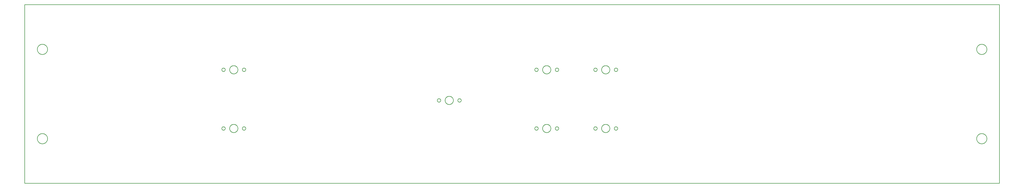
<source format=gko>
G04 EAGLE Gerber RS-274X export*
G75*
%MOMM*%
%FSLAX34Y34*%
%LPD*%
%IN*%
%IPPOS*%
%AMOC8*
5,1,8,0,0,1.08239X$1,22.5*%
G01*
%ADD10C,0.254000*%
%ADD11C,0.000000*%
%ADD12C,0.254000*%


D10*
X0Y0D02*
X4826000Y0D01*
X4826000Y889000D01*
X0Y889000D01*
X0Y0D01*
D11*
X62230Y666750D02*
X62238Y667373D01*
X62261Y667996D01*
X62299Y668619D01*
X62352Y669240D01*
X62421Y669859D01*
X62505Y670477D01*
X62604Y671092D01*
X62718Y671705D01*
X62847Y672315D01*
X62991Y672922D01*
X63150Y673525D01*
X63324Y674123D01*
X63512Y674718D01*
X63715Y675307D01*
X63932Y675891D01*
X64163Y676470D01*
X64409Y677043D01*
X64669Y677610D01*
X64942Y678170D01*
X65229Y678723D01*
X65530Y679270D01*
X65844Y679808D01*
X66171Y680339D01*
X66511Y680861D01*
X66863Y681376D01*
X67229Y681881D01*
X67606Y682377D01*
X67996Y682864D01*
X68397Y683341D01*
X68810Y683808D01*
X69234Y684264D01*
X69669Y684711D01*
X70116Y685146D01*
X70572Y685570D01*
X71039Y685983D01*
X71516Y686384D01*
X72003Y686774D01*
X72499Y687151D01*
X73004Y687517D01*
X73519Y687869D01*
X74041Y688209D01*
X74572Y688536D01*
X75110Y688850D01*
X75657Y689151D01*
X76210Y689438D01*
X76770Y689711D01*
X77337Y689971D01*
X77910Y690217D01*
X78489Y690448D01*
X79073Y690665D01*
X79662Y690868D01*
X80257Y691056D01*
X80855Y691230D01*
X81458Y691389D01*
X82065Y691533D01*
X82675Y691662D01*
X83288Y691776D01*
X83903Y691875D01*
X84521Y691959D01*
X85140Y692028D01*
X85761Y692081D01*
X86384Y692119D01*
X87007Y692142D01*
X87630Y692150D01*
X88253Y692142D01*
X88876Y692119D01*
X89499Y692081D01*
X90120Y692028D01*
X90739Y691959D01*
X91357Y691875D01*
X91972Y691776D01*
X92585Y691662D01*
X93195Y691533D01*
X93802Y691389D01*
X94405Y691230D01*
X95003Y691056D01*
X95598Y690868D01*
X96187Y690665D01*
X96771Y690448D01*
X97350Y690217D01*
X97923Y689971D01*
X98490Y689711D01*
X99050Y689438D01*
X99603Y689151D01*
X100150Y688850D01*
X100688Y688536D01*
X101219Y688209D01*
X101741Y687869D01*
X102256Y687517D01*
X102761Y687151D01*
X103257Y686774D01*
X103744Y686384D01*
X104221Y685983D01*
X104688Y685570D01*
X105144Y685146D01*
X105591Y684711D01*
X106026Y684264D01*
X106450Y683808D01*
X106863Y683341D01*
X107264Y682864D01*
X107654Y682377D01*
X108031Y681881D01*
X108397Y681376D01*
X108749Y680861D01*
X109089Y680339D01*
X109416Y679808D01*
X109730Y679270D01*
X110031Y678723D01*
X110318Y678170D01*
X110591Y677610D01*
X110851Y677043D01*
X111097Y676470D01*
X111328Y675891D01*
X111545Y675307D01*
X111748Y674718D01*
X111936Y674123D01*
X112110Y673525D01*
X112269Y672922D01*
X112413Y672315D01*
X112542Y671705D01*
X112656Y671092D01*
X112755Y670477D01*
X112839Y669859D01*
X112908Y669240D01*
X112961Y668619D01*
X112999Y667996D01*
X113022Y667373D01*
X113030Y666750D01*
X113022Y666127D01*
X112999Y665504D01*
X112961Y664881D01*
X112908Y664260D01*
X112839Y663641D01*
X112755Y663023D01*
X112656Y662408D01*
X112542Y661795D01*
X112413Y661185D01*
X112269Y660578D01*
X112110Y659975D01*
X111936Y659377D01*
X111748Y658782D01*
X111545Y658193D01*
X111328Y657609D01*
X111097Y657030D01*
X110851Y656457D01*
X110591Y655890D01*
X110318Y655330D01*
X110031Y654777D01*
X109730Y654230D01*
X109416Y653692D01*
X109089Y653161D01*
X108749Y652639D01*
X108397Y652124D01*
X108031Y651619D01*
X107654Y651123D01*
X107264Y650636D01*
X106863Y650159D01*
X106450Y649692D01*
X106026Y649236D01*
X105591Y648789D01*
X105144Y648354D01*
X104688Y647930D01*
X104221Y647517D01*
X103744Y647116D01*
X103257Y646726D01*
X102761Y646349D01*
X102256Y645983D01*
X101741Y645631D01*
X101219Y645291D01*
X100688Y644964D01*
X100150Y644650D01*
X99603Y644349D01*
X99050Y644062D01*
X98490Y643789D01*
X97923Y643529D01*
X97350Y643283D01*
X96771Y643052D01*
X96187Y642835D01*
X95598Y642632D01*
X95003Y642444D01*
X94405Y642270D01*
X93802Y642111D01*
X93195Y641967D01*
X92585Y641838D01*
X91972Y641724D01*
X91357Y641625D01*
X90739Y641541D01*
X90120Y641472D01*
X89499Y641419D01*
X88876Y641381D01*
X88253Y641358D01*
X87630Y641350D01*
X87007Y641358D01*
X86384Y641381D01*
X85761Y641419D01*
X85140Y641472D01*
X84521Y641541D01*
X83903Y641625D01*
X83288Y641724D01*
X82675Y641838D01*
X82065Y641967D01*
X81458Y642111D01*
X80855Y642270D01*
X80257Y642444D01*
X79662Y642632D01*
X79073Y642835D01*
X78489Y643052D01*
X77910Y643283D01*
X77337Y643529D01*
X76770Y643789D01*
X76210Y644062D01*
X75657Y644349D01*
X75110Y644650D01*
X74572Y644964D01*
X74041Y645291D01*
X73519Y645631D01*
X73004Y645983D01*
X72499Y646349D01*
X72003Y646726D01*
X71516Y647116D01*
X71039Y647517D01*
X70572Y647930D01*
X70116Y648354D01*
X69669Y648789D01*
X69234Y649236D01*
X68810Y649692D01*
X68397Y650159D01*
X67996Y650636D01*
X67606Y651123D01*
X67229Y651619D01*
X66863Y652124D01*
X66511Y652639D01*
X66171Y653161D01*
X65844Y653692D01*
X65530Y654230D01*
X65229Y654777D01*
X64942Y655330D01*
X64669Y655890D01*
X64409Y656457D01*
X64163Y657030D01*
X63932Y657609D01*
X63715Y658193D01*
X63512Y658782D01*
X63324Y659377D01*
X63150Y659975D01*
X62991Y660578D01*
X62847Y661185D01*
X62718Y661795D01*
X62604Y662408D01*
X62505Y663023D01*
X62421Y663641D01*
X62352Y664260D01*
X62299Y664881D01*
X62261Y665504D01*
X62238Y666127D01*
X62230Y666750D01*
X62230Y222250D02*
X62238Y222873D01*
X62261Y223496D01*
X62299Y224119D01*
X62352Y224740D01*
X62421Y225359D01*
X62505Y225977D01*
X62604Y226592D01*
X62718Y227205D01*
X62847Y227815D01*
X62991Y228422D01*
X63150Y229025D01*
X63324Y229623D01*
X63512Y230218D01*
X63715Y230807D01*
X63932Y231391D01*
X64163Y231970D01*
X64409Y232543D01*
X64669Y233110D01*
X64942Y233670D01*
X65229Y234223D01*
X65530Y234770D01*
X65844Y235308D01*
X66171Y235839D01*
X66511Y236361D01*
X66863Y236876D01*
X67229Y237381D01*
X67606Y237877D01*
X67996Y238364D01*
X68397Y238841D01*
X68810Y239308D01*
X69234Y239764D01*
X69669Y240211D01*
X70116Y240646D01*
X70572Y241070D01*
X71039Y241483D01*
X71516Y241884D01*
X72003Y242274D01*
X72499Y242651D01*
X73004Y243017D01*
X73519Y243369D01*
X74041Y243709D01*
X74572Y244036D01*
X75110Y244350D01*
X75657Y244651D01*
X76210Y244938D01*
X76770Y245211D01*
X77337Y245471D01*
X77910Y245717D01*
X78489Y245948D01*
X79073Y246165D01*
X79662Y246368D01*
X80257Y246556D01*
X80855Y246730D01*
X81458Y246889D01*
X82065Y247033D01*
X82675Y247162D01*
X83288Y247276D01*
X83903Y247375D01*
X84521Y247459D01*
X85140Y247528D01*
X85761Y247581D01*
X86384Y247619D01*
X87007Y247642D01*
X87630Y247650D01*
X88253Y247642D01*
X88876Y247619D01*
X89499Y247581D01*
X90120Y247528D01*
X90739Y247459D01*
X91357Y247375D01*
X91972Y247276D01*
X92585Y247162D01*
X93195Y247033D01*
X93802Y246889D01*
X94405Y246730D01*
X95003Y246556D01*
X95598Y246368D01*
X96187Y246165D01*
X96771Y245948D01*
X97350Y245717D01*
X97923Y245471D01*
X98490Y245211D01*
X99050Y244938D01*
X99603Y244651D01*
X100150Y244350D01*
X100688Y244036D01*
X101219Y243709D01*
X101741Y243369D01*
X102256Y243017D01*
X102761Y242651D01*
X103257Y242274D01*
X103744Y241884D01*
X104221Y241483D01*
X104688Y241070D01*
X105144Y240646D01*
X105591Y240211D01*
X106026Y239764D01*
X106450Y239308D01*
X106863Y238841D01*
X107264Y238364D01*
X107654Y237877D01*
X108031Y237381D01*
X108397Y236876D01*
X108749Y236361D01*
X109089Y235839D01*
X109416Y235308D01*
X109730Y234770D01*
X110031Y234223D01*
X110318Y233670D01*
X110591Y233110D01*
X110851Y232543D01*
X111097Y231970D01*
X111328Y231391D01*
X111545Y230807D01*
X111748Y230218D01*
X111936Y229623D01*
X112110Y229025D01*
X112269Y228422D01*
X112413Y227815D01*
X112542Y227205D01*
X112656Y226592D01*
X112755Y225977D01*
X112839Y225359D01*
X112908Y224740D01*
X112961Y224119D01*
X112999Y223496D01*
X113022Y222873D01*
X113030Y222250D01*
X113022Y221627D01*
X112999Y221004D01*
X112961Y220381D01*
X112908Y219760D01*
X112839Y219141D01*
X112755Y218523D01*
X112656Y217908D01*
X112542Y217295D01*
X112413Y216685D01*
X112269Y216078D01*
X112110Y215475D01*
X111936Y214877D01*
X111748Y214282D01*
X111545Y213693D01*
X111328Y213109D01*
X111097Y212530D01*
X110851Y211957D01*
X110591Y211390D01*
X110318Y210830D01*
X110031Y210277D01*
X109730Y209730D01*
X109416Y209192D01*
X109089Y208661D01*
X108749Y208139D01*
X108397Y207624D01*
X108031Y207119D01*
X107654Y206623D01*
X107264Y206136D01*
X106863Y205659D01*
X106450Y205192D01*
X106026Y204736D01*
X105591Y204289D01*
X105144Y203854D01*
X104688Y203430D01*
X104221Y203017D01*
X103744Y202616D01*
X103257Y202226D01*
X102761Y201849D01*
X102256Y201483D01*
X101741Y201131D01*
X101219Y200791D01*
X100688Y200464D01*
X100150Y200150D01*
X99603Y199849D01*
X99050Y199562D01*
X98490Y199289D01*
X97923Y199029D01*
X97350Y198783D01*
X96771Y198552D01*
X96187Y198335D01*
X95598Y198132D01*
X95003Y197944D01*
X94405Y197770D01*
X93802Y197611D01*
X93195Y197467D01*
X92585Y197338D01*
X91972Y197224D01*
X91357Y197125D01*
X90739Y197041D01*
X90120Y196972D01*
X89499Y196919D01*
X88876Y196881D01*
X88253Y196858D01*
X87630Y196850D01*
X87007Y196858D01*
X86384Y196881D01*
X85761Y196919D01*
X85140Y196972D01*
X84521Y197041D01*
X83903Y197125D01*
X83288Y197224D01*
X82675Y197338D01*
X82065Y197467D01*
X81458Y197611D01*
X80855Y197770D01*
X80257Y197944D01*
X79662Y198132D01*
X79073Y198335D01*
X78489Y198552D01*
X77910Y198783D01*
X77337Y199029D01*
X76770Y199289D01*
X76210Y199562D01*
X75657Y199849D01*
X75110Y200150D01*
X74572Y200464D01*
X74041Y200791D01*
X73519Y201131D01*
X73004Y201483D01*
X72499Y201849D01*
X72003Y202226D01*
X71516Y202616D01*
X71039Y203017D01*
X70572Y203430D01*
X70116Y203854D01*
X69669Y204289D01*
X69234Y204736D01*
X68810Y205192D01*
X68397Y205659D01*
X67996Y206136D01*
X67606Y206623D01*
X67229Y207119D01*
X66863Y207624D01*
X66511Y208139D01*
X66171Y208661D01*
X65844Y209192D01*
X65530Y209730D01*
X65229Y210277D01*
X64942Y210830D01*
X64669Y211390D01*
X64409Y211957D01*
X64163Y212530D01*
X63932Y213109D01*
X63715Y213693D01*
X63512Y214282D01*
X63324Y214877D01*
X63150Y215475D01*
X62991Y216078D01*
X62847Y216685D01*
X62718Y217295D01*
X62604Y217908D01*
X62505Y218523D01*
X62421Y219141D01*
X62352Y219760D01*
X62299Y220381D01*
X62261Y221004D01*
X62238Y221627D01*
X62230Y222250D01*
X4712970Y666750D02*
X4712978Y667373D01*
X4713001Y667996D01*
X4713039Y668619D01*
X4713092Y669240D01*
X4713161Y669859D01*
X4713245Y670477D01*
X4713344Y671092D01*
X4713458Y671705D01*
X4713587Y672315D01*
X4713731Y672922D01*
X4713890Y673525D01*
X4714064Y674123D01*
X4714252Y674718D01*
X4714455Y675307D01*
X4714672Y675891D01*
X4714903Y676470D01*
X4715149Y677043D01*
X4715409Y677610D01*
X4715682Y678170D01*
X4715969Y678723D01*
X4716270Y679270D01*
X4716584Y679808D01*
X4716911Y680339D01*
X4717251Y680861D01*
X4717603Y681376D01*
X4717969Y681881D01*
X4718346Y682377D01*
X4718736Y682864D01*
X4719137Y683341D01*
X4719550Y683808D01*
X4719974Y684264D01*
X4720409Y684711D01*
X4720856Y685146D01*
X4721312Y685570D01*
X4721779Y685983D01*
X4722256Y686384D01*
X4722743Y686774D01*
X4723239Y687151D01*
X4723744Y687517D01*
X4724259Y687869D01*
X4724781Y688209D01*
X4725312Y688536D01*
X4725850Y688850D01*
X4726397Y689151D01*
X4726950Y689438D01*
X4727510Y689711D01*
X4728077Y689971D01*
X4728650Y690217D01*
X4729229Y690448D01*
X4729813Y690665D01*
X4730402Y690868D01*
X4730997Y691056D01*
X4731595Y691230D01*
X4732198Y691389D01*
X4732805Y691533D01*
X4733415Y691662D01*
X4734028Y691776D01*
X4734643Y691875D01*
X4735261Y691959D01*
X4735880Y692028D01*
X4736501Y692081D01*
X4737124Y692119D01*
X4737747Y692142D01*
X4738370Y692150D01*
X4738993Y692142D01*
X4739616Y692119D01*
X4740239Y692081D01*
X4740860Y692028D01*
X4741479Y691959D01*
X4742097Y691875D01*
X4742712Y691776D01*
X4743325Y691662D01*
X4743935Y691533D01*
X4744542Y691389D01*
X4745145Y691230D01*
X4745743Y691056D01*
X4746338Y690868D01*
X4746927Y690665D01*
X4747511Y690448D01*
X4748090Y690217D01*
X4748663Y689971D01*
X4749230Y689711D01*
X4749790Y689438D01*
X4750343Y689151D01*
X4750890Y688850D01*
X4751428Y688536D01*
X4751959Y688209D01*
X4752481Y687869D01*
X4752996Y687517D01*
X4753501Y687151D01*
X4753997Y686774D01*
X4754484Y686384D01*
X4754961Y685983D01*
X4755428Y685570D01*
X4755884Y685146D01*
X4756331Y684711D01*
X4756766Y684264D01*
X4757190Y683808D01*
X4757603Y683341D01*
X4758004Y682864D01*
X4758394Y682377D01*
X4758771Y681881D01*
X4759137Y681376D01*
X4759489Y680861D01*
X4759829Y680339D01*
X4760156Y679808D01*
X4760470Y679270D01*
X4760771Y678723D01*
X4761058Y678170D01*
X4761331Y677610D01*
X4761591Y677043D01*
X4761837Y676470D01*
X4762068Y675891D01*
X4762285Y675307D01*
X4762488Y674718D01*
X4762676Y674123D01*
X4762850Y673525D01*
X4763009Y672922D01*
X4763153Y672315D01*
X4763282Y671705D01*
X4763396Y671092D01*
X4763495Y670477D01*
X4763579Y669859D01*
X4763648Y669240D01*
X4763701Y668619D01*
X4763739Y667996D01*
X4763762Y667373D01*
X4763770Y666750D01*
X4763762Y666127D01*
X4763739Y665504D01*
X4763701Y664881D01*
X4763648Y664260D01*
X4763579Y663641D01*
X4763495Y663023D01*
X4763396Y662408D01*
X4763282Y661795D01*
X4763153Y661185D01*
X4763009Y660578D01*
X4762850Y659975D01*
X4762676Y659377D01*
X4762488Y658782D01*
X4762285Y658193D01*
X4762068Y657609D01*
X4761837Y657030D01*
X4761591Y656457D01*
X4761331Y655890D01*
X4761058Y655330D01*
X4760771Y654777D01*
X4760470Y654230D01*
X4760156Y653692D01*
X4759829Y653161D01*
X4759489Y652639D01*
X4759137Y652124D01*
X4758771Y651619D01*
X4758394Y651123D01*
X4758004Y650636D01*
X4757603Y650159D01*
X4757190Y649692D01*
X4756766Y649236D01*
X4756331Y648789D01*
X4755884Y648354D01*
X4755428Y647930D01*
X4754961Y647517D01*
X4754484Y647116D01*
X4753997Y646726D01*
X4753501Y646349D01*
X4752996Y645983D01*
X4752481Y645631D01*
X4751959Y645291D01*
X4751428Y644964D01*
X4750890Y644650D01*
X4750343Y644349D01*
X4749790Y644062D01*
X4749230Y643789D01*
X4748663Y643529D01*
X4748090Y643283D01*
X4747511Y643052D01*
X4746927Y642835D01*
X4746338Y642632D01*
X4745743Y642444D01*
X4745145Y642270D01*
X4744542Y642111D01*
X4743935Y641967D01*
X4743325Y641838D01*
X4742712Y641724D01*
X4742097Y641625D01*
X4741479Y641541D01*
X4740860Y641472D01*
X4740239Y641419D01*
X4739616Y641381D01*
X4738993Y641358D01*
X4738370Y641350D01*
X4737747Y641358D01*
X4737124Y641381D01*
X4736501Y641419D01*
X4735880Y641472D01*
X4735261Y641541D01*
X4734643Y641625D01*
X4734028Y641724D01*
X4733415Y641838D01*
X4732805Y641967D01*
X4732198Y642111D01*
X4731595Y642270D01*
X4730997Y642444D01*
X4730402Y642632D01*
X4729813Y642835D01*
X4729229Y643052D01*
X4728650Y643283D01*
X4728077Y643529D01*
X4727510Y643789D01*
X4726950Y644062D01*
X4726397Y644349D01*
X4725850Y644650D01*
X4725312Y644964D01*
X4724781Y645291D01*
X4724259Y645631D01*
X4723744Y645983D01*
X4723239Y646349D01*
X4722743Y646726D01*
X4722256Y647116D01*
X4721779Y647517D01*
X4721312Y647930D01*
X4720856Y648354D01*
X4720409Y648789D01*
X4719974Y649236D01*
X4719550Y649692D01*
X4719137Y650159D01*
X4718736Y650636D01*
X4718346Y651123D01*
X4717969Y651619D01*
X4717603Y652124D01*
X4717251Y652639D01*
X4716911Y653161D01*
X4716584Y653692D01*
X4716270Y654230D01*
X4715969Y654777D01*
X4715682Y655330D01*
X4715409Y655890D01*
X4715149Y656457D01*
X4714903Y657030D01*
X4714672Y657609D01*
X4714455Y658193D01*
X4714252Y658782D01*
X4714064Y659377D01*
X4713890Y659975D01*
X4713731Y660578D01*
X4713587Y661185D01*
X4713458Y661795D01*
X4713344Y662408D01*
X4713245Y663023D01*
X4713161Y663641D01*
X4713092Y664260D01*
X4713039Y664881D01*
X4713001Y665504D01*
X4712978Y666127D01*
X4712970Y666750D01*
X4712970Y222250D02*
X4712978Y222873D01*
X4713001Y223496D01*
X4713039Y224119D01*
X4713092Y224740D01*
X4713161Y225359D01*
X4713245Y225977D01*
X4713344Y226592D01*
X4713458Y227205D01*
X4713587Y227815D01*
X4713731Y228422D01*
X4713890Y229025D01*
X4714064Y229623D01*
X4714252Y230218D01*
X4714455Y230807D01*
X4714672Y231391D01*
X4714903Y231970D01*
X4715149Y232543D01*
X4715409Y233110D01*
X4715682Y233670D01*
X4715969Y234223D01*
X4716270Y234770D01*
X4716584Y235308D01*
X4716911Y235839D01*
X4717251Y236361D01*
X4717603Y236876D01*
X4717969Y237381D01*
X4718346Y237877D01*
X4718736Y238364D01*
X4719137Y238841D01*
X4719550Y239308D01*
X4719974Y239764D01*
X4720409Y240211D01*
X4720856Y240646D01*
X4721312Y241070D01*
X4721779Y241483D01*
X4722256Y241884D01*
X4722743Y242274D01*
X4723239Y242651D01*
X4723744Y243017D01*
X4724259Y243369D01*
X4724781Y243709D01*
X4725312Y244036D01*
X4725850Y244350D01*
X4726397Y244651D01*
X4726950Y244938D01*
X4727510Y245211D01*
X4728077Y245471D01*
X4728650Y245717D01*
X4729229Y245948D01*
X4729813Y246165D01*
X4730402Y246368D01*
X4730997Y246556D01*
X4731595Y246730D01*
X4732198Y246889D01*
X4732805Y247033D01*
X4733415Y247162D01*
X4734028Y247276D01*
X4734643Y247375D01*
X4735261Y247459D01*
X4735880Y247528D01*
X4736501Y247581D01*
X4737124Y247619D01*
X4737747Y247642D01*
X4738370Y247650D01*
X4738993Y247642D01*
X4739616Y247619D01*
X4740239Y247581D01*
X4740860Y247528D01*
X4741479Y247459D01*
X4742097Y247375D01*
X4742712Y247276D01*
X4743325Y247162D01*
X4743935Y247033D01*
X4744542Y246889D01*
X4745145Y246730D01*
X4745743Y246556D01*
X4746338Y246368D01*
X4746927Y246165D01*
X4747511Y245948D01*
X4748090Y245717D01*
X4748663Y245471D01*
X4749230Y245211D01*
X4749790Y244938D01*
X4750343Y244651D01*
X4750890Y244350D01*
X4751428Y244036D01*
X4751959Y243709D01*
X4752481Y243369D01*
X4752996Y243017D01*
X4753501Y242651D01*
X4753997Y242274D01*
X4754484Y241884D01*
X4754961Y241483D01*
X4755428Y241070D01*
X4755884Y240646D01*
X4756331Y240211D01*
X4756766Y239764D01*
X4757190Y239308D01*
X4757603Y238841D01*
X4758004Y238364D01*
X4758394Y237877D01*
X4758771Y237381D01*
X4759137Y236876D01*
X4759489Y236361D01*
X4759829Y235839D01*
X4760156Y235308D01*
X4760470Y234770D01*
X4760771Y234223D01*
X4761058Y233670D01*
X4761331Y233110D01*
X4761591Y232543D01*
X4761837Y231970D01*
X4762068Y231391D01*
X4762285Y230807D01*
X4762488Y230218D01*
X4762676Y229623D01*
X4762850Y229025D01*
X4763009Y228422D01*
X4763153Y227815D01*
X4763282Y227205D01*
X4763396Y226592D01*
X4763495Y225977D01*
X4763579Y225359D01*
X4763648Y224740D01*
X4763701Y224119D01*
X4763739Y223496D01*
X4763762Y222873D01*
X4763770Y222250D01*
X4763762Y221627D01*
X4763739Y221004D01*
X4763701Y220381D01*
X4763648Y219760D01*
X4763579Y219141D01*
X4763495Y218523D01*
X4763396Y217908D01*
X4763282Y217295D01*
X4763153Y216685D01*
X4763009Y216078D01*
X4762850Y215475D01*
X4762676Y214877D01*
X4762488Y214282D01*
X4762285Y213693D01*
X4762068Y213109D01*
X4761837Y212530D01*
X4761591Y211957D01*
X4761331Y211390D01*
X4761058Y210830D01*
X4760771Y210277D01*
X4760470Y209730D01*
X4760156Y209192D01*
X4759829Y208661D01*
X4759489Y208139D01*
X4759137Y207624D01*
X4758771Y207119D01*
X4758394Y206623D01*
X4758004Y206136D01*
X4757603Y205659D01*
X4757190Y205192D01*
X4756766Y204736D01*
X4756331Y204289D01*
X4755884Y203854D01*
X4755428Y203430D01*
X4754961Y203017D01*
X4754484Y202616D01*
X4753997Y202226D01*
X4753501Y201849D01*
X4752996Y201483D01*
X4752481Y201131D01*
X4751959Y200791D01*
X4751428Y200464D01*
X4750890Y200150D01*
X4750343Y199849D01*
X4749790Y199562D01*
X4749230Y199289D01*
X4748663Y199029D01*
X4748090Y198783D01*
X4747511Y198552D01*
X4746927Y198335D01*
X4746338Y198132D01*
X4745743Y197944D01*
X4745145Y197770D01*
X4744542Y197611D01*
X4743935Y197467D01*
X4743325Y197338D01*
X4742712Y197224D01*
X4742097Y197125D01*
X4741479Y197041D01*
X4740860Y196972D01*
X4740239Y196919D01*
X4739616Y196881D01*
X4738993Y196858D01*
X4738370Y196850D01*
X4737747Y196858D01*
X4737124Y196881D01*
X4736501Y196919D01*
X4735880Y196972D01*
X4735261Y197041D01*
X4734643Y197125D01*
X4734028Y197224D01*
X4733415Y197338D01*
X4732805Y197467D01*
X4732198Y197611D01*
X4731595Y197770D01*
X4730997Y197944D01*
X4730402Y198132D01*
X4729813Y198335D01*
X4729229Y198552D01*
X4728650Y198783D01*
X4728077Y199029D01*
X4727510Y199289D01*
X4726950Y199562D01*
X4726397Y199849D01*
X4725850Y200150D01*
X4725312Y200464D01*
X4724781Y200791D01*
X4724259Y201131D01*
X4723744Y201483D01*
X4723239Y201849D01*
X4722743Y202226D01*
X4722256Y202616D01*
X4721779Y203017D01*
X4721312Y203430D01*
X4720856Y203854D01*
X4720409Y204289D01*
X4719974Y204736D01*
X4719550Y205192D01*
X4719137Y205659D01*
X4718736Y206136D01*
X4718346Y206623D01*
X4717969Y207119D01*
X4717603Y207624D01*
X4717251Y208139D01*
X4716911Y208661D01*
X4716584Y209192D01*
X4716270Y209730D01*
X4715969Y210277D01*
X4715682Y210830D01*
X4715409Y211390D01*
X4715149Y211957D01*
X4714903Y212530D01*
X4714672Y213109D01*
X4714455Y213693D01*
X4714252Y214282D01*
X4714064Y214877D01*
X4713890Y215475D01*
X4713731Y216078D01*
X4713587Y216685D01*
X4713458Y217295D01*
X4713344Y217908D01*
X4713245Y218523D01*
X4713161Y219141D01*
X4713092Y219760D01*
X4713039Y220381D01*
X4713001Y221004D01*
X4712978Y221627D01*
X4712970Y222250D01*
X1014603Y565150D02*
X1014609Y565652D01*
X1014628Y566153D01*
X1014658Y566654D01*
X1014701Y567154D01*
X1014757Y567653D01*
X1014824Y568150D01*
X1014904Y568646D01*
X1014996Y569139D01*
X1015100Y569630D01*
X1015216Y570118D01*
X1015344Y570603D01*
X1015483Y571085D01*
X1015635Y571564D01*
X1015798Y572038D01*
X1015973Y572509D01*
X1016159Y572975D01*
X1016357Y573436D01*
X1016566Y573892D01*
X1016786Y574343D01*
X1017017Y574789D01*
X1017259Y575228D01*
X1017512Y575662D01*
X1017775Y576089D01*
X1018049Y576510D01*
X1018333Y576924D01*
X1018627Y577330D01*
X1018931Y577730D01*
X1019244Y578121D01*
X1019567Y578505D01*
X1019900Y578881D01*
X1020241Y579249D01*
X1020592Y579608D01*
X1020951Y579959D01*
X1021319Y580300D01*
X1021695Y580633D01*
X1022079Y580956D01*
X1022470Y581269D01*
X1022870Y581573D01*
X1023276Y581867D01*
X1023690Y582151D01*
X1024111Y582425D01*
X1024538Y582688D01*
X1024972Y582941D01*
X1025411Y583183D01*
X1025857Y583414D01*
X1026308Y583634D01*
X1026764Y583843D01*
X1027225Y584041D01*
X1027691Y584227D01*
X1028162Y584402D01*
X1028636Y584565D01*
X1029115Y584717D01*
X1029597Y584856D01*
X1030082Y584984D01*
X1030570Y585100D01*
X1031061Y585204D01*
X1031554Y585296D01*
X1032050Y585376D01*
X1032547Y585443D01*
X1033046Y585499D01*
X1033546Y585542D01*
X1034047Y585572D01*
X1034548Y585591D01*
X1035050Y585597D01*
X1035552Y585591D01*
X1036053Y585572D01*
X1036554Y585542D01*
X1037054Y585499D01*
X1037553Y585443D01*
X1038050Y585376D01*
X1038546Y585296D01*
X1039039Y585204D01*
X1039530Y585100D01*
X1040018Y584984D01*
X1040503Y584856D01*
X1040985Y584717D01*
X1041464Y584565D01*
X1041938Y584402D01*
X1042409Y584227D01*
X1042875Y584041D01*
X1043336Y583843D01*
X1043792Y583634D01*
X1044243Y583414D01*
X1044689Y583183D01*
X1045128Y582941D01*
X1045562Y582688D01*
X1045989Y582425D01*
X1046410Y582151D01*
X1046824Y581867D01*
X1047230Y581573D01*
X1047630Y581269D01*
X1048021Y580956D01*
X1048405Y580633D01*
X1048781Y580300D01*
X1049149Y579959D01*
X1049508Y579608D01*
X1049859Y579249D01*
X1050200Y578881D01*
X1050533Y578505D01*
X1050856Y578121D01*
X1051169Y577730D01*
X1051473Y577330D01*
X1051767Y576924D01*
X1052051Y576510D01*
X1052325Y576089D01*
X1052588Y575662D01*
X1052841Y575228D01*
X1053083Y574789D01*
X1053314Y574343D01*
X1053534Y573892D01*
X1053743Y573436D01*
X1053941Y572975D01*
X1054127Y572509D01*
X1054302Y572038D01*
X1054465Y571564D01*
X1054617Y571085D01*
X1054756Y570603D01*
X1054884Y570118D01*
X1055000Y569630D01*
X1055104Y569139D01*
X1055196Y568646D01*
X1055276Y568150D01*
X1055343Y567653D01*
X1055399Y567154D01*
X1055442Y566654D01*
X1055472Y566153D01*
X1055491Y565652D01*
X1055497Y565150D01*
X1055491Y564648D01*
X1055472Y564147D01*
X1055442Y563646D01*
X1055399Y563146D01*
X1055343Y562647D01*
X1055276Y562150D01*
X1055196Y561654D01*
X1055104Y561161D01*
X1055000Y560670D01*
X1054884Y560182D01*
X1054756Y559697D01*
X1054617Y559215D01*
X1054465Y558736D01*
X1054302Y558262D01*
X1054127Y557791D01*
X1053941Y557325D01*
X1053743Y556864D01*
X1053534Y556408D01*
X1053314Y555957D01*
X1053083Y555511D01*
X1052841Y555072D01*
X1052588Y554638D01*
X1052325Y554211D01*
X1052051Y553790D01*
X1051767Y553376D01*
X1051473Y552970D01*
X1051169Y552570D01*
X1050856Y552179D01*
X1050533Y551795D01*
X1050200Y551419D01*
X1049859Y551051D01*
X1049508Y550692D01*
X1049149Y550341D01*
X1048781Y550000D01*
X1048405Y549667D01*
X1048021Y549344D01*
X1047630Y549031D01*
X1047230Y548727D01*
X1046824Y548433D01*
X1046410Y548149D01*
X1045989Y547875D01*
X1045562Y547612D01*
X1045128Y547359D01*
X1044689Y547117D01*
X1044243Y546886D01*
X1043792Y546666D01*
X1043336Y546457D01*
X1042875Y546259D01*
X1042409Y546073D01*
X1041938Y545898D01*
X1041464Y545735D01*
X1040985Y545583D01*
X1040503Y545444D01*
X1040018Y545316D01*
X1039530Y545200D01*
X1039039Y545096D01*
X1038546Y545004D01*
X1038050Y544924D01*
X1037553Y544857D01*
X1037054Y544801D01*
X1036554Y544758D01*
X1036053Y544728D01*
X1035552Y544709D01*
X1035050Y544703D01*
X1034548Y544709D01*
X1034047Y544728D01*
X1033546Y544758D01*
X1033046Y544801D01*
X1032547Y544857D01*
X1032050Y544924D01*
X1031554Y545004D01*
X1031061Y545096D01*
X1030570Y545200D01*
X1030082Y545316D01*
X1029597Y545444D01*
X1029115Y545583D01*
X1028636Y545735D01*
X1028162Y545898D01*
X1027691Y546073D01*
X1027225Y546259D01*
X1026764Y546457D01*
X1026308Y546666D01*
X1025857Y546886D01*
X1025411Y547117D01*
X1024972Y547359D01*
X1024538Y547612D01*
X1024111Y547875D01*
X1023690Y548149D01*
X1023276Y548433D01*
X1022870Y548727D01*
X1022470Y549031D01*
X1022079Y549344D01*
X1021695Y549667D01*
X1021319Y550000D01*
X1020951Y550341D01*
X1020592Y550692D01*
X1020241Y551051D01*
X1019900Y551419D01*
X1019567Y551795D01*
X1019244Y552179D01*
X1018931Y552570D01*
X1018627Y552970D01*
X1018333Y553376D01*
X1018049Y553790D01*
X1017775Y554211D01*
X1017512Y554638D01*
X1017259Y555072D01*
X1017017Y555511D01*
X1016786Y555957D01*
X1016566Y556408D01*
X1016357Y556864D01*
X1016159Y557325D01*
X1015973Y557791D01*
X1015798Y558262D01*
X1015635Y558736D01*
X1015483Y559215D01*
X1015344Y559697D01*
X1015216Y560182D01*
X1015100Y560670D01*
X1014996Y561161D01*
X1014904Y561654D01*
X1014824Y562150D01*
X1014757Y562647D01*
X1014701Y563146D01*
X1014658Y563646D01*
X1014628Y564147D01*
X1014609Y564648D01*
X1014603Y565150D01*
X975716Y565150D02*
X975719Y565359D01*
X975726Y565569D01*
X975739Y565778D01*
X975757Y565986D01*
X975780Y566195D01*
X975808Y566402D01*
X975842Y566609D01*
X975880Y566815D01*
X975923Y567020D01*
X975972Y567224D01*
X976025Y567426D01*
X976083Y567627D01*
X976147Y567827D01*
X976215Y568025D01*
X976288Y568221D01*
X976366Y568416D01*
X976448Y568608D01*
X976535Y568799D01*
X976627Y568987D01*
X976724Y569173D01*
X976825Y569356D01*
X976930Y569537D01*
X977040Y569716D01*
X977154Y569891D01*
X977273Y570064D01*
X977395Y570234D01*
X977522Y570400D01*
X977653Y570564D01*
X977788Y570724D01*
X977927Y570881D01*
X978069Y571035D01*
X978216Y571184D01*
X978365Y571331D01*
X978519Y571473D01*
X978676Y571612D01*
X978836Y571747D01*
X979000Y571878D01*
X979166Y572005D01*
X979336Y572127D01*
X979509Y572246D01*
X979684Y572360D01*
X979863Y572470D01*
X980044Y572575D01*
X980227Y572676D01*
X980413Y572773D01*
X980601Y572865D01*
X980792Y572952D01*
X980984Y573034D01*
X981179Y573112D01*
X981375Y573185D01*
X981573Y573253D01*
X981773Y573317D01*
X981974Y573375D01*
X982176Y573428D01*
X982380Y573477D01*
X982585Y573520D01*
X982791Y573558D01*
X982998Y573592D01*
X983205Y573620D01*
X983414Y573643D01*
X983622Y573661D01*
X983831Y573674D01*
X984041Y573681D01*
X984250Y573684D01*
X984459Y573681D01*
X984669Y573674D01*
X984878Y573661D01*
X985086Y573643D01*
X985295Y573620D01*
X985502Y573592D01*
X985709Y573558D01*
X985915Y573520D01*
X986120Y573477D01*
X986324Y573428D01*
X986526Y573375D01*
X986727Y573317D01*
X986927Y573253D01*
X987125Y573185D01*
X987321Y573112D01*
X987516Y573034D01*
X987708Y572952D01*
X987899Y572865D01*
X988087Y572773D01*
X988273Y572676D01*
X988456Y572575D01*
X988637Y572470D01*
X988816Y572360D01*
X988991Y572246D01*
X989164Y572127D01*
X989334Y572005D01*
X989500Y571878D01*
X989664Y571747D01*
X989824Y571612D01*
X989981Y571473D01*
X990135Y571331D01*
X990284Y571184D01*
X990431Y571035D01*
X990573Y570881D01*
X990712Y570724D01*
X990847Y570564D01*
X990978Y570400D01*
X991105Y570234D01*
X991227Y570064D01*
X991346Y569891D01*
X991460Y569716D01*
X991570Y569537D01*
X991675Y569356D01*
X991776Y569173D01*
X991873Y568987D01*
X991965Y568799D01*
X992052Y568608D01*
X992134Y568416D01*
X992212Y568221D01*
X992285Y568025D01*
X992353Y567827D01*
X992417Y567627D01*
X992475Y567426D01*
X992528Y567224D01*
X992577Y567020D01*
X992620Y566815D01*
X992658Y566609D01*
X992692Y566402D01*
X992720Y566195D01*
X992743Y565986D01*
X992761Y565778D01*
X992774Y565569D01*
X992781Y565359D01*
X992784Y565150D01*
X992781Y564941D01*
X992774Y564731D01*
X992761Y564522D01*
X992743Y564314D01*
X992720Y564105D01*
X992692Y563898D01*
X992658Y563691D01*
X992620Y563485D01*
X992577Y563280D01*
X992528Y563076D01*
X992475Y562874D01*
X992417Y562673D01*
X992353Y562473D01*
X992285Y562275D01*
X992212Y562079D01*
X992134Y561884D01*
X992052Y561692D01*
X991965Y561501D01*
X991873Y561313D01*
X991776Y561127D01*
X991675Y560944D01*
X991570Y560763D01*
X991460Y560584D01*
X991346Y560409D01*
X991227Y560236D01*
X991105Y560066D01*
X990978Y559900D01*
X990847Y559736D01*
X990712Y559576D01*
X990573Y559419D01*
X990431Y559265D01*
X990284Y559116D01*
X990135Y558969D01*
X989981Y558827D01*
X989824Y558688D01*
X989664Y558553D01*
X989500Y558422D01*
X989334Y558295D01*
X989164Y558173D01*
X988991Y558054D01*
X988816Y557940D01*
X988637Y557830D01*
X988456Y557725D01*
X988273Y557624D01*
X988087Y557527D01*
X987899Y557435D01*
X987708Y557348D01*
X987516Y557266D01*
X987321Y557188D01*
X987125Y557115D01*
X986927Y557047D01*
X986727Y556983D01*
X986526Y556925D01*
X986324Y556872D01*
X986120Y556823D01*
X985915Y556780D01*
X985709Y556742D01*
X985502Y556708D01*
X985295Y556680D01*
X985086Y556657D01*
X984878Y556639D01*
X984669Y556626D01*
X984459Y556619D01*
X984250Y556616D01*
X984041Y556619D01*
X983831Y556626D01*
X983622Y556639D01*
X983414Y556657D01*
X983205Y556680D01*
X982998Y556708D01*
X982791Y556742D01*
X982585Y556780D01*
X982380Y556823D01*
X982176Y556872D01*
X981974Y556925D01*
X981773Y556983D01*
X981573Y557047D01*
X981375Y557115D01*
X981179Y557188D01*
X980984Y557266D01*
X980792Y557348D01*
X980601Y557435D01*
X980413Y557527D01*
X980227Y557624D01*
X980044Y557725D01*
X979863Y557830D01*
X979684Y557940D01*
X979509Y558054D01*
X979336Y558173D01*
X979166Y558295D01*
X979000Y558422D01*
X978836Y558553D01*
X978676Y558688D01*
X978519Y558827D01*
X978365Y558969D01*
X978216Y559116D01*
X978069Y559265D01*
X977927Y559419D01*
X977788Y559576D01*
X977653Y559736D01*
X977522Y559900D01*
X977395Y560066D01*
X977273Y560236D01*
X977154Y560409D01*
X977040Y560584D01*
X976930Y560763D01*
X976825Y560944D01*
X976724Y561127D01*
X976627Y561313D01*
X976535Y561501D01*
X976448Y561692D01*
X976366Y561884D01*
X976288Y562079D01*
X976215Y562275D01*
X976147Y562473D01*
X976083Y562673D01*
X976025Y562874D01*
X975972Y563076D01*
X975923Y563280D01*
X975880Y563485D01*
X975842Y563691D01*
X975808Y563898D01*
X975780Y564105D01*
X975757Y564314D01*
X975739Y564522D01*
X975726Y564731D01*
X975719Y564941D01*
X975716Y565150D01*
X1077316Y565150D02*
X1077319Y565359D01*
X1077326Y565569D01*
X1077339Y565778D01*
X1077357Y565986D01*
X1077380Y566195D01*
X1077408Y566402D01*
X1077442Y566609D01*
X1077480Y566815D01*
X1077523Y567020D01*
X1077572Y567224D01*
X1077625Y567426D01*
X1077683Y567627D01*
X1077747Y567827D01*
X1077815Y568025D01*
X1077888Y568221D01*
X1077966Y568416D01*
X1078048Y568608D01*
X1078135Y568799D01*
X1078227Y568987D01*
X1078324Y569173D01*
X1078425Y569356D01*
X1078530Y569537D01*
X1078640Y569716D01*
X1078754Y569891D01*
X1078873Y570064D01*
X1078995Y570234D01*
X1079122Y570400D01*
X1079253Y570564D01*
X1079388Y570724D01*
X1079527Y570881D01*
X1079669Y571035D01*
X1079816Y571184D01*
X1079965Y571331D01*
X1080119Y571473D01*
X1080276Y571612D01*
X1080436Y571747D01*
X1080600Y571878D01*
X1080766Y572005D01*
X1080936Y572127D01*
X1081109Y572246D01*
X1081284Y572360D01*
X1081463Y572470D01*
X1081644Y572575D01*
X1081827Y572676D01*
X1082013Y572773D01*
X1082201Y572865D01*
X1082392Y572952D01*
X1082584Y573034D01*
X1082779Y573112D01*
X1082975Y573185D01*
X1083173Y573253D01*
X1083373Y573317D01*
X1083574Y573375D01*
X1083776Y573428D01*
X1083980Y573477D01*
X1084185Y573520D01*
X1084391Y573558D01*
X1084598Y573592D01*
X1084805Y573620D01*
X1085014Y573643D01*
X1085222Y573661D01*
X1085431Y573674D01*
X1085641Y573681D01*
X1085850Y573684D01*
X1086059Y573681D01*
X1086269Y573674D01*
X1086478Y573661D01*
X1086686Y573643D01*
X1086895Y573620D01*
X1087102Y573592D01*
X1087309Y573558D01*
X1087515Y573520D01*
X1087720Y573477D01*
X1087924Y573428D01*
X1088126Y573375D01*
X1088327Y573317D01*
X1088527Y573253D01*
X1088725Y573185D01*
X1088921Y573112D01*
X1089116Y573034D01*
X1089308Y572952D01*
X1089499Y572865D01*
X1089687Y572773D01*
X1089873Y572676D01*
X1090056Y572575D01*
X1090237Y572470D01*
X1090416Y572360D01*
X1090591Y572246D01*
X1090764Y572127D01*
X1090934Y572005D01*
X1091100Y571878D01*
X1091264Y571747D01*
X1091424Y571612D01*
X1091581Y571473D01*
X1091735Y571331D01*
X1091884Y571184D01*
X1092031Y571035D01*
X1092173Y570881D01*
X1092312Y570724D01*
X1092447Y570564D01*
X1092578Y570400D01*
X1092705Y570234D01*
X1092827Y570064D01*
X1092946Y569891D01*
X1093060Y569716D01*
X1093170Y569537D01*
X1093275Y569356D01*
X1093376Y569173D01*
X1093473Y568987D01*
X1093565Y568799D01*
X1093652Y568608D01*
X1093734Y568416D01*
X1093812Y568221D01*
X1093885Y568025D01*
X1093953Y567827D01*
X1094017Y567627D01*
X1094075Y567426D01*
X1094128Y567224D01*
X1094177Y567020D01*
X1094220Y566815D01*
X1094258Y566609D01*
X1094292Y566402D01*
X1094320Y566195D01*
X1094343Y565986D01*
X1094361Y565778D01*
X1094374Y565569D01*
X1094381Y565359D01*
X1094384Y565150D01*
X1094381Y564941D01*
X1094374Y564731D01*
X1094361Y564522D01*
X1094343Y564314D01*
X1094320Y564105D01*
X1094292Y563898D01*
X1094258Y563691D01*
X1094220Y563485D01*
X1094177Y563280D01*
X1094128Y563076D01*
X1094075Y562874D01*
X1094017Y562673D01*
X1093953Y562473D01*
X1093885Y562275D01*
X1093812Y562079D01*
X1093734Y561884D01*
X1093652Y561692D01*
X1093565Y561501D01*
X1093473Y561313D01*
X1093376Y561127D01*
X1093275Y560944D01*
X1093170Y560763D01*
X1093060Y560584D01*
X1092946Y560409D01*
X1092827Y560236D01*
X1092705Y560066D01*
X1092578Y559900D01*
X1092447Y559736D01*
X1092312Y559576D01*
X1092173Y559419D01*
X1092031Y559265D01*
X1091884Y559116D01*
X1091735Y558969D01*
X1091581Y558827D01*
X1091424Y558688D01*
X1091264Y558553D01*
X1091100Y558422D01*
X1090934Y558295D01*
X1090764Y558173D01*
X1090591Y558054D01*
X1090416Y557940D01*
X1090237Y557830D01*
X1090056Y557725D01*
X1089873Y557624D01*
X1089687Y557527D01*
X1089499Y557435D01*
X1089308Y557348D01*
X1089116Y557266D01*
X1088921Y557188D01*
X1088725Y557115D01*
X1088527Y557047D01*
X1088327Y556983D01*
X1088126Y556925D01*
X1087924Y556872D01*
X1087720Y556823D01*
X1087515Y556780D01*
X1087309Y556742D01*
X1087102Y556708D01*
X1086895Y556680D01*
X1086686Y556657D01*
X1086478Y556639D01*
X1086269Y556626D01*
X1086059Y556619D01*
X1085850Y556616D01*
X1085641Y556619D01*
X1085431Y556626D01*
X1085222Y556639D01*
X1085014Y556657D01*
X1084805Y556680D01*
X1084598Y556708D01*
X1084391Y556742D01*
X1084185Y556780D01*
X1083980Y556823D01*
X1083776Y556872D01*
X1083574Y556925D01*
X1083373Y556983D01*
X1083173Y557047D01*
X1082975Y557115D01*
X1082779Y557188D01*
X1082584Y557266D01*
X1082392Y557348D01*
X1082201Y557435D01*
X1082013Y557527D01*
X1081827Y557624D01*
X1081644Y557725D01*
X1081463Y557830D01*
X1081284Y557940D01*
X1081109Y558054D01*
X1080936Y558173D01*
X1080766Y558295D01*
X1080600Y558422D01*
X1080436Y558553D01*
X1080276Y558688D01*
X1080119Y558827D01*
X1079965Y558969D01*
X1079816Y559116D01*
X1079669Y559265D01*
X1079527Y559419D01*
X1079388Y559576D01*
X1079253Y559736D01*
X1079122Y559900D01*
X1078995Y560066D01*
X1078873Y560236D01*
X1078754Y560409D01*
X1078640Y560584D01*
X1078530Y560763D01*
X1078425Y560944D01*
X1078324Y561127D01*
X1078227Y561313D01*
X1078135Y561501D01*
X1078048Y561692D01*
X1077966Y561884D01*
X1077888Y562079D01*
X1077815Y562275D01*
X1077747Y562473D01*
X1077683Y562673D01*
X1077625Y562874D01*
X1077572Y563076D01*
X1077523Y563280D01*
X1077480Y563485D01*
X1077442Y563691D01*
X1077408Y563898D01*
X1077380Y564105D01*
X1077357Y564314D01*
X1077339Y564522D01*
X1077326Y564731D01*
X1077319Y564941D01*
X1077316Y565150D01*
X1014603Y273050D02*
X1014609Y273552D01*
X1014628Y274053D01*
X1014658Y274554D01*
X1014701Y275054D01*
X1014757Y275553D01*
X1014824Y276050D01*
X1014904Y276546D01*
X1014996Y277039D01*
X1015100Y277530D01*
X1015216Y278018D01*
X1015344Y278503D01*
X1015483Y278985D01*
X1015635Y279464D01*
X1015798Y279938D01*
X1015973Y280409D01*
X1016159Y280875D01*
X1016357Y281336D01*
X1016566Y281792D01*
X1016786Y282243D01*
X1017017Y282689D01*
X1017259Y283128D01*
X1017512Y283562D01*
X1017775Y283989D01*
X1018049Y284410D01*
X1018333Y284824D01*
X1018627Y285230D01*
X1018931Y285630D01*
X1019244Y286021D01*
X1019567Y286405D01*
X1019900Y286781D01*
X1020241Y287149D01*
X1020592Y287508D01*
X1020951Y287859D01*
X1021319Y288200D01*
X1021695Y288533D01*
X1022079Y288856D01*
X1022470Y289169D01*
X1022870Y289473D01*
X1023276Y289767D01*
X1023690Y290051D01*
X1024111Y290325D01*
X1024538Y290588D01*
X1024972Y290841D01*
X1025411Y291083D01*
X1025857Y291314D01*
X1026308Y291534D01*
X1026764Y291743D01*
X1027225Y291941D01*
X1027691Y292127D01*
X1028162Y292302D01*
X1028636Y292465D01*
X1029115Y292617D01*
X1029597Y292756D01*
X1030082Y292884D01*
X1030570Y293000D01*
X1031061Y293104D01*
X1031554Y293196D01*
X1032050Y293276D01*
X1032547Y293343D01*
X1033046Y293399D01*
X1033546Y293442D01*
X1034047Y293472D01*
X1034548Y293491D01*
X1035050Y293497D01*
X1035552Y293491D01*
X1036053Y293472D01*
X1036554Y293442D01*
X1037054Y293399D01*
X1037553Y293343D01*
X1038050Y293276D01*
X1038546Y293196D01*
X1039039Y293104D01*
X1039530Y293000D01*
X1040018Y292884D01*
X1040503Y292756D01*
X1040985Y292617D01*
X1041464Y292465D01*
X1041938Y292302D01*
X1042409Y292127D01*
X1042875Y291941D01*
X1043336Y291743D01*
X1043792Y291534D01*
X1044243Y291314D01*
X1044689Y291083D01*
X1045128Y290841D01*
X1045562Y290588D01*
X1045989Y290325D01*
X1046410Y290051D01*
X1046824Y289767D01*
X1047230Y289473D01*
X1047630Y289169D01*
X1048021Y288856D01*
X1048405Y288533D01*
X1048781Y288200D01*
X1049149Y287859D01*
X1049508Y287508D01*
X1049859Y287149D01*
X1050200Y286781D01*
X1050533Y286405D01*
X1050856Y286021D01*
X1051169Y285630D01*
X1051473Y285230D01*
X1051767Y284824D01*
X1052051Y284410D01*
X1052325Y283989D01*
X1052588Y283562D01*
X1052841Y283128D01*
X1053083Y282689D01*
X1053314Y282243D01*
X1053534Y281792D01*
X1053743Y281336D01*
X1053941Y280875D01*
X1054127Y280409D01*
X1054302Y279938D01*
X1054465Y279464D01*
X1054617Y278985D01*
X1054756Y278503D01*
X1054884Y278018D01*
X1055000Y277530D01*
X1055104Y277039D01*
X1055196Y276546D01*
X1055276Y276050D01*
X1055343Y275553D01*
X1055399Y275054D01*
X1055442Y274554D01*
X1055472Y274053D01*
X1055491Y273552D01*
X1055497Y273050D01*
X1055491Y272548D01*
X1055472Y272047D01*
X1055442Y271546D01*
X1055399Y271046D01*
X1055343Y270547D01*
X1055276Y270050D01*
X1055196Y269554D01*
X1055104Y269061D01*
X1055000Y268570D01*
X1054884Y268082D01*
X1054756Y267597D01*
X1054617Y267115D01*
X1054465Y266636D01*
X1054302Y266162D01*
X1054127Y265691D01*
X1053941Y265225D01*
X1053743Y264764D01*
X1053534Y264308D01*
X1053314Y263857D01*
X1053083Y263411D01*
X1052841Y262972D01*
X1052588Y262538D01*
X1052325Y262111D01*
X1052051Y261690D01*
X1051767Y261276D01*
X1051473Y260870D01*
X1051169Y260470D01*
X1050856Y260079D01*
X1050533Y259695D01*
X1050200Y259319D01*
X1049859Y258951D01*
X1049508Y258592D01*
X1049149Y258241D01*
X1048781Y257900D01*
X1048405Y257567D01*
X1048021Y257244D01*
X1047630Y256931D01*
X1047230Y256627D01*
X1046824Y256333D01*
X1046410Y256049D01*
X1045989Y255775D01*
X1045562Y255512D01*
X1045128Y255259D01*
X1044689Y255017D01*
X1044243Y254786D01*
X1043792Y254566D01*
X1043336Y254357D01*
X1042875Y254159D01*
X1042409Y253973D01*
X1041938Y253798D01*
X1041464Y253635D01*
X1040985Y253483D01*
X1040503Y253344D01*
X1040018Y253216D01*
X1039530Y253100D01*
X1039039Y252996D01*
X1038546Y252904D01*
X1038050Y252824D01*
X1037553Y252757D01*
X1037054Y252701D01*
X1036554Y252658D01*
X1036053Y252628D01*
X1035552Y252609D01*
X1035050Y252603D01*
X1034548Y252609D01*
X1034047Y252628D01*
X1033546Y252658D01*
X1033046Y252701D01*
X1032547Y252757D01*
X1032050Y252824D01*
X1031554Y252904D01*
X1031061Y252996D01*
X1030570Y253100D01*
X1030082Y253216D01*
X1029597Y253344D01*
X1029115Y253483D01*
X1028636Y253635D01*
X1028162Y253798D01*
X1027691Y253973D01*
X1027225Y254159D01*
X1026764Y254357D01*
X1026308Y254566D01*
X1025857Y254786D01*
X1025411Y255017D01*
X1024972Y255259D01*
X1024538Y255512D01*
X1024111Y255775D01*
X1023690Y256049D01*
X1023276Y256333D01*
X1022870Y256627D01*
X1022470Y256931D01*
X1022079Y257244D01*
X1021695Y257567D01*
X1021319Y257900D01*
X1020951Y258241D01*
X1020592Y258592D01*
X1020241Y258951D01*
X1019900Y259319D01*
X1019567Y259695D01*
X1019244Y260079D01*
X1018931Y260470D01*
X1018627Y260870D01*
X1018333Y261276D01*
X1018049Y261690D01*
X1017775Y262111D01*
X1017512Y262538D01*
X1017259Y262972D01*
X1017017Y263411D01*
X1016786Y263857D01*
X1016566Y264308D01*
X1016357Y264764D01*
X1016159Y265225D01*
X1015973Y265691D01*
X1015798Y266162D01*
X1015635Y266636D01*
X1015483Y267115D01*
X1015344Y267597D01*
X1015216Y268082D01*
X1015100Y268570D01*
X1014996Y269061D01*
X1014904Y269554D01*
X1014824Y270050D01*
X1014757Y270547D01*
X1014701Y271046D01*
X1014658Y271546D01*
X1014628Y272047D01*
X1014609Y272548D01*
X1014603Y273050D01*
X975716Y273050D02*
X975719Y273259D01*
X975726Y273469D01*
X975739Y273678D01*
X975757Y273886D01*
X975780Y274095D01*
X975808Y274302D01*
X975842Y274509D01*
X975880Y274715D01*
X975923Y274920D01*
X975972Y275124D01*
X976025Y275326D01*
X976083Y275527D01*
X976147Y275727D01*
X976215Y275925D01*
X976288Y276121D01*
X976366Y276316D01*
X976448Y276508D01*
X976535Y276699D01*
X976627Y276887D01*
X976724Y277073D01*
X976825Y277256D01*
X976930Y277437D01*
X977040Y277616D01*
X977154Y277791D01*
X977273Y277964D01*
X977395Y278134D01*
X977522Y278300D01*
X977653Y278464D01*
X977788Y278624D01*
X977927Y278781D01*
X978069Y278935D01*
X978216Y279084D01*
X978365Y279231D01*
X978519Y279373D01*
X978676Y279512D01*
X978836Y279647D01*
X979000Y279778D01*
X979166Y279905D01*
X979336Y280027D01*
X979509Y280146D01*
X979684Y280260D01*
X979863Y280370D01*
X980044Y280475D01*
X980227Y280576D01*
X980413Y280673D01*
X980601Y280765D01*
X980792Y280852D01*
X980984Y280934D01*
X981179Y281012D01*
X981375Y281085D01*
X981573Y281153D01*
X981773Y281217D01*
X981974Y281275D01*
X982176Y281328D01*
X982380Y281377D01*
X982585Y281420D01*
X982791Y281458D01*
X982998Y281492D01*
X983205Y281520D01*
X983414Y281543D01*
X983622Y281561D01*
X983831Y281574D01*
X984041Y281581D01*
X984250Y281584D01*
X984459Y281581D01*
X984669Y281574D01*
X984878Y281561D01*
X985086Y281543D01*
X985295Y281520D01*
X985502Y281492D01*
X985709Y281458D01*
X985915Y281420D01*
X986120Y281377D01*
X986324Y281328D01*
X986526Y281275D01*
X986727Y281217D01*
X986927Y281153D01*
X987125Y281085D01*
X987321Y281012D01*
X987516Y280934D01*
X987708Y280852D01*
X987899Y280765D01*
X988087Y280673D01*
X988273Y280576D01*
X988456Y280475D01*
X988637Y280370D01*
X988816Y280260D01*
X988991Y280146D01*
X989164Y280027D01*
X989334Y279905D01*
X989500Y279778D01*
X989664Y279647D01*
X989824Y279512D01*
X989981Y279373D01*
X990135Y279231D01*
X990284Y279084D01*
X990431Y278935D01*
X990573Y278781D01*
X990712Y278624D01*
X990847Y278464D01*
X990978Y278300D01*
X991105Y278134D01*
X991227Y277964D01*
X991346Y277791D01*
X991460Y277616D01*
X991570Y277437D01*
X991675Y277256D01*
X991776Y277073D01*
X991873Y276887D01*
X991965Y276699D01*
X992052Y276508D01*
X992134Y276316D01*
X992212Y276121D01*
X992285Y275925D01*
X992353Y275727D01*
X992417Y275527D01*
X992475Y275326D01*
X992528Y275124D01*
X992577Y274920D01*
X992620Y274715D01*
X992658Y274509D01*
X992692Y274302D01*
X992720Y274095D01*
X992743Y273886D01*
X992761Y273678D01*
X992774Y273469D01*
X992781Y273259D01*
X992784Y273050D01*
X992781Y272841D01*
X992774Y272631D01*
X992761Y272422D01*
X992743Y272214D01*
X992720Y272005D01*
X992692Y271798D01*
X992658Y271591D01*
X992620Y271385D01*
X992577Y271180D01*
X992528Y270976D01*
X992475Y270774D01*
X992417Y270573D01*
X992353Y270373D01*
X992285Y270175D01*
X992212Y269979D01*
X992134Y269784D01*
X992052Y269592D01*
X991965Y269401D01*
X991873Y269213D01*
X991776Y269027D01*
X991675Y268844D01*
X991570Y268663D01*
X991460Y268484D01*
X991346Y268309D01*
X991227Y268136D01*
X991105Y267966D01*
X990978Y267800D01*
X990847Y267636D01*
X990712Y267476D01*
X990573Y267319D01*
X990431Y267165D01*
X990284Y267016D01*
X990135Y266869D01*
X989981Y266727D01*
X989824Y266588D01*
X989664Y266453D01*
X989500Y266322D01*
X989334Y266195D01*
X989164Y266073D01*
X988991Y265954D01*
X988816Y265840D01*
X988637Y265730D01*
X988456Y265625D01*
X988273Y265524D01*
X988087Y265427D01*
X987899Y265335D01*
X987708Y265248D01*
X987516Y265166D01*
X987321Y265088D01*
X987125Y265015D01*
X986927Y264947D01*
X986727Y264883D01*
X986526Y264825D01*
X986324Y264772D01*
X986120Y264723D01*
X985915Y264680D01*
X985709Y264642D01*
X985502Y264608D01*
X985295Y264580D01*
X985086Y264557D01*
X984878Y264539D01*
X984669Y264526D01*
X984459Y264519D01*
X984250Y264516D01*
X984041Y264519D01*
X983831Y264526D01*
X983622Y264539D01*
X983414Y264557D01*
X983205Y264580D01*
X982998Y264608D01*
X982791Y264642D01*
X982585Y264680D01*
X982380Y264723D01*
X982176Y264772D01*
X981974Y264825D01*
X981773Y264883D01*
X981573Y264947D01*
X981375Y265015D01*
X981179Y265088D01*
X980984Y265166D01*
X980792Y265248D01*
X980601Y265335D01*
X980413Y265427D01*
X980227Y265524D01*
X980044Y265625D01*
X979863Y265730D01*
X979684Y265840D01*
X979509Y265954D01*
X979336Y266073D01*
X979166Y266195D01*
X979000Y266322D01*
X978836Y266453D01*
X978676Y266588D01*
X978519Y266727D01*
X978365Y266869D01*
X978216Y267016D01*
X978069Y267165D01*
X977927Y267319D01*
X977788Y267476D01*
X977653Y267636D01*
X977522Y267800D01*
X977395Y267966D01*
X977273Y268136D01*
X977154Y268309D01*
X977040Y268484D01*
X976930Y268663D01*
X976825Y268844D01*
X976724Y269027D01*
X976627Y269213D01*
X976535Y269401D01*
X976448Y269592D01*
X976366Y269784D01*
X976288Y269979D01*
X976215Y270175D01*
X976147Y270373D01*
X976083Y270573D01*
X976025Y270774D01*
X975972Y270976D01*
X975923Y271180D01*
X975880Y271385D01*
X975842Y271591D01*
X975808Y271798D01*
X975780Y272005D01*
X975757Y272214D01*
X975739Y272422D01*
X975726Y272631D01*
X975719Y272841D01*
X975716Y273050D01*
X1077316Y273050D02*
X1077319Y273259D01*
X1077326Y273469D01*
X1077339Y273678D01*
X1077357Y273886D01*
X1077380Y274095D01*
X1077408Y274302D01*
X1077442Y274509D01*
X1077480Y274715D01*
X1077523Y274920D01*
X1077572Y275124D01*
X1077625Y275326D01*
X1077683Y275527D01*
X1077747Y275727D01*
X1077815Y275925D01*
X1077888Y276121D01*
X1077966Y276316D01*
X1078048Y276508D01*
X1078135Y276699D01*
X1078227Y276887D01*
X1078324Y277073D01*
X1078425Y277256D01*
X1078530Y277437D01*
X1078640Y277616D01*
X1078754Y277791D01*
X1078873Y277964D01*
X1078995Y278134D01*
X1079122Y278300D01*
X1079253Y278464D01*
X1079388Y278624D01*
X1079527Y278781D01*
X1079669Y278935D01*
X1079816Y279084D01*
X1079965Y279231D01*
X1080119Y279373D01*
X1080276Y279512D01*
X1080436Y279647D01*
X1080600Y279778D01*
X1080766Y279905D01*
X1080936Y280027D01*
X1081109Y280146D01*
X1081284Y280260D01*
X1081463Y280370D01*
X1081644Y280475D01*
X1081827Y280576D01*
X1082013Y280673D01*
X1082201Y280765D01*
X1082392Y280852D01*
X1082584Y280934D01*
X1082779Y281012D01*
X1082975Y281085D01*
X1083173Y281153D01*
X1083373Y281217D01*
X1083574Y281275D01*
X1083776Y281328D01*
X1083980Y281377D01*
X1084185Y281420D01*
X1084391Y281458D01*
X1084598Y281492D01*
X1084805Y281520D01*
X1085014Y281543D01*
X1085222Y281561D01*
X1085431Y281574D01*
X1085641Y281581D01*
X1085850Y281584D01*
X1086059Y281581D01*
X1086269Y281574D01*
X1086478Y281561D01*
X1086686Y281543D01*
X1086895Y281520D01*
X1087102Y281492D01*
X1087309Y281458D01*
X1087515Y281420D01*
X1087720Y281377D01*
X1087924Y281328D01*
X1088126Y281275D01*
X1088327Y281217D01*
X1088527Y281153D01*
X1088725Y281085D01*
X1088921Y281012D01*
X1089116Y280934D01*
X1089308Y280852D01*
X1089499Y280765D01*
X1089687Y280673D01*
X1089873Y280576D01*
X1090056Y280475D01*
X1090237Y280370D01*
X1090416Y280260D01*
X1090591Y280146D01*
X1090764Y280027D01*
X1090934Y279905D01*
X1091100Y279778D01*
X1091264Y279647D01*
X1091424Y279512D01*
X1091581Y279373D01*
X1091735Y279231D01*
X1091884Y279084D01*
X1092031Y278935D01*
X1092173Y278781D01*
X1092312Y278624D01*
X1092447Y278464D01*
X1092578Y278300D01*
X1092705Y278134D01*
X1092827Y277964D01*
X1092946Y277791D01*
X1093060Y277616D01*
X1093170Y277437D01*
X1093275Y277256D01*
X1093376Y277073D01*
X1093473Y276887D01*
X1093565Y276699D01*
X1093652Y276508D01*
X1093734Y276316D01*
X1093812Y276121D01*
X1093885Y275925D01*
X1093953Y275727D01*
X1094017Y275527D01*
X1094075Y275326D01*
X1094128Y275124D01*
X1094177Y274920D01*
X1094220Y274715D01*
X1094258Y274509D01*
X1094292Y274302D01*
X1094320Y274095D01*
X1094343Y273886D01*
X1094361Y273678D01*
X1094374Y273469D01*
X1094381Y273259D01*
X1094384Y273050D01*
X1094381Y272841D01*
X1094374Y272631D01*
X1094361Y272422D01*
X1094343Y272214D01*
X1094320Y272005D01*
X1094292Y271798D01*
X1094258Y271591D01*
X1094220Y271385D01*
X1094177Y271180D01*
X1094128Y270976D01*
X1094075Y270774D01*
X1094017Y270573D01*
X1093953Y270373D01*
X1093885Y270175D01*
X1093812Y269979D01*
X1093734Y269784D01*
X1093652Y269592D01*
X1093565Y269401D01*
X1093473Y269213D01*
X1093376Y269027D01*
X1093275Y268844D01*
X1093170Y268663D01*
X1093060Y268484D01*
X1092946Y268309D01*
X1092827Y268136D01*
X1092705Y267966D01*
X1092578Y267800D01*
X1092447Y267636D01*
X1092312Y267476D01*
X1092173Y267319D01*
X1092031Y267165D01*
X1091884Y267016D01*
X1091735Y266869D01*
X1091581Y266727D01*
X1091424Y266588D01*
X1091264Y266453D01*
X1091100Y266322D01*
X1090934Y266195D01*
X1090764Y266073D01*
X1090591Y265954D01*
X1090416Y265840D01*
X1090237Y265730D01*
X1090056Y265625D01*
X1089873Y265524D01*
X1089687Y265427D01*
X1089499Y265335D01*
X1089308Y265248D01*
X1089116Y265166D01*
X1088921Y265088D01*
X1088725Y265015D01*
X1088527Y264947D01*
X1088327Y264883D01*
X1088126Y264825D01*
X1087924Y264772D01*
X1087720Y264723D01*
X1087515Y264680D01*
X1087309Y264642D01*
X1087102Y264608D01*
X1086895Y264580D01*
X1086686Y264557D01*
X1086478Y264539D01*
X1086269Y264526D01*
X1086059Y264519D01*
X1085850Y264516D01*
X1085641Y264519D01*
X1085431Y264526D01*
X1085222Y264539D01*
X1085014Y264557D01*
X1084805Y264580D01*
X1084598Y264608D01*
X1084391Y264642D01*
X1084185Y264680D01*
X1083980Y264723D01*
X1083776Y264772D01*
X1083574Y264825D01*
X1083373Y264883D01*
X1083173Y264947D01*
X1082975Y265015D01*
X1082779Y265088D01*
X1082584Y265166D01*
X1082392Y265248D01*
X1082201Y265335D01*
X1082013Y265427D01*
X1081827Y265524D01*
X1081644Y265625D01*
X1081463Y265730D01*
X1081284Y265840D01*
X1081109Y265954D01*
X1080936Y266073D01*
X1080766Y266195D01*
X1080600Y266322D01*
X1080436Y266453D01*
X1080276Y266588D01*
X1080119Y266727D01*
X1079965Y266869D01*
X1079816Y267016D01*
X1079669Y267165D01*
X1079527Y267319D01*
X1079388Y267476D01*
X1079253Y267636D01*
X1079122Y267800D01*
X1078995Y267966D01*
X1078873Y268136D01*
X1078754Y268309D01*
X1078640Y268484D01*
X1078530Y268663D01*
X1078425Y268844D01*
X1078324Y269027D01*
X1078227Y269213D01*
X1078135Y269401D01*
X1078048Y269592D01*
X1077966Y269784D01*
X1077888Y269979D01*
X1077815Y270175D01*
X1077747Y270373D01*
X1077683Y270573D01*
X1077625Y270774D01*
X1077572Y270976D01*
X1077523Y271180D01*
X1077480Y271385D01*
X1077442Y271591D01*
X1077408Y271798D01*
X1077380Y272005D01*
X1077357Y272214D01*
X1077339Y272422D01*
X1077326Y272631D01*
X1077319Y272841D01*
X1077316Y273050D01*
X2564003Y565150D02*
X2564009Y565652D01*
X2564028Y566153D01*
X2564058Y566654D01*
X2564101Y567154D01*
X2564157Y567653D01*
X2564224Y568150D01*
X2564304Y568646D01*
X2564396Y569139D01*
X2564500Y569630D01*
X2564616Y570118D01*
X2564744Y570603D01*
X2564883Y571085D01*
X2565035Y571564D01*
X2565198Y572038D01*
X2565373Y572509D01*
X2565559Y572975D01*
X2565757Y573436D01*
X2565966Y573892D01*
X2566186Y574343D01*
X2566417Y574789D01*
X2566659Y575228D01*
X2566912Y575662D01*
X2567175Y576089D01*
X2567449Y576510D01*
X2567733Y576924D01*
X2568027Y577330D01*
X2568331Y577730D01*
X2568644Y578121D01*
X2568967Y578505D01*
X2569300Y578881D01*
X2569641Y579249D01*
X2569992Y579608D01*
X2570351Y579959D01*
X2570719Y580300D01*
X2571095Y580633D01*
X2571479Y580956D01*
X2571870Y581269D01*
X2572270Y581573D01*
X2572676Y581867D01*
X2573090Y582151D01*
X2573511Y582425D01*
X2573938Y582688D01*
X2574372Y582941D01*
X2574811Y583183D01*
X2575257Y583414D01*
X2575708Y583634D01*
X2576164Y583843D01*
X2576625Y584041D01*
X2577091Y584227D01*
X2577562Y584402D01*
X2578036Y584565D01*
X2578515Y584717D01*
X2578997Y584856D01*
X2579482Y584984D01*
X2579970Y585100D01*
X2580461Y585204D01*
X2580954Y585296D01*
X2581450Y585376D01*
X2581947Y585443D01*
X2582446Y585499D01*
X2582946Y585542D01*
X2583447Y585572D01*
X2583948Y585591D01*
X2584450Y585597D01*
X2584952Y585591D01*
X2585453Y585572D01*
X2585954Y585542D01*
X2586454Y585499D01*
X2586953Y585443D01*
X2587450Y585376D01*
X2587946Y585296D01*
X2588439Y585204D01*
X2588930Y585100D01*
X2589418Y584984D01*
X2589903Y584856D01*
X2590385Y584717D01*
X2590864Y584565D01*
X2591338Y584402D01*
X2591809Y584227D01*
X2592275Y584041D01*
X2592736Y583843D01*
X2593192Y583634D01*
X2593643Y583414D01*
X2594089Y583183D01*
X2594528Y582941D01*
X2594962Y582688D01*
X2595389Y582425D01*
X2595810Y582151D01*
X2596224Y581867D01*
X2596630Y581573D01*
X2597030Y581269D01*
X2597421Y580956D01*
X2597805Y580633D01*
X2598181Y580300D01*
X2598549Y579959D01*
X2598908Y579608D01*
X2599259Y579249D01*
X2599600Y578881D01*
X2599933Y578505D01*
X2600256Y578121D01*
X2600569Y577730D01*
X2600873Y577330D01*
X2601167Y576924D01*
X2601451Y576510D01*
X2601725Y576089D01*
X2601988Y575662D01*
X2602241Y575228D01*
X2602483Y574789D01*
X2602714Y574343D01*
X2602934Y573892D01*
X2603143Y573436D01*
X2603341Y572975D01*
X2603527Y572509D01*
X2603702Y572038D01*
X2603865Y571564D01*
X2604017Y571085D01*
X2604156Y570603D01*
X2604284Y570118D01*
X2604400Y569630D01*
X2604504Y569139D01*
X2604596Y568646D01*
X2604676Y568150D01*
X2604743Y567653D01*
X2604799Y567154D01*
X2604842Y566654D01*
X2604872Y566153D01*
X2604891Y565652D01*
X2604897Y565150D01*
X2604891Y564648D01*
X2604872Y564147D01*
X2604842Y563646D01*
X2604799Y563146D01*
X2604743Y562647D01*
X2604676Y562150D01*
X2604596Y561654D01*
X2604504Y561161D01*
X2604400Y560670D01*
X2604284Y560182D01*
X2604156Y559697D01*
X2604017Y559215D01*
X2603865Y558736D01*
X2603702Y558262D01*
X2603527Y557791D01*
X2603341Y557325D01*
X2603143Y556864D01*
X2602934Y556408D01*
X2602714Y555957D01*
X2602483Y555511D01*
X2602241Y555072D01*
X2601988Y554638D01*
X2601725Y554211D01*
X2601451Y553790D01*
X2601167Y553376D01*
X2600873Y552970D01*
X2600569Y552570D01*
X2600256Y552179D01*
X2599933Y551795D01*
X2599600Y551419D01*
X2599259Y551051D01*
X2598908Y550692D01*
X2598549Y550341D01*
X2598181Y550000D01*
X2597805Y549667D01*
X2597421Y549344D01*
X2597030Y549031D01*
X2596630Y548727D01*
X2596224Y548433D01*
X2595810Y548149D01*
X2595389Y547875D01*
X2594962Y547612D01*
X2594528Y547359D01*
X2594089Y547117D01*
X2593643Y546886D01*
X2593192Y546666D01*
X2592736Y546457D01*
X2592275Y546259D01*
X2591809Y546073D01*
X2591338Y545898D01*
X2590864Y545735D01*
X2590385Y545583D01*
X2589903Y545444D01*
X2589418Y545316D01*
X2588930Y545200D01*
X2588439Y545096D01*
X2587946Y545004D01*
X2587450Y544924D01*
X2586953Y544857D01*
X2586454Y544801D01*
X2585954Y544758D01*
X2585453Y544728D01*
X2584952Y544709D01*
X2584450Y544703D01*
X2583948Y544709D01*
X2583447Y544728D01*
X2582946Y544758D01*
X2582446Y544801D01*
X2581947Y544857D01*
X2581450Y544924D01*
X2580954Y545004D01*
X2580461Y545096D01*
X2579970Y545200D01*
X2579482Y545316D01*
X2578997Y545444D01*
X2578515Y545583D01*
X2578036Y545735D01*
X2577562Y545898D01*
X2577091Y546073D01*
X2576625Y546259D01*
X2576164Y546457D01*
X2575708Y546666D01*
X2575257Y546886D01*
X2574811Y547117D01*
X2574372Y547359D01*
X2573938Y547612D01*
X2573511Y547875D01*
X2573090Y548149D01*
X2572676Y548433D01*
X2572270Y548727D01*
X2571870Y549031D01*
X2571479Y549344D01*
X2571095Y549667D01*
X2570719Y550000D01*
X2570351Y550341D01*
X2569992Y550692D01*
X2569641Y551051D01*
X2569300Y551419D01*
X2568967Y551795D01*
X2568644Y552179D01*
X2568331Y552570D01*
X2568027Y552970D01*
X2567733Y553376D01*
X2567449Y553790D01*
X2567175Y554211D01*
X2566912Y554638D01*
X2566659Y555072D01*
X2566417Y555511D01*
X2566186Y555957D01*
X2565966Y556408D01*
X2565757Y556864D01*
X2565559Y557325D01*
X2565373Y557791D01*
X2565198Y558262D01*
X2565035Y558736D01*
X2564883Y559215D01*
X2564744Y559697D01*
X2564616Y560182D01*
X2564500Y560670D01*
X2564396Y561161D01*
X2564304Y561654D01*
X2564224Y562150D01*
X2564157Y562647D01*
X2564101Y563146D01*
X2564058Y563646D01*
X2564028Y564147D01*
X2564009Y564648D01*
X2564003Y565150D01*
X2525116Y565150D02*
X2525119Y565359D01*
X2525126Y565569D01*
X2525139Y565778D01*
X2525157Y565986D01*
X2525180Y566195D01*
X2525208Y566402D01*
X2525242Y566609D01*
X2525280Y566815D01*
X2525323Y567020D01*
X2525372Y567224D01*
X2525425Y567426D01*
X2525483Y567627D01*
X2525547Y567827D01*
X2525615Y568025D01*
X2525688Y568221D01*
X2525766Y568416D01*
X2525848Y568608D01*
X2525935Y568799D01*
X2526027Y568987D01*
X2526124Y569173D01*
X2526225Y569356D01*
X2526330Y569537D01*
X2526440Y569716D01*
X2526554Y569891D01*
X2526673Y570064D01*
X2526795Y570234D01*
X2526922Y570400D01*
X2527053Y570564D01*
X2527188Y570724D01*
X2527327Y570881D01*
X2527469Y571035D01*
X2527616Y571184D01*
X2527765Y571331D01*
X2527919Y571473D01*
X2528076Y571612D01*
X2528236Y571747D01*
X2528400Y571878D01*
X2528566Y572005D01*
X2528736Y572127D01*
X2528909Y572246D01*
X2529084Y572360D01*
X2529263Y572470D01*
X2529444Y572575D01*
X2529627Y572676D01*
X2529813Y572773D01*
X2530001Y572865D01*
X2530192Y572952D01*
X2530384Y573034D01*
X2530579Y573112D01*
X2530775Y573185D01*
X2530973Y573253D01*
X2531173Y573317D01*
X2531374Y573375D01*
X2531576Y573428D01*
X2531780Y573477D01*
X2531985Y573520D01*
X2532191Y573558D01*
X2532398Y573592D01*
X2532605Y573620D01*
X2532814Y573643D01*
X2533022Y573661D01*
X2533231Y573674D01*
X2533441Y573681D01*
X2533650Y573684D01*
X2533859Y573681D01*
X2534069Y573674D01*
X2534278Y573661D01*
X2534486Y573643D01*
X2534695Y573620D01*
X2534902Y573592D01*
X2535109Y573558D01*
X2535315Y573520D01*
X2535520Y573477D01*
X2535724Y573428D01*
X2535926Y573375D01*
X2536127Y573317D01*
X2536327Y573253D01*
X2536525Y573185D01*
X2536721Y573112D01*
X2536916Y573034D01*
X2537108Y572952D01*
X2537299Y572865D01*
X2537487Y572773D01*
X2537673Y572676D01*
X2537856Y572575D01*
X2538037Y572470D01*
X2538216Y572360D01*
X2538391Y572246D01*
X2538564Y572127D01*
X2538734Y572005D01*
X2538900Y571878D01*
X2539064Y571747D01*
X2539224Y571612D01*
X2539381Y571473D01*
X2539535Y571331D01*
X2539684Y571184D01*
X2539831Y571035D01*
X2539973Y570881D01*
X2540112Y570724D01*
X2540247Y570564D01*
X2540378Y570400D01*
X2540505Y570234D01*
X2540627Y570064D01*
X2540746Y569891D01*
X2540860Y569716D01*
X2540970Y569537D01*
X2541075Y569356D01*
X2541176Y569173D01*
X2541273Y568987D01*
X2541365Y568799D01*
X2541452Y568608D01*
X2541534Y568416D01*
X2541612Y568221D01*
X2541685Y568025D01*
X2541753Y567827D01*
X2541817Y567627D01*
X2541875Y567426D01*
X2541928Y567224D01*
X2541977Y567020D01*
X2542020Y566815D01*
X2542058Y566609D01*
X2542092Y566402D01*
X2542120Y566195D01*
X2542143Y565986D01*
X2542161Y565778D01*
X2542174Y565569D01*
X2542181Y565359D01*
X2542184Y565150D01*
X2542181Y564941D01*
X2542174Y564731D01*
X2542161Y564522D01*
X2542143Y564314D01*
X2542120Y564105D01*
X2542092Y563898D01*
X2542058Y563691D01*
X2542020Y563485D01*
X2541977Y563280D01*
X2541928Y563076D01*
X2541875Y562874D01*
X2541817Y562673D01*
X2541753Y562473D01*
X2541685Y562275D01*
X2541612Y562079D01*
X2541534Y561884D01*
X2541452Y561692D01*
X2541365Y561501D01*
X2541273Y561313D01*
X2541176Y561127D01*
X2541075Y560944D01*
X2540970Y560763D01*
X2540860Y560584D01*
X2540746Y560409D01*
X2540627Y560236D01*
X2540505Y560066D01*
X2540378Y559900D01*
X2540247Y559736D01*
X2540112Y559576D01*
X2539973Y559419D01*
X2539831Y559265D01*
X2539684Y559116D01*
X2539535Y558969D01*
X2539381Y558827D01*
X2539224Y558688D01*
X2539064Y558553D01*
X2538900Y558422D01*
X2538734Y558295D01*
X2538564Y558173D01*
X2538391Y558054D01*
X2538216Y557940D01*
X2538037Y557830D01*
X2537856Y557725D01*
X2537673Y557624D01*
X2537487Y557527D01*
X2537299Y557435D01*
X2537108Y557348D01*
X2536916Y557266D01*
X2536721Y557188D01*
X2536525Y557115D01*
X2536327Y557047D01*
X2536127Y556983D01*
X2535926Y556925D01*
X2535724Y556872D01*
X2535520Y556823D01*
X2535315Y556780D01*
X2535109Y556742D01*
X2534902Y556708D01*
X2534695Y556680D01*
X2534486Y556657D01*
X2534278Y556639D01*
X2534069Y556626D01*
X2533859Y556619D01*
X2533650Y556616D01*
X2533441Y556619D01*
X2533231Y556626D01*
X2533022Y556639D01*
X2532814Y556657D01*
X2532605Y556680D01*
X2532398Y556708D01*
X2532191Y556742D01*
X2531985Y556780D01*
X2531780Y556823D01*
X2531576Y556872D01*
X2531374Y556925D01*
X2531173Y556983D01*
X2530973Y557047D01*
X2530775Y557115D01*
X2530579Y557188D01*
X2530384Y557266D01*
X2530192Y557348D01*
X2530001Y557435D01*
X2529813Y557527D01*
X2529627Y557624D01*
X2529444Y557725D01*
X2529263Y557830D01*
X2529084Y557940D01*
X2528909Y558054D01*
X2528736Y558173D01*
X2528566Y558295D01*
X2528400Y558422D01*
X2528236Y558553D01*
X2528076Y558688D01*
X2527919Y558827D01*
X2527765Y558969D01*
X2527616Y559116D01*
X2527469Y559265D01*
X2527327Y559419D01*
X2527188Y559576D01*
X2527053Y559736D01*
X2526922Y559900D01*
X2526795Y560066D01*
X2526673Y560236D01*
X2526554Y560409D01*
X2526440Y560584D01*
X2526330Y560763D01*
X2526225Y560944D01*
X2526124Y561127D01*
X2526027Y561313D01*
X2525935Y561501D01*
X2525848Y561692D01*
X2525766Y561884D01*
X2525688Y562079D01*
X2525615Y562275D01*
X2525547Y562473D01*
X2525483Y562673D01*
X2525425Y562874D01*
X2525372Y563076D01*
X2525323Y563280D01*
X2525280Y563485D01*
X2525242Y563691D01*
X2525208Y563898D01*
X2525180Y564105D01*
X2525157Y564314D01*
X2525139Y564522D01*
X2525126Y564731D01*
X2525119Y564941D01*
X2525116Y565150D01*
X2626716Y565150D02*
X2626719Y565359D01*
X2626726Y565569D01*
X2626739Y565778D01*
X2626757Y565986D01*
X2626780Y566195D01*
X2626808Y566402D01*
X2626842Y566609D01*
X2626880Y566815D01*
X2626923Y567020D01*
X2626972Y567224D01*
X2627025Y567426D01*
X2627083Y567627D01*
X2627147Y567827D01*
X2627215Y568025D01*
X2627288Y568221D01*
X2627366Y568416D01*
X2627448Y568608D01*
X2627535Y568799D01*
X2627627Y568987D01*
X2627724Y569173D01*
X2627825Y569356D01*
X2627930Y569537D01*
X2628040Y569716D01*
X2628154Y569891D01*
X2628273Y570064D01*
X2628395Y570234D01*
X2628522Y570400D01*
X2628653Y570564D01*
X2628788Y570724D01*
X2628927Y570881D01*
X2629069Y571035D01*
X2629216Y571184D01*
X2629365Y571331D01*
X2629519Y571473D01*
X2629676Y571612D01*
X2629836Y571747D01*
X2630000Y571878D01*
X2630166Y572005D01*
X2630336Y572127D01*
X2630509Y572246D01*
X2630684Y572360D01*
X2630863Y572470D01*
X2631044Y572575D01*
X2631227Y572676D01*
X2631413Y572773D01*
X2631601Y572865D01*
X2631792Y572952D01*
X2631984Y573034D01*
X2632179Y573112D01*
X2632375Y573185D01*
X2632573Y573253D01*
X2632773Y573317D01*
X2632974Y573375D01*
X2633176Y573428D01*
X2633380Y573477D01*
X2633585Y573520D01*
X2633791Y573558D01*
X2633998Y573592D01*
X2634205Y573620D01*
X2634414Y573643D01*
X2634622Y573661D01*
X2634831Y573674D01*
X2635041Y573681D01*
X2635250Y573684D01*
X2635459Y573681D01*
X2635669Y573674D01*
X2635878Y573661D01*
X2636086Y573643D01*
X2636295Y573620D01*
X2636502Y573592D01*
X2636709Y573558D01*
X2636915Y573520D01*
X2637120Y573477D01*
X2637324Y573428D01*
X2637526Y573375D01*
X2637727Y573317D01*
X2637927Y573253D01*
X2638125Y573185D01*
X2638321Y573112D01*
X2638516Y573034D01*
X2638708Y572952D01*
X2638899Y572865D01*
X2639087Y572773D01*
X2639273Y572676D01*
X2639456Y572575D01*
X2639637Y572470D01*
X2639816Y572360D01*
X2639991Y572246D01*
X2640164Y572127D01*
X2640334Y572005D01*
X2640500Y571878D01*
X2640664Y571747D01*
X2640824Y571612D01*
X2640981Y571473D01*
X2641135Y571331D01*
X2641284Y571184D01*
X2641431Y571035D01*
X2641573Y570881D01*
X2641712Y570724D01*
X2641847Y570564D01*
X2641978Y570400D01*
X2642105Y570234D01*
X2642227Y570064D01*
X2642346Y569891D01*
X2642460Y569716D01*
X2642570Y569537D01*
X2642675Y569356D01*
X2642776Y569173D01*
X2642873Y568987D01*
X2642965Y568799D01*
X2643052Y568608D01*
X2643134Y568416D01*
X2643212Y568221D01*
X2643285Y568025D01*
X2643353Y567827D01*
X2643417Y567627D01*
X2643475Y567426D01*
X2643528Y567224D01*
X2643577Y567020D01*
X2643620Y566815D01*
X2643658Y566609D01*
X2643692Y566402D01*
X2643720Y566195D01*
X2643743Y565986D01*
X2643761Y565778D01*
X2643774Y565569D01*
X2643781Y565359D01*
X2643784Y565150D01*
X2643781Y564941D01*
X2643774Y564731D01*
X2643761Y564522D01*
X2643743Y564314D01*
X2643720Y564105D01*
X2643692Y563898D01*
X2643658Y563691D01*
X2643620Y563485D01*
X2643577Y563280D01*
X2643528Y563076D01*
X2643475Y562874D01*
X2643417Y562673D01*
X2643353Y562473D01*
X2643285Y562275D01*
X2643212Y562079D01*
X2643134Y561884D01*
X2643052Y561692D01*
X2642965Y561501D01*
X2642873Y561313D01*
X2642776Y561127D01*
X2642675Y560944D01*
X2642570Y560763D01*
X2642460Y560584D01*
X2642346Y560409D01*
X2642227Y560236D01*
X2642105Y560066D01*
X2641978Y559900D01*
X2641847Y559736D01*
X2641712Y559576D01*
X2641573Y559419D01*
X2641431Y559265D01*
X2641284Y559116D01*
X2641135Y558969D01*
X2640981Y558827D01*
X2640824Y558688D01*
X2640664Y558553D01*
X2640500Y558422D01*
X2640334Y558295D01*
X2640164Y558173D01*
X2639991Y558054D01*
X2639816Y557940D01*
X2639637Y557830D01*
X2639456Y557725D01*
X2639273Y557624D01*
X2639087Y557527D01*
X2638899Y557435D01*
X2638708Y557348D01*
X2638516Y557266D01*
X2638321Y557188D01*
X2638125Y557115D01*
X2637927Y557047D01*
X2637727Y556983D01*
X2637526Y556925D01*
X2637324Y556872D01*
X2637120Y556823D01*
X2636915Y556780D01*
X2636709Y556742D01*
X2636502Y556708D01*
X2636295Y556680D01*
X2636086Y556657D01*
X2635878Y556639D01*
X2635669Y556626D01*
X2635459Y556619D01*
X2635250Y556616D01*
X2635041Y556619D01*
X2634831Y556626D01*
X2634622Y556639D01*
X2634414Y556657D01*
X2634205Y556680D01*
X2633998Y556708D01*
X2633791Y556742D01*
X2633585Y556780D01*
X2633380Y556823D01*
X2633176Y556872D01*
X2632974Y556925D01*
X2632773Y556983D01*
X2632573Y557047D01*
X2632375Y557115D01*
X2632179Y557188D01*
X2631984Y557266D01*
X2631792Y557348D01*
X2631601Y557435D01*
X2631413Y557527D01*
X2631227Y557624D01*
X2631044Y557725D01*
X2630863Y557830D01*
X2630684Y557940D01*
X2630509Y558054D01*
X2630336Y558173D01*
X2630166Y558295D01*
X2630000Y558422D01*
X2629836Y558553D01*
X2629676Y558688D01*
X2629519Y558827D01*
X2629365Y558969D01*
X2629216Y559116D01*
X2629069Y559265D01*
X2628927Y559419D01*
X2628788Y559576D01*
X2628653Y559736D01*
X2628522Y559900D01*
X2628395Y560066D01*
X2628273Y560236D01*
X2628154Y560409D01*
X2628040Y560584D01*
X2627930Y560763D01*
X2627825Y560944D01*
X2627724Y561127D01*
X2627627Y561313D01*
X2627535Y561501D01*
X2627448Y561692D01*
X2627366Y561884D01*
X2627288Y562079D01*
X2627215Y562275D01*
X2627147Y562473D01*
X2627083Y562673D01*
X2627025Y562874D01*
X2626972Y563076D01*
X2626923Y563280D01*
X2626880Y563485D01*
X2626842Y563691D01*
X2626808Y563898D01*
X2626780Y564105D01*
X2626757Y564314D01*
X2626739Y564522D01*
X2626726Y564731D01*
X2626719Y564941D01*
X2626716Y565150D01*
X2081403Y412750D02*
X2081409Y413252D01*
X2081428Y413753D01*
X2081458Y414254D01*
X2081501Y414754D01*
X2081557Y415253D01*
X2081624Y415750D01*
X2081704Y416246D01*
X2081796Y416739D01*
X2081900Y417230D01*
X2082016Y417718D01*
X2082144Y418203D01*
X2082283Y418685D01*
X2082435Y419164D01*
X2082598Y419638D01*
X2082773Y420109D01*
X2082959Y420575D01*
X2083157Y421036D01*
X2083366Y421492D01*
X2083586Y421943D01*
X2083817Y422389D01*
X2084059Y422828D01*
X2084312Y423262D01*
X2084575Y423689D01*
X2084849Y424110D01*
X2085133Y424524D01*
X2085427Y424930D01*
X2085731Y425330D01*
X2086044Y425721D01*
X2086367Y426105D01*
X2086700Y426481D01*
X2087041Y426849D01*
X2087392Y427208D01*
X2087751Y427559D01*
X2088119Y427900D01*
X2088495Y428233D01*
X2088879Y428556D01*
X2089270Y428869D01*
X2089670Y429173D01*
X2090076Y429467D01*
X2090490Y429751D01*
X2090911Y430025D01*
X2091338Y430288D01*
X2091772Y430541D01*
X2092211Y430783D01*
X2092657Y431014D01*
X2093108Y431234D01*
X2093564Y431443D01*
X2094025Y431641D01*
X2094491Y431827D01*
X2094962Y432002D01*
X2095436Y432165D01*
X2095915Y432317D01*
X2096397Y432456D01*
X2096882Y432584D01*
X2097370Y432700D01*
X2097861Y432804D01*
X2098354Y432896D01*
X2098850Y432976D01*
X2099347Y433043D01*
X2099846Y433099D01*
X2100346Y433142D01*
X2100847Y433172D01*
X2101348Y433191D01*
X2101850Y433197D01*
X2102352Y433191D01*
X2102853Y433172D01*
X2103354Y433142D01*
X2103854Y433099D01*
X2104353Y433043D01*
X2104850Y432976D01*
X2105346Y432896D01*
X2105839Y432804D01*
X2106330Y432700D01*
X2106818Y432584D01*
X2107303Y432456D01*
X2107785Y432317D01*
X2108264Y432165D01*
X2108738Y432002D01*
X2109209Y431827D01*
X2109675Y431641D01*
X2110136Y431443D01*
X2110592Y431234D01*
X2111043Y431014D01*
X2111489Y430783D01*
X2111928Y430541D01*
X2112362Y430288D01*
X2112789Y430025D01*
X2113210Y429751D01*
X2113624Y429467D01*
X2114030Y429173D01*
X2114430Y428869D01*
X2114821Y428556D01*
X2115205Y428233D01*
X2115581Y427900D01*
X2115949Y427559D01*
X2116308Y427208D01*
X2116659Y426849D01*
X2117000Y426481D01*
X2117333Y426105D01*
X2117656Y425721D01*
X2117969Y425330D01*
X2118273Y424930D01*
X2118567Y424524D01*
X2118851Y424110D01*
X2119125Y423689D01*
X2119388Y423262D01*
X2119641Y422828D01*
X2119883Y422389D01*
X2120114Y421943D01*
X2120334Y421492D01*
X2120543Y421036D01*
X2120741Y420575D01*
X2120927Y420109D01*
X2121102Y419638D01*
X2121265Y419164D01*
X2121417Y418685D01*
X2121556Y418203D01*
X2121684Y417718D01*
X2121800Y417230D01*
X2121904Y416739D01*
X2121996Y416246D01*
X2122076Y415750D01*
X2122143Y415253D01*
X2122199Y414754D01*
X2122242Y414254D01*
X2122272Y413753D01*
X2122291Y413252D01*
X2122297Y412750D01*
X2122291Y412248D01*
X2122272Y411747D01*
X2122242Y411246D01*
X2122199Y410746D01*
X2122143Y410247D01*
X2122076Y409750D01*
X2121996Y409254D01*
X2121904Y408761D01*
X2121800Y408270D01*
X2121684Y407782D01*
X2121556Y407297D01*
X2121417Y406815D01*
X2121265Y406336D01*
X2121102Y405862D01*
X2120927Y405391D01*
X2120741Y404925D01*
X2120543Y404464D01*
X2120334Y404008D01*
X2120114Y403557D01*
X2119883Y403111D01*
X2119641Y402672D01*
X2119388Y402238D01*
X2119125Y401811D01*
X2118851Y401390D01*
X2118567Y400976D01*
X2118273Y400570D01*
X2117969Y400170D01*
X2117656Y399779D01*
X2117333Y399395D01*
X2117000Y399019D01*
X2116659Y398651D01*
X2116308Y398292D01*
X2115949Y397941D01*
X2115581Y397600D01*
X2115205Y397267D01*
X2114821Y396944D01*
X2114430Y396631D01*
X2114030Y396327D01*
X2113624Y396033D01*
X2113210Y395749D01*
X2112789Y395475D01*
X2112362Y395212D01*
X2111928Y394959D01*
X2111489Y394717D01*
X2111043Y394486D01*
X2110592Y394266D01*
X2110136Y394057D01*
X2109675Y393859D01*
X2109209Y393673D01*
X2108738Y393498D01*
X2108264Y393335D01*
X2107785Y393183D01*
X2107303Y393044D01*
X2106818Y392916D01*
X2106330Y392800D01*
X2105839Y392696D01*
X2105346Y392604D01*
X2104850Y392524D01*
X2104353Y392457D01*
X2103854Y392401D01*
X2103354Y392358D01*
X2102853Y392328D01*
X2102352Y392309D01*
X2101850Y392303D01*
X2101348Y392309D01*
X2100847Y392328D01*
X2100346Y392358D01*
X2099846Y392401D01*
X2099347Y392457D01*
X2098850Y392524D01*
X2098354Y392604D01*
X2097861Y392696D01*
X2097370Y392800D01*
X2096882Y392916D01*
X2096397Y393044D01*
X2095915Y393183D01*
X2095436Y393335D01*
X2094962Y393498D01*
X2094491Y393673D01*
X2094025Y393859D01*
X2093564Y394057D01*
X2093108Y394266D01*
X2092657Y394486D01*
X2092211Y394717D01*
X2091772Y394959D01*
X2091338Y395212D01*
X2090911Y395475D01*
X2090490Y395749D01*
X2090076Y396033D01*
X2089670Y396327D01*
X2089270Y396631D01*
X2088879Y396944D01*
X2088495Y397267D01*
X2088119Y397600D01*
X2087751Y397941D01*
X2087392Y398292D01*
X2087041Y398651D01*
X2086700Y399019D01*
X2086367Y399395D01*
X2086044Y399779D01*
X2085731Y400170D01*
X2085427Y400570D01*
X2085133Y400976D01*
X2084849Y401390D01*
X2084575Y401811D01*
X2084312Y402238D01*
X2084059Y402672D01*
X2083817Y403111D01*
X2083586Y403557D01*
X2083366Y404008D01*
X2083157Y404464D01*
X2082959Y404925D01*
X2082773Y405391D01*
X2082598Y405862D01*
X2082435Y406336D01*
X2082283Y406815D01*
X2082144Y407297D01*
X2082016Y407782D01*
X2081900Y408270D01*
X2081796Y408761D01*
X2081704Y409254D01*
X2081624Y409750D01*
X2081557Y410247D01*
X2081501Y410746D01*
X2081458Y411246D01*
X2081428Y411747D01*
X2081409Y412248D01*
X2081403Y412750D01*
X2042516Y412750D02*
X2042519Y412959D01*
X2042526Y413169D01*
X2042539Y413378D01*
X2042557Y413586D01*
X2042580Y413795D01*
X2042608Y414002D01*
X2042642Y414209D01*
X2042680Y414415D01*
X2042723Y414620D01*
X2042772Y414824D01*
X2042825Y415026D01*
X2042883Y415227D01*
X2042947Y415427D01*
X2043015Y415625D01*
X2043088Y415821D01*
X2043166Y416016D01*
X2043248Y416208D01*
X2043335Y416399D01*
X2043427Y416587D01*
X2043524Y416773D01*
X2043625Y416956D01*
X2043730Y417137D01*
X2043840Y417316D01*
X2043954Y417491D01*
X2044073Y417664D01*
X2044195Y417834D01*
X2044322Y418000D01*
X2044453Y418164D01*
X2044588Y418324D01*
X2044727Y418481D01*
X2044869Y418635D01*
X2045016Y418784D01*
X2045165Y418931D01*
X2045319Y419073D01*
X2045476Y419212D01*
X2045636Y419347D01*
X2045800Y419478D01*
X2045966Y419605D01*
X2046136Y419727D01*
X2046309Y419846D01*
X2046484Y419960D01*
X2046663Y420070D01*
X2046844Y420175D01*
X2047027Y420276D01*
X2047213Y420373D01*
X2047401Y420465D01*
X2047592Y420552D01*
X2047784Y420634D01*
X2047979Y420712D01*
X2048175Y420785D01*
X2048373Y420853D01*
X2048573Y420917D01*
X2048774Y420975D01*
X2048976Y421028D01*
X2049180Y421077D01*
X2049385Y421120D01*
X2049591Y421158D01*
X2049798Y421192D01*
X2050005Y421220D01*
X2050214Y421243D01*
X2050422Y421261D01*
X2050631Y421274D01*
X2050841Y421281D01*
X2051050Y421284D01*
X2051259Y421281D01*
X2051469Y421274D01*
X2051678Y421261D01*
X2051886Y421243D01*
X2052095Y421220D01*
X2052302Y421192D01*
X2052509Y421158D01*
X2052715Y421120D01*
X2052920Y421077D01*
X2053124Y421028D01*
X2053326Y420975D01*
X2053527Y420917D01*
X2053727Y420853D01*
X2053925Y420785D01*
X2054121Y420712D01*
X2054316Y420634D01*
X2054508Y420552D01*
X2054699Y420465D01*
X2054887Y420373D01*
X2055073Y420276D01*
X2055256Y420175D01*
X2055437Y420070D01*
X2055616Y419960D01*
X2055791Y419846D01*
X2055964Y419727D01*
X2056134Y419605D01*
X2056300Y419478D01*
X2056464Y419347D01*
X2056624Y419212D01*
X2056781Y419073D01*
X2056935Y418931D01*
X2057084Y418784D01*
X2057231Y418635D01*
X2057373Y418481D01*
X2057512Y418324D01*
X2057647Y418164D01*
X2057778Y418000D01*
X2057905Y417834D01*
X2058027Y417664D01*
X2058146Y417491D01*
X2058260Y417316D01*
X2058370Y417137D01*
X2058475Y416956D01*
X2058576Y416773D01*
X2058673Y416587D01*
X2058765Y416399D01*
X2058852Y416208D01*
X2058934Y416016D01*
X2059012Y415821D01*
X2059085Y415625D01*
X2059153Y415427D01*
X2059217Y415227D01*
X2059275Y415026D01*
X2059328Y414824D01*
X2059377Y414620D01*
X2059420Y414415D01*
X2059458Y414209D01*
X2059492Y414002D01*
X2059520Y413795D01*
X2059543Y413586D01*
X2059561Y413378D01*
X2059574Y413169D01*
X2059581Y412959D01*
X2059584Y412750D01*
X2059581Y412541D01*
X2059574Y412331D01*
X2059561Y412122D01*
X2059543Y411914D01*
X2059520Y411705D01*
X2059492Y411498D01*
X2059458Y411291D01*
X2059420Y411085D01*
X2059377Y410880D01*
X2059328Y410676D01*
X2059275Y410474D01*
X2059217Y410273D01*
X2059153Y410073D01*
X2059085Y409875D01*
X2059012Y409679D01*
X2058934Y409484D01*
X2058852Y409292D01*
X2058765Y409101D01*
X2058673Y408913D01*
X2058576Y408727D01*
X2058475Y408544D01*
X2058370Y408363D01*
X2058260Y408184D01*
X2058146Y408009D01*
X2058027Y407836D01*
X2057905Y407666D01*
X2057778Y407500D01*
X2057647Y407336D01*
X2057512Y407176D01*
X2057373Y407019D01*
X2057231Y406865D01*
X2057084Y406716D01*
X2056935Y406569D01*
X2056781Y406427D01*
X2056624Y406288D01*
X2056464Y406153D01*
X2056300Y406022D01*
X2056134Y405895D01*
X2055964Y405773D01*
X2055791Y405654D01*
X2055616Y405540D01*
X2055437Y405430D01*
X2055256Y405325D01*
X2055073Y405224D01*
X2054887Y405127D01*
X2054699Y405035D01*
X2054508Y404948D01*
X2054316Y404866D01*
X2054121Y404788D01*
X2053925Y404715D01*
X2053727Y404647D01*
X2053527Y404583D01*
X2053326Y404525D01*
X2053124Y404472D01*
X2052920Y404423D01*
X2052715Y404380D01*
X2052509Y404342D01*
X2052302Y404308D01*
X2052095Y404280D01*
X2051886Y404257D01*
X2051678Y404239D01*
X2051469Y404226D01*
X2051259Y404219D01*
X2051050Y404216D01*
X2050841Y404219D01*
X2050631Y404226D01*
X2050422Y404239D01*
X2050214Y404257D01*
X2050005Y404280D01*
X2049798Y404308D01*
X2049591Y404342D01*
X2049385Y404380D01*
X2049180Y404423D01*
X2048976Y404472D01*
X2048774Y404525D01*
X2048573Y404583D01*
X2048373Y404647D01*
X2048175Y404715D01*
X2047979Y404788D01*
X2047784Y404866D01*
X2047592Y404948D01*
X2047401Y405035D01*
X2047213Y405127D01*
X2047027Y405224D01*
X2046844Y405325D01*
X2046663Y405430D01*
X2046484Y405540D01*
X2046309Y405654D01*
X2046136Y405773D01*
X2045966Y405895D01*
X2045800Y406022D01*
X2045636Y406153D01*
X2045476Y406288D01*
X2045319Y406427D01*
X2045165Y406569D01*
X2045016Y406716D01*
X2044869Y406865D01*
X2044727Y407019D01*
X2044588Y407176D01*
X2044453Y407336D01*
X2044322Y407500D01*
X2044195Y407666D01*
X2044073Y407836D01*
X2043954Y408009D01*
X2043840Y408184D01*
X2043730Y408363D01*
X2043625Y408544D01*
X2043524Y408727D01*
X2043427Y408913D01*
X2043335Y409101D01*
X2043248Y409292D01*
X2043166Y409484D01*
X2043088Y409679D01*
X2043015Y409875D01*
X2042947Y410073D01*
X2042883Y410273D01*
X2042825Y410474D01*
X2042772Y410676D01*
X2042723Y410880D01*
X2042680Y411085D01*
X2042642Y411291D01*
X2042608Y411498D01*
X2042580Y411705D01*
X2042557Y411914D01*
X2042539Y412122D01*
X2042526Y412331D01*
X2042519Y412541D01*
X2042516Y412750D01*
X2144116Y412750D02*
X2144119Y412959D01*
X2144126Y413169D01*
X2144139Y413378D01*
X2144157Y413586D01*
X2144180Y413795D01*
X2144208Y414002D01*
X2144242Y414209D01*
X2144280Y414415D01*
X2144323Y414620D01*
X2144372Y414824D01*
X2144425Y415026D01*
X2144483Y415227D01*
X2144547Y415427D01*
X2144615Y415625D01*
X2144688Y415821D01*
X2144766Y416016D01*
X2144848Y416208D01*
X2144935Y416399D01*
X2145027Y416587D01*
X2145124Y416773D01*
X2145225Y416956D01*
X2145330Y417137D01*
X2145440Y417316D01*
X2145554Y417491D01*
X2145673Y417664D01*
X2145795Y417834D01*
X2145922Y418000D01*
X2146053Y418164D01*
X2146188Y418324D01*
X2146327Y418481D01*
X2146469Y418635D01*
X2146616Y418784D01*
X2146765Y418931D01*
X2146919Y419073D01*
X2147076Y419212D01*
X2147236Y419347D01*
X2147400Y419478D01*
X2147566Y419605D01*
X2147736Y419727D01*
X2147909Y419846D01*
X2148084Y419960D01*
X2148263Y420070D01*
X2148444Y420175D01*
X2148627Y420276D01*
X2148813Y420373D01*
X2149001Y420465D01*
X2149192Y420552D01*
X2149384Y420634D01*
X2149579Y420712D01*
X2149775Y420785D01*
X2149973Y420853D01*
X2150173Y420917D01*
X2150374Y420975D01*
X2150576Y421028D01*
X2150780Y421077D01*
X2150985Y421120D01*
X2151191Y421158D01*
X2151398Y421192D01*
X2151605Y421220D01*
X2151814Y421243D01*
X2152022Y421261D01*
X2152231Y421274D01*
X2152441Y421281D01*
X2152650Y421284D01*
X2152859Y421281D01*
X2153069Y421274D01*
X2153278Y421261D01*
X2153486Y421243D01*
X2153695Y421220D01*
X2153902Y421192D01*
X2154109Y421158D01*
X2154315Y421120D01*
X2154520Y421077D01*
X2154724Y421028D01*
X2154926Y420975D01*
X2155127Y420917D01*
X2155327Y420853D01*
X2155525Y420785D01*
X2155721Y420712D01*
X2155916Y420634D01*
X2156108Y420552D01*
X2156299Y420465D01*
X2156487Y420373D01*
X2156673Y420276D01*
X2156856Y420175D01*
X2157037Y420070D01*
X2157216Y419960D01*
X2157391Y419846D01*
X2157564Y419727D01*
X2157734Y419605D01*
X2157900Y419478D01*
X2158064Y419347D01*
X2158224Y419212D01*
X2158381Y419073D01*
X2158535Y418931D01*
X2158684Y418784D01*
X2158831Y418635D01*
X2158973Y418481D01*
X2159112Y418324D01*
X2159247Y418164D01*
X2159378Y418000D01*
X2159505Y417834D01*
X2159627Y417664D01*
X2159746Y417491D01*
X2159860Y417316D01*
X2159970Y417137D01*
X2160075Y416956D01*
X2160176Y416773D01*
X2160273Y416587D01*
X2160365Y416399D01*
X2160452Y416208D01*
X2160534Y416016D01*
X2160612Y415821D01*
X2160685Y415625D01*
X2160753Y415427D01*
X2160817Y415227D01*
X2160875Y415026D01*
X2160928Y414824D01*
X2160977Y414620D01*
X2161020Y414415D01*
X2161058Y414209D01*
X2161092Y414002D01*
X2161120Y413795D01*
X2161143Y413586D01*
X2161161Y413378D01*
X2161174Y413169D01*
X2161181Y412959D01*
X2161184Y412750D01*
X2161181Y412541D01*
X2161174Y412331D01*
X2161161Y412122D01*
X2161143Y411914D01*
X2161120Y411705D01*
X2161092Y411498D01*
X2161058Y411291D01*
X2161020Y411085D01*
X2160977Y410880D01*
X2160928Y410676D01*
X2160875Y410474D01*
X2160817Y410273D01*
X2160753Y410073D01*
X2160685Y409875D01*
X2160612Y409679D01*
X2160534Y409484D01*
X2160452Y409292D01*
X2160365Y409101D01*
X2160273Y408913D01*
X2160176Y408727D01*
X2160075Y408544D01*
X2159970Y408363D01*
X2159860Y408184D01*
X2159746Y408009D01*
X2159627Y407836D01*
X2159505Y407666D01*
X2159378Y407500D01*
X2159247Y407336D01*
X2159112Y407176D01*
X2158973Y407019D01*
X2158831Y406865D01*
X2158684Y406716D01*
X2158535Y406569D01*
X2158381Y406427D01*
X2158224Y406288D01*
X2158064Y406153D01*
X2157900Y406022D01*
X2157734Y405895D01*
X2157564Y405773D01*
X2157391Y405654D01*
X2157216Y405540D01*
X2157037Y405430D01*
X2156856Y405325D01*
X2156673Y405224D01*
X2156487Y405127D01*
X2156299Y405035D01*
X2156108Y404948D01*
X2155916Y404866D01*
X2155721Y404788D01*
X2155525Y404715D01*
X2155327Y404647D01*
X2155127Y404583D01*
X2154926Y404525D01*
X2154724Y404472D01*
X2154520Y404423D01*
X2154315Y404380D01*
X2154109Y404342D01*
X2153902Y404308D01*
X2153695Y404280D01*
X2153486Y404257D01*
X2153278Y404239D01*
X2153069Y404226D01*
X2152859Y404219D01*
X2152650Y404216D01*
X2152441Y404219D01*
X2152231Y404226D01*
X2152022Y404239D01*
X2151814Y404257D01*
X2151605Y404280D01*
X2151398Y404308D01*
X2151191Y404342D01*
X2150985Y404380D01*
X2150780Y404423D01*
X2150576Y404472D01*
X2150374Y404525D01*
X2150173Y404583D01*
X2149973Y404647D01*
X2149775Y404715D01*
X2149579Y404788D01*
X2149384Y404866D01*
X2149192Y404948D01*
X2149001Y405035D01*
X2148813Y405127D01*
X2148627Y405224D01*
X2148444Y405325D01*
X2148263Y405430D01*
X2148084Y405540D01*
X2147909Y405654D01*
X2147736Y405773D01*
X2147566Y405895D01*
X2147400Y406022D01*
X2147236Y406153D01*
X2147076Y406288D01*
X2146919Y406427D01*
X2146765Y406569D01*
X2146616Y406716D01*
X2146469Y406865D01*
X2146327Y407019D01*
X2146188Y407176D01*
X2146053Y407336D01*
X2145922Y407500D01*
X2145795Y407666D01*
X2145673Y407836D01*
X2145554Y408009D01*
X2145440Y408184D01*
X2145330Y408363D01*
X2145225Y408544D01*
X2145124Y408727D01*
X2145027Y408913D01*
X2144935Y409101D01*
X2144848Y409292D01*
X2144766Y409484D01*
X2144688Y409679D01*
X2144615Y409875D01*
X2144547Y410073D01*
X2144483Y410273D01*
X2144425Y410474D01*
X2144372Y410676D01*
X2144323Y410880D01*
X2144280Y411085D01*
X2144242Y411291D01*
X2144208Y411498D01*
X2144180Y411705D01*
X2144157Y411914D01*
X2144139Y412122D01*
X2144126Y412331D01*
X2144119Y412541D01*
X2144116Y412750D01*
X2564003Y273050D02*
X2564009Y273552D01*
X2564028Y274053D01*
X2564058Y274554D01*
X2564101Y275054D01*
X2564157Y275553D01*
X2564224Y276050D01*
X2564304Y276546D01*
X2564396Y277039D01*
X2564500Y277530D01*
X2564616Y278018D01*
X2564744Y278503D01*
X2564883Y278985D01*
X2565035Y279464D01*
X2565198Y279938D01*
X2565373Y280409D01*
X2565559Y280875D01*
X2565757Y281336D01*
X2565966Y281792D01*
X2566186Y282243D01*
X2566417Y282689D01*
X2566659Y283128D01*
X2566912Y283562D01*
X2567175Y283989D01*
X2567449Y284410D01*
X2567733Y284824D01*
X2568027Y285230D01*
X2568331Y285630D01*
X2568644Y286021D01*
X2568967Y286405D01*
X2569300Y286781D01*
X2569641Y287149D01*
X2569992Y287508D01*
X2570351Y287859D01*
X2570719Y288200D01*
X2571095Y288533D01*
X2571479Y288856D01*
X2571870Y289169D01*
X2572270Y289473D01*
X2572676Y289767D01*
X2573090Y290051D01*
X2573511Y290325D01*
X2573938Y290588D01*
X2574372Y290841D01*
X2574811Y291083D01*
X2575257Y291314D01*
X2575708Y291534D01*
X2576164Y291743D01*
X2576625Y291941D01*
X2577091Y292127D01*
X2577562Y292302D01*
X2578036Y292465D01*
X2578515Y292617D01*
X2578997Y292756D01*
X2579482Y292884D01*
X2579970Y293000D01*
X2580461Y293104D01*
X2580954Y293196D01*
X2581450Y293276D01*
X2581947Y293343D01*
X2582446Y293399D01*
X2582946Y293442D01*
X2583447Y293472D01*
X2583948Y293491D01*
X2584450Y293497D01*
X2584952Y293491D01*
X2585453Y293472D01*
X2585954Y293442D01*
X2586454Y293399D01*
X2586953Y293343D01*
X2587450Y293276D01*
X2587946Y293196D01*
X2588439Y293104D01*
X2588930Y293000D01*
X2589418Y292884D01*
X2589903Y292756D01*
X2590385Y292617D01*
X2590864Y292465D01*
X2591338Y292302D01*
X2591809Y292127D01*
X2592275Y291941D01*
X2592736Y291743D01*
X2593192Y291534D01*
X2593643Y291314D01*
X2594089Y291083D01*
X2594528Y290841D01*
X2594962Y290588D01*
X2595389Y290325D01*
X2595810Y290051D01*
X2596224Y289767D01*
X2596630Y289473D01*
X2597030Y289169D01*
X2597421Y288856D01*
X2597805Y288533D01*
X2598181Y288200D01*
X2598549Y287859D01*
X2598908Y287508D01*
X2599259Y287149D01*
X2599600Y286781D01*
X2599933Y286405D01*
X2600256Y286021D01*
X2600569Y285630D01*
X2600873Y285230D01*
X2601167Y284824D01*
X2601451Y284410D01*
X2601725Y283989D01*
X2601988Y283562D01*
X2602241Y283128D01*
X2602483Y282689D01*
X2602714Y282243D01*
X2602934Y281792D01*
X2603143Y281336D01*
X2603341Y280875D01*
X2603527Y280409D01*
X2603702Y279938D01*
X2603865Y279464D01*
X2604017Y278985D01*
X2604156Y278503D01*
X2604284Y278018D01*
X2604400Y277530D01*
X2604504Y277039D01*
X2604596Y276546D01*
X2604676Y276050D01*
X2604743Y275553D01*
X2604799Y275054D01*
X2604842Y274554D01*
X2604872Y274053D01*
X2604891Y273552D01*
X2604897Y273050D01*
X2604891Y272548D01*
X2604872Y272047D01*
X2604842Y271546D01*
X2604799Y271046D01*
X2604743Y270547D01*
X2604676Y270050D01*
X2604596Y269554D01*
X2604504Y269061D01*
X2604400Y268570D01*
X2604284Y268082D01*
X2604156Y267597D01*
X2604017Y267115D01*
X2603865Y266636D01*
X2603702Y266162D01*
X2603527Y265691D01*
X2603341Y265225D01*
X2603143Y264764D01*
X2602934Y264308D01*
X2602714Y263857D01*
X2602483Y263411D01*
X2602241Y262972D01*
X2601988Y262538D01*
X2601725Y262111D01*
X2601451Y261690D01*
X2601167Y261276D01*
X2600873Y260870D01*
X2600569Y260470D01*
X2600256Y260079D01*
X2599933Y259695D01*
X2599600Y259319D01*
X2599259Y258951D01*
X2598908Y258592D01*
X2598549Y258241D01*
X2598181Y257900D01*
X2597805Y257567D01*
X2597421Y257244D01*
X2597030Y256931D01*
X2596630Y256627D01*
X2596224Y256333D01*
X2595810Y256049D01*
X2595389Y255775D01*
X2594962Y255512D01*
X2594528Y255259D01*
X2594089Y255017D01*
X2593643Y254786D01*
X2593192Y254566D01*
X2592736Y254357D01*
X2592275Y254159D01*
X2591809Y253973D01*
X2591338Y253798D01*
X2590864Y253635D01*
X2590385Y253483D01*
X2589903Y253344D01*
X2589418Y253216D01*
X2588930Y253100D01*
X2588439Y252996D01*
X2587946Y252904D01*
X2587450Y252824D01*
X2586953Y252757D01*
X2586454Y252701D01*
X2585954Y252658D01*
X2585453Y252628D01*
X2584952Y252609D01*
X2584450Y252603D01*
X2583948Y252609D01*
X2583447Y252628D01*
X2582946Y252658D01*
X2582446Y252701D01*
X2581947Y252757D01*
X2581450Y252824D01*
X2580954Y252904D01*
X2580461Y252996D01*
X2579970Y253100D01*
X2579482Y253216D01*
X2578997Y253344D01*
X2578515Y253483D01*
X2578036Y253635D01*
X2577562Y253798D01*
X2577091Y253973D01*
X2576625Y254159D01*
X2576164Y254357D01*
X2575708Y254566D01*
X2575257Y254786D01*
X2574811Y255017D01*
X2574372Y255259D01*
X2573938Y255512D01*
X2573511Y255775D01*
X2573090Y256049D01*
X2572676Y256333D01*
X2572270Y256627D01*
X2571870Y256931D01*
X2571479Y257244D01*
X2571095Y257567D01*
X2570719Y257900D01*
X2570351Y258241D01*
X2569992Y258592D01*
X2569641Y258951D01*
X2569300Y259319D01*
X2568967Y259695D01*
X2568644Y260079D01*
X2568331Y260470D01*
X2568027Y260870D01*
X2567733Y261276D01*
X2567449Y261690D01*
X2567175Y262111D01*
X2566912Y262538D01*
X2566659Y262972D01*
X2566417Y263411D01*
X2566186Y263857D01*
X2565966Y264308D01*
X2565757Y264764D01*
X2565559Y265225D01*
X2565373Y265691D01*
X2565198Y266162D01*
X2565035Y266636D01*
X2564883Y267115D01*
X2564744Y267597D01*
X2564616Y268082D01*
X2564500Y268570D01*
X2564396Y269061D01*
X2564304Y269554D01*
X2564224Y270050D01*
X2564157Y270547D01*
X2564101Y271046D01*
X2564058Y271546D01*
X2564028Y272047D01*
X2564009Y272548D01*
X2564003Y273050D01*
X2525116Y273050D02*
X2525119Y273259D01*
X2525126Y273469D01*
X2525139Y273678D01*
X2525157Y273886D01*
X2525180Y274095D01*
X2525208Y274302D01*
X2525242Y274509D01*
X2525280Y274715D01*
X2525323Y274920D01*
X2525372Y275124D01*
X2525425Y275326D01*
X2525483Y275527D01*
X2525547Y275727D01*
X2525615Y275925D01*
X2525688Y276121D01*
X2525766Y276316D01*
X2525848Y276508D01*
X2525935Y276699D01*
X2526027Y276887D01*
X2526124Y277073D01*
X2526225Y277256D01*
X2526330Y277437D01*
X2526440Y277616D01*
X2526554Y277791D01*
X2526673Y277964D01*
X2526795Y278134D01*
X2526922Y278300D01*
X2527053Y278464D01*
X2527188Y278624D01*
X2527327Y278781D01*
X2527469Y278935D01*
X2527616Y279084D01*
X2527765Y279231D01*
X2527919Y279373D01*
X2528076Y279512D01*
X2528236Y279647D01*
X2528400Y279778D01*
X2528566Y279905D01*
X2528736Y280027D01*
X2528909Y280146D01*
X2529084Y280260D01*
X2529263Y280370D01*
X2529444Y280475D01*
X2529627Y280576D01*
X2529813Y280673D01*
X2530001Y280765D01*
X2530192Y280852D01*
X2530384Y280934D01*
X2530579Y281012D01*
X2530775Y281085D01*
X2530973Y281153D01*
X2531173Y281217D01*
X2531374Y281275D01*
X2531576Y281328D01*
X2531780Y281377D01*
X2531985Y281420D01*
X2532191Y281458D01*
X2532398Y281492D01*
X2532605Y281520D01*
X2532814Y281543D01*
X2533022Y281561D01*
X2533231Y281574D01*
X2533441Y281581D01*
X2533650Y281584D01*
X2533859Y281581D01*
X2534069Y281574D01*
X2534278Y281561D01*
X2534486Y281543D01*
X2534695Y281520D01*
X2534902Y281492D01*
X2535109Y281458D01*
X2535315Y281420D01*
X2535520Y281377D01*
X2535724Y281328D01*
X2535926Y281275D01*
X2536127Y281217D01*
X2536327Y281153D01*
X2536525Y281085D01*
X2536721Y281012D01*
X2536916Y280934D01*
X2537108Y280852D01*
X2537299Y280765D01*
X2537487Y280673D01*
X2537673Y280576D01*
X2537856Y280475D01*
X2538037Y280370D01*
X2538216Y280260D01*
X2538391Y280146D01*
X2538564Y280027D01*
X2538734Y279905D01*
X2538900Y279778D01*
X2539064Y279647D01*
X2539224Y279512D01*
X2539381Y279373D01*
X2539535Y279231D01*
X2539684Y279084D01*
X2539831Y278935D01*
X2539973Y278781D01*
X2540112Y278624D01*
X2540247Y278464D01*
X2540378Y278300D01*
X2540505Y278134D01*
X2540627Y277964D01*
X2540746Y277791D01*
X2540860Y277616D01*
X2540970Y277437D01*
X2541075Y277256D01*
X2541176Y277073D01*
X2541273Y276887D01*
X2541365Y276699D01*
X2541452Y276508D01*
X2541534Y276316D01*
X2541612Y276121D01*
X2541685Y275925D01*
X2541753Y275727D01*
X2541817Y275527D01*
X2541875Y275326D01*
X2541928Y275124D01*
X2541977Y274920D01*
X2542020Y274715D01*
X2542058Y274509D01*
X2542092Y274302D01*
X2542120Y274095D01*
X2542143Y273886D01*
X2542161Y273678D01*
X2542174Y273469D01*
X2542181Y273259D01*
X2542184Y273050D01*
X2542181Y272841D01*
X2542174Y272631D01*
X2542161Y272422D01*
X2542143Y272214D01*
X2542120Y272005D01*
X2542092Y271798D01*
X2542058Y271591D01*
X2542020Y271385D01*
X2541977Y271180D01*
X2541928Y270976D01*
X2541875Y270774D01*
X2541817Y270573D01*
X2541753Y270373D01*
X2541685Y270175D01*
X2541612Y269979D01*
X2541534Y269784D01*
X2541452Y269592D01*
X2541365Y269401D01*
X2541273Y269213D01*
X2541176Y269027D01*
X2541075Y268844D01*
X2540970Y268663D01*
X2540860Y268484D01*
X2540746Y268309D01*
X2540627Y268136D01*
X2540505Y267966D01*
X2540378Y267800D01*
X2540247Y267636D01*
X2540112Y267476D01*
X2539973Y267319D01*
X2539831Y267165D01*
X2539684Y267016D01*
X2539535Y266869D01*
X2539381Y266727D01*
X2539224Y266588D01*
X2539064Y266453D01*
X2538900Y266322D01*
X2538734Y266195D01*
X2538564Y266073D01*
X2538391Y265954D01*
X2538216Y265840D01*
X2538037Y265730D01*
X2537856Y265625D01*
X2537673Y265524D01*
X2537487Y265427D01*
X2537299Y265335D01*
X2537108Y265248D01*
X2536916Y265166D01*
X2536721Y265088D01*
X2536525Y265015D01*
X2536327Y264947D01*
X2536127Y264883D01*
X2535926Y264825D01*
X2535724Y264772D01*
X2535520Y264723D01*
X2535315Y264680D01*
X2535109Y264642D01*
X2534902Y264608D01*
X2534695Y264580D01*
X2534486Y264557D01*
X2534278Y264539D01*
X2534069Y264526D01*
X2533859Y264519D01*
X2533650Y264516D01*
X2533441Y264519D01*
X2533231Y264526D01*
X2533022Y264539D01*
X2532814Y264557D01*
X2532605Y264580D01*
X2532398Y264608D01*
X2532191Y264642D01*
X2531985Y264680D01*
X2531780Y264723D01*
X2531576Y264772D01*
X2531374Y264825D01*
X2531173Y264883D01*
X2530973Y264947D01*
X2530775Y265015D01*
X2530579Y265088D01*
X2530384Y265166D01*
X2530192Y265248D01*
X2530001Y265335D01*
X2529813Y265427D01*
X2529627Y265524D01*
X2529444Y265625D01*
X2529263Y265730D01*
X2529084Y265840D01*
X2528909Y265954D01*
X2528736Y266073D01*
X2528566Y266195D01*
X2528400Y266322D01*
X2528236Y266453D01*
X2528076Y266588D01*
X2527919Y266727D01*
X2527765Y266869D01*
X2527616Y267016D01*
X2527469Y267165D01*
X2527327Y267319D01*
X2527188Y267476D01*
X2527053Y267636D01*
X2526922Y267800D01*
X2526795Y267966D01*
X2526673Y268136D01*
X2526554Y268309D01*
X2526440Y268484D01*
X2526330Y268663D01*
X2526225Y268844D01*
X2526124Y269027D01*
X2526027Y269213D01*
X2525935Y269401D01*
X2525848Y269592D01*
X2525766Y269784D01*
X2525688Y269979D01*
X2525615Y270175D01*
X2525547Y270373D01*
X2525483Y270573D01*
X2525425Y270774D01*
X2525372Y270976D01*
X2525323Y271180D01*
X2525280Y271385D01*
X2525242Y271591D01*
X2525208Y271798D01*
X2525180Y272005D01*
X2525157Y272214D01*
X2525139Y272422D01*
X2525126Y272631D01*
X2525119Y272841D01*
X2525116Y273050D01*
X2626716Y273050D02*
X2626719Y273259D01*
X2626726Y273469D01*
X2626739Y273678D01*
X2626757Y273886D01*
X2626780Y274095D01*
X2626808Y274302D01*
X2626842Y274509D01*
X2626880Y274715D01*
X2626923Y274920D01*
X2626972Y275124D01*
X2627025Y275326D01*
X2627083Y275527D01*
X2627147Y275727D01*
X2627215Y275925D01*
X2627288Y276121D01*
X2627366Y276316D01*
X2627448Y276508D01*
X2627535Y276699D01*
X2627627Y276887D01*
X2627724Y277073D01*
X2627825Y277256D01*
X2627930Y277437D01*
X2628040Y277616D01*
X2628154Y277791D01*
X2628273Y277964D01*
X2628395Y278134D01*
X2628522Y278300D01*
X2628653Y278464D01*
X2628788Y278624D01*
X2628927Y278781D01*
X2629069Y278935D01*
X2629216Y279084D01*
X2629365Y279231D01*
X2629519Y279373D01*
X2629676Y279512D01*
X2629836Y279647D01*
X2630000Y279778D01*
X2630166Y279905D01*
X2630336Y280027D01*
X2630509Y280146D01*
X2630684Y280260D01*
X2630863Y280370D01*
X2631044Y280475D01*
X2631227Y280576D01*
X2631413Y280673D01*
X2631601Y280765D01*
X2631792Y280852D01*
X2631984Y280934D01*
X2632179Y281012D01*
X2632375Y281085D01*
X2632573Y281153D01*
X2632773Y281217D01*
X2632974Y281275D01*
X2633176Y281328D01*
X2633380Y281377D01*
X2633585Y281420D01*
X2633791Y281458D01*
X2633998Y281492D01*
X2634205Y281520D01*
X2634414Y281543D01*
X2634622Y281561D01*
X2634831Y281574D01*
X2635041Y281581D01*
X2635250Y281584D01*
X2635459Y281581D01*
X2635669Y281574D01*
X2635878Y281561D01*
X2636086Y281543D01*
X2636295Y281520D01*
X2636502Y281492D01*
X2636709Y281458D01*
X2636915Y281420D01*
X2637120Y281377D01*
X2637324Y281328D01*
X2637526Y281275D01*
X2637727Y281217D01*
X2637927Y281153D01*
X2638125Y281085D01*
X2638321Y281012D01*
X2638516Y280934D01*
X2638708Y280852D01*
X2638899Y280765D01*
X2639087Y280673D01*
X2639273Y280576D01*
X2639456Y280475D01*
X2639637Y280370D01*
X2639816Y280260D01*
X2639991Y280146D01*
X2640164Y280027D01*
X2640334Y279905D01*
X2640500Y279778D01*
X2640664Y279647D01*
X2640824Y279512D01*
X2640981Y279373D01*
X2641135Y279231D01*
X2641284Y279084D01*
X2641431Y278935D01*
X2641573Y278781D01*
X2641712Y278624D01*
X2641847Y278464D01*
X2641978Y278300D01*
X2642105Y278134D01*
X2642227Y277964D01*
X2642346Y277791D01*
X2642460Y277616D01*
X2642570Y277437D01*
X2642675Y277256D01*
X2642776Y277073D01*
X2642873Y276887D01*
X2642965Y276699D01*
X2643052Y276508D01*
X2643134Y276316D01*
X2643212Y276121D01*
X2643285Y275925D01*
X2643353Y275727D01*
X2643417Y275527D01*
X2643475Y275326D01*
X2643528Y275124D01*
X2643577Y274920D01*
X2643620Y274715D01*
X2643658Y274509D01*
X2643692Y274302D01*
X2643720Y274095D01*
X2643743Y273886D01*
X2643761Y273678D01*
X2643774Y273469D01*
X2643781Y273259D01*
X2643784Y273050D01*
X2643781Y272841D01*
X2643774Y272631D01*
X2643761Y272422D01*
X2643743Y272214D01*
X2643720Y272005D01*
X2643692Y271798D01*
X2643658Y271591D01*
X2643620Y271385D01*
X2643577Y271180D01*
X2643528Y270976D01*
X2643475Y270774D01*
X2643417Y270573D01*
X2643353Y270373D01*
X2643285Y270175D01*
X2643212Y269979D01*
X2643134Y269784D01*
X2643052Y269592D01*
X2642965Y269401D01*
X2642873Y269213D01*
X2642776Y269027D01*
X2642675Y268844D01*
X2642570Y268663D01*
X2642460Y268484D01*
X2642346Y268309D01*
X2642227Y268136D01*
X2642105Y267966D01*
X2641978Y267800D01*
X2641847Y267636D01*
X2641712Y267476D01*
X2641573Y267319D01*
X2641431Y267165D01*
X2641284Y267016D01*
X2641135Y266869D01*
X2640981Y266727D01*
X2640824Y266588D01*
X2640664Y266453D01*
X2640500Y266322D01*
X2640334Y266195D01*
X2640164Y266073D01*
X2639991Y265954D01*
X2639816Y265840D01*
X2639637Y265730D01*
X2639456Y265625D01*
X2639273Y265524D01*
X2639087Y265427D01*
X2638899Y265335D01*
X2638708Y265248D01*
X2638516Y265166D01*
X2638321Y265088D01*
X2638125Y265015D01*
X2637927Y264947D01*
X2637727Y264883D01*
X2637526Y264825D01*
X2637324Y264772D01*
X2637120Y264723D01*
X2636915Y264680D01*
X2636709Y264642D01*
X2636502Y264608D01*
X2636295Y264580D01*
X2636086Y264557D01*
X2635878Y264539D01*
X2635669Y264526D01*
X2635459Y264519D01*
X2635250Y264516D01*
X2635041Y264519D01*
X2634831Y264526D01*
X2634622Y264539D01*
X2634414Y264557D01*
X2634205Y264580D01*
X2633998Y264608D01*
X2633791Y264642D01*
X2633585Y264680D01*
X2633380Y264723D01*
X2633176Y264772D01*
X2632974Y264825D01*
X2632773Y264883D01*
X2632573Y264947D01*
X2632375Y265015D01*
X2632179Y265088D01*
X2631984Y265166D01*
X2631792Y265248D01*
X2631601Y265335D01*
X2631413Y265427D01*
X2631227Y265524D01*
X2631044Y265625D01*
X2630863Y265730D01*
X2630684Y265840D01*
X2630509Y265954D01*
X2630336Y266073D01*
X2630166Y266195D01*
X2630000Y266322D01*
X2629836Y266453D01*
X2629676Y266588D01*
X2629519Y266727D01*
X2629365Y266869D01*
X2629216Y267016D01*
X2629069Y267165D01*
X2628927Y267319D01*
X2628788Y267476D01*
X2628653Y267636D01*
X2628522Y267800D01*
X2628395Y267966D01*
X2628273Y268136D01*
X2628154Y268309D01*
X2628040Y268484D01*
X2627930Y268663D01*
X2627825Y268844D01*
X2627724Y269027D01*
X2627627Y269213D01*
X2627535Y269401D01*
X2627448Y269592D01*
X2627366Y269784D01*
X2627288Y269979D01*
X2627215Y270175D01*
X2627147Y270373D01*
X2627083Y270573D01*
X2627025Y270774D01*
X2626972Y270976D01*
X2626923Y271180D01*
X2626880Y271385D01*
X2626842Y271591D01*
X2626808Y271798D01*
X2626780Y272005D01*
X2626757Y272214D01*
X2626739Y272422D01*
X2626726Y272631D01*
X2626719Y272841D01*
X2626716Y273050D01*
X2856103Y565150D02*
X2856109Y565652D01*
X2856128Y566153D01*
X2856158Y566654D01*
X2856201Y567154D01*
X2856257Y567653D01*
X2856324Y568150D01*
X2856404Y568646D01*
X2856496Y569139D01*
X2856600Y569630D01*
X2856716Y570118D01*
X2856844Y570603D01*
X2856983Y571085D01*
X2857135Y571564D01*
X2857298Y572038D01*
X2857473Y572509D01*
X2857659Y572975D01*
X2857857Y573436D01*
X2858066Y573892D01*
X2858286Y574343D01*
X2858517Y574789D01*
X2858759Y575228D01*
X2859012Y575662D01*
X2859275Y576089D01*
X2859549Y576510D01*
X2859833Y576924D01*
X2860127Y577330D01*
X2860431Y577730D01*
X2860744Y578121D01*
X2861067Y578505D01*
X2861400Y578881D01*
X2861741Y579249D01*
X2862092Y579608D01*
X2862451Y579959D01*
X2862819Y580300D01*
X2863195Y580633D01*
X2863579Y580956D01*
X2863970Y581269D01*
X2864370Y581573D01*
X2864776Y581867D01*
X2865190Y582151D01*
X2865611Y582425D01*
X2866038Y582688D01*
X2866472Y582941D01*
X2866911Y583183D01*
X2867357Y583414D01*
X2867808Y583634D01*
X2868264Y583843D01*
X2868725Y584041D01*
X2869191Y584227D01*
X2869662Y584402D01*
X2870136Y584565D01*
X2870615Y584717D01*
X2871097Y584856D01*
X2871582Y584984D01*
X2872070Y585100D01*
X2872561Y585204D01*
X2873054Y585296D01*
X2873550Y585376D01*
X2874047Y585443D01*
X2874546Y585499D01*
X2875046Y585542D01*
X2875547Y585572D01*
X2876048Y585591D01*
X2876550Y585597D01*
X2877052Y585591D01*
X2877553Y585572D01*
X2878054Y585542D01*
X2878554Y585499D01*
X2879053Y585443D01*
X2879550Y585376D01*
X2880046Y585296D01*
X2880539Y585204D01*
X2881030Y585100D01*
X2881518Y584984D01*
X2882003Y584856D01*
X2882485Y584717D01*
X2882964Y584565D01*
X2883438Y584402D01*
X2883909Y584227D01*
X2884375Y584041D01*
X2884836Y583843D01*
X2885292Y583634D01*
X2885743Y583414D01*
X2886189Y583183D01*
X2886628Y582941D01*
X2887062Y582688D01*
X2887489Y582425D01*
X2887910Y582151D01*
X2888324Y581867D01*
X2888730Y581573D01*
X2889130Y581269D01*
X2889521Y580956D01*
X2889905Y580633D01*
X2890281Y580300D01*
X2890649Y579959D01*
X2891008Y579608D01*
X2891359Y579249D01*
X2891700Y578881D01*
X2892033Y578505D01*
X2892356Y578121D01*
X2892669Y577730D01*
X2892973Y577330D01*
X2893267Y576924D01*
X2893551Y576510D01*
X2893825Y576089D01*
X2894088Y575662D01*
X2894341Y575228D01*
X2894583Y574789D01*
X2894814Y574343D01*
X2895034Y573892D01*
X2895243Y573436D01*
X2895441Y572975D01*
X2895627Y572509D01*
X2895802Y572038D01*
X2895965Y571564D01*
X2896117Y571085D01*
X2896256Y570603D01*
X2896384Y570118D01*
X2896500Y569630D01*
X2896604Y569139D01*
X2896696Y568646D01*
X2896776Y568150D01*
X2896843Y567653D01*
X2896899Y567154D01*
X2896942Y566654D01*
X2896972Y566153D01*
X2896991Y565652D01*
X2896997Y565150D01*
X2896991Y564648D01*
X2896972Y564147D01*
X2896942Y563646D01*
X2896899Y563146D01*
X2896843Y562647D01*
X2896776Y562150D01*
X2896696Y561654D01*
X2896604Y561161D01*
X2896500Y560670D01*
X2896384Y560182D01*
X2896256Y559697D01*
X2896117Y559215D01*
X2895965Y558736D01*
X2895802Y558262D01*
X2895627Y557791D01*
X2895441Y557325D01*
X2895243Y556864D01*
X2895034Y556408D01*
X2894814Y555957D01*
X2894583Y555511D01*
X2894341Y555072D01*
X2894088Y554638D01*
X2893825Y554211D01*
X2893551Y553790D01*
X2893267Y553376D01*
X2892973Y552970D01*
X2892669Y552570D01*
X2892356Y552179D01*
X2892033Y551795D01*
X2891700Y551419D01*
X2891359Y551051D01*
X2891008Y550692D01*
X2890649Y550341D01*
X2890281Y550000D01*
X2889905Y549667D01*
X2889521Y549344D01*
X2889130Y549031D01*
X2888730Y548727D01*
X2888324Y548433D01*
X2887910Y548149D01*
X2887489Y547875D01*
X2887062Y547612D01*
X2886628Y547359D01*
X2886189Y547117D01*
X2885743Y546886D01*
X2885292Y546666D01*
X2884836Y546457D01*
X2884375Y546259D01*
X2883909Y546073D01*
X2883438Y545898D01*
X2882964Y545735D01*
X2882485Y545583D01*
X2882003Y545444D01*
X2881518Y545316D01*
X2881030Y545200D01*
X2880539Y545096D01*
X2880046Y545004D01*
X2879550Y544924D01*
X2879053Y544857D01*
X2878554Y544801D01*
X2878054Y544758D01*
X2877553Y544728D01*
X2877052Y544709D01*
X2876550Y544703D01*
X2876048Y544709D01*
X2875547Y544728D01*
X2875046Y544758D01*
X2874546Y544801D01*
X2874047Y544857D01*
X2873550Y544924D01*
X2873054Y545004D01*
X2872561Y545096D01*
X2872070Y545200D01*
X2871582Y545316D01*
X2871097Y545444D01*
X2870615Y545583D01*
X2870136Y545735D01*
X2869662Y545898D01*
X2869191Y546073D01*
X2868725Y546259D01*
X2868264Y546457D01*
X2867808Y546666D01*
X2867357Y546886D01*
X2866911Y547117D01*
X2866472Y547359D01*
X2866038Y547612D01*
X2865611Y547875D01*
X2865190Y548149D01*
X2864776Y548433D01*
X2864370Y548727D01*
X2863970Y549031D01*
X2863579Y549344D01*
X2863195Y549667D01*
X2862819Y550000D01*
X2862451Y550341D01*
X2862092Y550692D01*
X2861741Y551051D01*
X2861400Y551419D01*
X2861067Y551795D01*
X2860744Y552179D01*
X2860431Y552570D01*
X2860127Y552970D01*
X2859833Y553376D01*
X2859549Y553790D01*
X2859275Y554211D01*
X2859012Y554638D01*
X2858759Y555072D01*
X2858517Y555511D01*
X2858286Y555957D01*
X2858066Y556408D01*
X2857857Y556864D01*
X2857659Y557325D01*
X2857473Y557791D01*
X2857298Y558262D01*
X2857135Y558736D01*
X2856983Y559215D01*
X2856844Y559697D01*
X2856716Y560182D01*
X2856600Y560670D01*
X2856496Y561161D01*
X2856404Y561654D01*
X2856324Y562150D01*
X2856257Y562647D01*
X2856201Y563146D01*
X2856158Y563646D01*
X2856128Y564147D01*
X2856109Y564648D01*
X2856103Y565150D01*
X2817216Y565150D02*
X2817219Y565359D01*
X2817226Y565569D01*
X2817239Y565778D01*
X2817257Y565986D01*
X2817280Y566195D01*
X2817308Y566402D01*
X2817342Y566609D01*
X2817380Y566815D01*
X2817423Y567020D01*
X2817472Y567224D01*
X2817525Y567426D01*
X2817583Y567627D01*
X2817647Y567827D01*
X2817715Y568025D01*
X2817788Y568221D01*
X2817866Y568416D01*
X2817948Y568608D01*
X2818035Y568799D01*
X2818127Y568987D01*
X2818224Y569173D01*
X2818325Y569356D01*
X2818430Y569537D01*
X2818540Y569716D01*
X2818654Y569891D01*
X2818773Y570064D01*
X2818895Y570234D01*
X2819022Y570400D01*
X2819153Y570564D01*
X2819288Y570724D01*
X2819427Y570881D01*
X2819569Y571035D01*
X2819716Y571184D01*
X2819865Y571331D01*
X2820019Y571473D01*
X2820176Y571612D01*
X2820336Y571747D01*
X2820500Y571878D01*
X2820666Y572005D01*
X2820836Y572127D01*
X2821009Y572246D01*
X2821184Y572360D01*
X2821363Y572470D01*
X2821544Y572575D01*
X2821727Y572676D01*
X2821913Y572773D01*
X2822101Y572865D01*
X2822292Y572952D01*
X2822484Y573034D01*
X2822679Y573112D01*
X2822875Y573185D01*
X2823073Y573253D01*
X2823273Y573317D01*
X2823474Y573375D01*
X2823676Y573428D01*
X2823880Y573477D01*
X2824085Y573520D01*
X2824291Y573558D01*
X2824498Y573592D01*
X2824705Y573620D01*
X2824914Y573643D01*
X2825122Y573661D01*
X2825331Y573674D01*
X2825541Y573681D01*
X2825750Y573684D01*
X2825959Y573681D01*
X2826169Y573674D01*
X2826378Y573661D01*
X2826586Y573643D01*
X2826795Y573620D01*
X2827002Y573592D01*
X2827209Y573558D01*
X2827415Y573520D01*
X2827620Y573477D01*
X2827824Y573428D01*
X2828026Y573375D01*
X2828227Y573317D01*
X2828427Y573253D01*
X2828625Y573185D01*
X2828821Y573112D01*
X2829016Y573034D01*
X2829208Y572952D01*
X2829399Y572865D01*
X2829587Y572773D01*
X2829773Y572676D01*
X2829956Y572575D01*
X2830137Y572470D01*
X2830316Y572360D01*
X2830491Y572246D01*
X2830664Y572127D01*
X2830834Y572005D01*
X2831000Y571878D01*
X2831164Y571747D01*
X2831324Y571612D01*
X2831481Y571473D01*
X2831635Y571331D01*
X2831784Y571184D01*
X2831931Y571035D01*
X2832073Y570881D01*
X2832212Y570724D01*
X2832347Y570564D01*
X2832478Y570400D01*
X2832605Y570234D01*
X2832727Y570064D01*
X2832846Y569891D01*
X2832960Y569716D01*
X2833070Y569537D01*
X2833175Y569356D01*
X2833276Y569173D01*
X2833373Y568987D01*
X2833465Y568799D01*
X2833552Y568608D01*
X2833634Y568416D01*
X2833712Y568221D01*
X2833785Y568025D01*
X2833853Y567827D01*
X2833917Y567627D01*
X2833975Y567426D01*
X2834028Y567224D01*
X2834077Y567020D01*
X2834120Y566815D01*
X2834158Y566609D01*
X2834192Y566402D01*
X2834220Y566195D01*
X2834243Y565986D01*
X2834261Y565778D01*
X2834274Y565569D01*
X2834281Y565359D01*
X2834284Y565150D01*
X2834281Y564941D01*
X2834274Y564731D01*
X2834261Y564522D01*
X2834243Y564314D01*
X2834220Y564105D01*
X2834192Y563898D01*
X2834158Y563691D01*
X2834120Y563485D01*
X2834077Y563280D01*
X2834028Y563076D01*
X2833975Y562874D01*
X2833917Y562673D01*
X2833853Y562473D01*
X2833785Y562275D01*
X2833712Y562079D01*
X2833634Y561884D01*
X2833552Y561692D01*
X2833465Y561501D01*
X2833373Y561313D01*
X2833276Y561127D01*
X2833175Y560944D01*
X2833070Y560763D01*
X2832960Y560584D01*
X2832846Y560409D01*
X2832727Y560236D01*
X2832605Y560066D01*
X2832478Y559900D01*
X2832347Y559736D01*
X2832212Y559576D01*
X2832073Y559419D01*
X2831931Y559265D01*
X2831784Y559116D01*
X2831635Y558969D01*
X2831481Y558827D01*
X2831324Y558688D01*
X2831164Y558553D01*
X2831000Y558422D01*
X2830834Y558295D01*
X2830664Y558173D01*
X2830491Y558054D01*
X2830316Y557940D01*
X2830137Y557830D01*
X2829956Y557725D01*
X2829773Y557624D01*
X2829587Y557527D01*
X2829399Y557435D01*
X2829208Y557348D01*
X2829016Y557266D01*
X2828821Y557188D01*
X2828625Y557115D01*
X2828427Y557047D01*
X2828227Y556983D01*
X2828026Y556925D01*
X2827824Y556872D01*
X2827620Y556823D01*
X2827415Y556780D01*
X2827209Y556742D01*
X2827002Y556708D01*
X2826795Y556680D01*
X2826586Y556657D01*
X2826378Y556639D01*
X2826169Y556626D01*
X2825959Y556619D01*
X2825750Y556616D01*
X2825541Y556619D01*
X2825331Y556626D01*
X2825122Y556639D01*
X2824914Y556657D01*
X2824705Y556680D01*
X2824498Y556708D01*
X2824291Y556742D01*
X2824085Y556780D01*
X2823880Y556823D01*
X2823676Y556872D01*
X2823474Y556925D01*
X2823273Y556983D01*
X2823073Y557047D01*
X2822875Y557115D01*
X2822679Y557188D01*
X2822484Y557266D01*
X2822292Y557348D01*
X2822101Y557435D01*
X2821913Y557527D01*
X2821727Y557624D01*
X2821544Y557725D01*
X2821363Y557830D01*
X2821184Y557940D01*
X2821009Y558054D01*
X2820836Y558173D01*
X2820666Y558295D01*
X2820500Y558422D01*
X2820336Y558553D01*
X2820176Y558688D01*
X2820019Y558827D01*
X2819865Y558969D01*
X2819716Y559116D01*
X2819569Y559265D01*
X2819427Y559419D01*
X2819288Y559576D01*
X2819153Y559736D01*
X2819022Y559900D01*
X2818895Y560066D01*
X2818773Y560236D01*
X2818654Y560409D01*
X2818540Y560584D01*
X2818430Y560763D01*
X2818325Y560944D01*
X2818224Y561127D01*
X2818127Y561313D01*
X2818035Y561501D01*
X2817948Y561692D01*
X2817866Y561884D01*
X2817788Y562079D01*
X2817715Y562275D01*
X2817647Y562473D01*
X2817583Y562673D01*
X2817525Y562874D01*
X2817472Y563076D01*
X2817423Y563280D01*
X2817380Y563485D01*
X2817342Y563691D01*
X2817308Y563898D01*
X2817280Y564105D01*
X2817257Y564314D01*
X2817239Y564522D01*
X2817226Y564731D01*
X2817219Y564941D01*
X2817216Y565150D01*
X2918816Y565150D02*
X2918819Y565359D01*
X2918826Y565569D01*
X2918839Y565778D01*
X2918857Y565986D01*
X2918880Y566195D01*
X2918908Y566402D01*
X2918942Y566609D01*
X2918980Y566815D01*
X2919023Y567020D01*
X2919072Y567224D01*
X2919125Y567426D01*
X2919183Y567627D01*
X2919247Y567827D01*
X2919315Y568025D01*
X2919388Y568221D01*
X2919466Y568416D01*
X2919548Y568608D01*
X2919635Y568799D01*
X2919727Y568987D01*
X2919824Y569173D01*
X2919925Y569356D01*
X2920030Y569537D01*
X2920140Y569716D01*
X2920254Y569891D01*
X2920373Y570064D01*
X2920495Y570234D01*
X2920622Y570400D01*
X2920753Y570564D01*
X2920888Y570724D01*
X2921027Y570881D01*
X2921169Y571035D01*
X2921316Y571184D01*
X2921465Y571331D01*
X2921619Y571473D01*
X2921776Y571612D01*
X2921936Y571747D01*
X2922100Y571878D01*
X2922266Y572005D01*
X2922436Y572127D01*
X2922609Y572246D01*
X2922784Y572360D01*
X2922963Y572470D01*
X2923144Y572575D01*
X2923327Y572676D01*
X2923513Y572773D01*
X2923701Y572865D01*
X2923892Y572952D01*
X2924084Y573034D01*
X2924279Y573112D01*
X2924475Y573185D01*
X2924673Y573253D01*
X2924873Y573317D01*
X2925074Y573375D01*
X2925276Y573428D01*
X2925480Y573477D01*
X2925685Y573520D01*
X2925891Y573558D01*
X2926098Y573592D01*
X2926305Y573620D01*
X2926514Y573643D01*
X2926722Y573661D01*
X2926931Y573674D01*
X2927141Y573681D01*
X2927350Y573684D01*
X2927559Y573681D01*
X2927769Y573674D01*
X2927978Y573661D01*
X2928186Y573643D01*
X2928395Y573620D01*
X2928602Y573592D01*
X2928809Y573558D01*
X2929015Y573520D01*
X2929220Y573477D01*
X2929424Y573428D01*
X2929626Y573375D01*
X2929827Y573317D01*
X2930027Y573253D01*
X2930225Y573185D01*
X2930421Y573112D01*
X2930616Y573034D01*
X2930808Y572952D01*
X2930999Y572865D01*
X2931187Y572773D01*
X2931373Y572676D01*
X2931556Y572575D01*
X2931737Y572470D01*
X2931916Y572360D01*
X2932091Y572246D01*
X2932264Y572127D01*
X2932434Y572005D01*
X2932600Y571878D01*
X2932764Y571747D01*
X2932924Y571612D01*
X2933081Y571473D01*
X2933235Y571331D01*
X2933384Y571184D01*
X2933531Y571035D01*
X2933673Y570881D01*
X2933812Y570724D01*
X2933947Y570564D01*
X2934078Y570400D01*
X2934205Y570234D01*
X2934327Y570064D01*
X2934446Y569891D01*
X2934560Y569716D01*
X2934670Y569537D01*
X2934775Y569356D01*
X2934876Y569173D01*
X2934973Y568987D01*
X2935065Y568799D01*
X2935152Y568608D01*
X2935234Y568416D01*
X2935312Y568221D01*
X2935385Y568025D01*
X2935453Y567827D01*
X2935517Y567627D01*
X2935575Y567426D01*
X2935628Y567224D01*
X2935677Y567020D01*
X2935720Y566815D01*
X2935758Y566609D01*
X2935792Y566402D01*
X2935820Y566195D01*
X2935843Y565986D01*
X2935861Y565778D01*
X2935874Y565569D01*
X2935881Y565359D01*
X2935884Y565150D01*
X2935881Y564941D01*
X2935874Y564731D01*
X2935861Y564522D01*
X2935843Y564314D01*
X2935820Y564105D01*
X2935792Y563898D01*
X2935758Y563691D01*
X2935720Y563485D01*
X2935677Y563280D01*
X2935628Y563076D01*
X2935575Y562874D01*
X2935517Y562673D01*
X2935453Y562473D01*
X2935385Y562275D01*
X2935312Y562079D01*
X2935234Y561884D01*
X2935152Y561692D01*
X2935065Y561501D01*
X2934973Y561313D01*
X2934876Y561127D01*
X2934775Y560944D01*
X2934670Y560763D01*
X2934560Y560584D01*
X2934446Y560409D01*
X2934327Y560236D01*
X2934205Y560066D01*
X2934078Y559900D01*
X2933947Y559736D01*
X2933812Y559576D01*
X2933673Y559419D01*
X2933531Y559265D01*
X2933384Y559116D01*
X2933235Y558969D01*
X2933081Y558827D01*
X2932924Y558688D01*
X2932764Y558553D01*
X2932600Y558422D01*
X2932434Y558295D01*
X2932264Y558173D01*
X2932091Y558054D01*
X2931916Y557940D01*
X2931737Y557830D01*
X2931556Y557725D01*
X2931373Y557624D01*
X2931187Y557527D01*
X2930999Y557435D01*
X2930808Y557348D01*
X2930616Y557266D01*
X2930421Y557188D01*
X2930225Y557115D01*
X2930027Y557047D01*
X2929827Y556983D01*
X2929626Y556925D01*
X2929424Y556872D01*
X2929220Y556823D01*
X2929015Y556780D01*
X2928809Y556742D01*
X2928602Y556708D01*
X2928395Y556680D01*
X2928186Y556657D01*
X2927978Y556639D01*
X2927769Y556626D01*
X2927559Y556619D01*
X2927350Y556616D01*
X2927141Y556619D01*
X2926931Y556626D01*
X2926722Y556639D01*
X2926514Y556657D01*
X2926305Y556680D01*
X2926098Y556708D01*
X2925891Y556742D01*
X2925685Y556780D01*
X2925480Y556823D01*
X2925276Y556872D01*
X2925074Y556925D01*
X2924873Y556983D01*
X2924673Y557047D01*
X2924475Y557115D01*
X2924279Y557188D01*
X2924084Y557266D01*
X2923892Y557348D01*
X2923701Y557435D01*
X2923513Y557527D01*
X2923327Y557624D01*
X2923144Y557725D01*
X2922963Y557830D01*
X2922784Y557940D01*
X2922609Y558054D01*
X2922436Y558173D01*
X2922266Y558295D01*
X2922100Y558422D01*
X2921936Y558553D01*
X2921776Y558688D01*
X2921619Y558827D01*
X2921465Y558969D01*
X2921316Y559116D01*
X2921169Y559265D01*
X2921027Y559419D01*
X2920888Y559576D01*
X2920753Y559736D01*
X2920622Y559900D01*
X2920495Y560066D01*
X2920373Y560236D01*
X2920254Y560409D01*
X2920140Y560584D01*
X2920030Y560763D01*
X2919925Y560944D01*
X2919824Y561127D01*
X2919727Y561313D01*
X2919635Y561501D01*
X2919548Y561692D01*
X2919466Y561884D01*
X2919388Y562079D01*
X2919315Y562275D01*
X2919247Y562473D01*
X2919183Y562673D01*
X2919125Y562874D01*
X2919072Y563076D01*
X2919023Y563280D01*
X2918980Y563485D01*
X2918942Y563691D01*
X2918908Y563898D01*
X2918880Y564105D01*
X2918857Y564314D01*
X2918839Y564522D01*
X2918826Y564731D01*
X2918819Y564941D01*
X2918816Y565150D01*
X2856103Y273050D02*
X2856109Y273552D01*
X2856128Y274053D01*
X2856158Y274554D01*
X2856201Y275054D01*
X2856257Y275553D01*
X2856324Y276050D01*
X2856404Y276546D01*
X2856496Y277039D01*
X2856600Y277530D01*
X2856716Y278018D01*
X2856844Y278503D01*
X2856983Y278985D01*
X2857135Y279464D01*
X2857298Y279938D01*
X2857473Y280409D01*
X2857659Y280875D01*
X2857857Y281336D01*
X2858066Y281792D01*
X2858286Y282243D01*
X2858517Y282689D01*
X2858759Y283128D01*
X2859012Y283562D01*
X2859275Y283989D01*
X2859549Y284410D01*
X2859833Y284824D01*
X2860127Y285230D01*
X2860431Y285630D01*
X2860744Y286021D01*
X2861067Y286405D01*
X2861400Y286781D01*
X2861741Y287149D01*
X2862092Y287508D01*
X2862451Y287859D01*
X2862819Y288200D01*
X2863195Y288533D01*
X2863579Y288856D01*
X2863970Y289169D01*
X2864370Y289473D01*
X2864776Y289767D01*
X2865190Y290051D01*
X2865611Y290325D01*
X2866038Y290588D01*
X2866472Y290841D01*
X2866911Y291083D01*
X2867357Y291314D01*
X2867808Y291534D01*
X2868264Y291743D01*
X2868725Y291941D01*
X2869191Y292127D01*
X2869662Y292302D01*
X2870136Y292465D01*
X2870615Y292617D01*
X2871097Y292756D01*
X2871582Y292884D01*
X2872070Y293000D01*
X2872561Y293104D01*
X2873054Y293196D01*
X2873550Y293276D01*
X2874047Y293343D01*
X2874546Y293399D01*
X2875046Y293442D01*
X2875547Y293472D01*
X2876048Y293491D01*
X2876550Y293497D01*
X2877052Y293491D01*
X2877553Y293472D01*
X2878054Y293442D01*
X2878554Y293399D01*
X2879053Y293343D01*
X2879550Y293276D01*
X2880046Y293196D01*
X2880539Y293104D01*
X2881030Y293000D01*
X2881518Y292884D01*
X2882003Y292756D01*
X2882485Y292617D01*
X2882964Y292465D01*
X2883438Y292302D01*
X2883909Y292127D01*
X2884375Y291941D01*
X2884836Y291743D01*
X2885292Y291534D01*
X2885743Y291314D01*
X2886189Y291083D01*
X2886628Y290841D01*
X2887062Y290588D01*
X2887489Y290325D01*
X2887910Y290051D01*
X2888324Y289767D01*
X2888730Y289473D01*
X2889130Y289169D01*
X2889521Y288856D01*
X2889905Y288533D01*
X2890281Y288200D01*
X2890649Y287859D01*
X2891008Y287508D01*
X2891359Y287149D01*
X2891700Y286781D01*
X2892033Y286405D01*
X2892356Y286021D01*
X2892669Y285630D01*
X2892973Y285230D01*
X2893267Y284824D01*
X2893551Y284410D01*
X2893825Y283989D01*
X2894088Y283562D01*
X2894341Y283128D01*
X2894583Y282689D01*
X2894814Y282243D01*
X2895034Y281792D01*
X2895243Y281336D01*
X2895441Y280875D01*
X2895627Y280409D01*
X2895802Y279938D01*
X2895965Y279464D01*
X2896117Y278985D01*
X2896256Y278503D01*
X2896384Y278018D01*
X2896500Y277530D01*
X2896604Y277039D01*
X2896696Y276546D01*
X2896776Y276050D01*
X2896843Y275553D01*
X2896899Y275054D01*
X2896942Y274554D01*
X2896972Y274053D01*
X2896991Y273552D01*
X2896997Y273050D01*
X2896991Y272548D01*
X2896972Y272047D01*
X2896942Y271546D01*
X2896899Y271046D01*
X2896843Y270547D01*
X2896776Y270050D01*
X2896696Y269554D01*
X2896604Y269061D01*
X2896500Y268570D01*
X2896384Y268082D01*
X2896256Y267597D01*
X2896117Y267115D01*
X2895965Y266636D01*
X2895802Y266162D01*
X2895627Y265691D01*
X2895441Y265225D01*
X2895243Y264764D01*
X2895034Y264308D01*
X2894814Y263857D01*
X2894583Y263411D01*
X2894341Y262972D01*
X2894088Y262538D01*
X2893825Y262111D01*
X2893551Y261690D01*
X2893267Y261276D01*
X2892973Y260870D01*
X2892669Y260470D01*
X2892356Y260079D01*
X2892033Y259695D01*
X2891700Y259319D01*
X2891359Y258951D01*
X2891008Y258592D01*
X2890649Y258241D01*
X2890281Y257900D01*
X2889905Y257567D01*
X2889521Y257244D01*
X2889130Y256931D01*
X2888730Y256627D01*
X2888324Y256333D01*
X2887910Y256049D01*
X2887489Y255775D01*
X2887062Y255512D01*
X2886628Y255259D01*
X2886189Y255017D01*
X2885743Y254786D01*
X2885292Y254566D01*
X2884836Y254357D01*
X2884375Y254159D01*
X2883909Y253973D01*
X2883438Y253798D01*
X2882964Y253635D01*
X2882485Y253483D01*
X2882003Y253344D01*
X2881518Y253216D01*
X2881030Y253100D01*
X2880539Y252996D01*
X2880046Y252904D01*
X2879550Y252824D01*
X2879053Y252757D01*
X2878554Y252701D01*
X2878054Y252658D01*
X2877553Y252628D01*
X2877052Y252609D01*
X2876550Y252603D01*
X2876048Y252609D01*
X2875547Y252628D01*
X2875046Y252658D01*
X2874546Y252701D01*
X2874047Y252757D01*
X2873550Y252824D01*
X2873054Y252904D01*
X2872561Y252996D01*
X2872070Y253100D01*
X2871582Y253216D01*
X2871097Y253344D01*
X2870615Y253483D01*
X2870136Y253635D01*
X2869662Y253798D01*
X2869191Y253973D01*
X2868725Y254159D01*
X2868264Y254357D01*
X2867808Y254566D01*
X2867357Y254786D01*
X2866911Y255017D01*
X2866472Y255259D01*
X2866038Y255512D01*
X2865611Y255775D01*
X2865190Y256049D01*
X2864776Y256333D01*
X2864370Y256627D01*
X2863970Y256931D01*
X2863579Y257244D01*
X2863195Y257567D01*
X2862819Y257900D01*
X2862451Y258241D01*
X2862092Y258592D01*
X2861741Y258951D01*
X2861400Y259319D01*
X2861067Y259695D01*
X2860744Y260079D01*
X2860431Y260470D01*
X2860127Y260870D01*
X2859833Y261276D01*
X2859549Y261690D01*
X2859275Y262111D01*
X2859012Y262538D01*
X2858759Y262972D01*
X2858517Y263411D01*
X2858286Y263857D01*
X2858066Y264308D01*
X2857857Y264764D01*
X2857659Y265225D01*
X2857473Y265691D01*
X2857298Y266162D01*
X2857135Y266636D01*
X2856983Y267115D01*
X2856844Y267597D01*
X2856716Y268082D01*
X2856600Y268570D01*
X2856496Y269061D01*
X2856404Y269554D01*
X2856324Y270050D01*
X2856257Y270547D01*
X2856201Y271046D01*
X2856158Y271546D01*
X2856128Y272047D01*
X2856109Y272548D01*
X2856103Y273050D01*
X2817216Y273050D02*
X2817219Y273259D01*
X2817226Y273469D01*
X2817239Y273678D01*
X2817257Y273886D01*
X2817280Y274095D01*
X2817308Y274302D01*
X2817342Y274509D01*
X2817380Y274715D01*
X2817423Y274920D01*
X2817472Y275124D01*
X2817525Y275326D01*
X2817583Y275527D01*
X2817647Y275727D01*
X2817715Y275925D01*
X2817788Y276121D01*
X2817866Y276316D01*
X2817948Y276508D01*
X2818035Y276699D01*
X2818127Y276887D01*
X2818224Y277073D01*
X2818325Y277256D01*
X2818430Y277437D01*
X2818540Y277616D01*
X2818654Y277791D01*
X2818773Y277964D01*
X2818895Y278134D01*
X2819022Y278300D01*
X2819153Y278464D01*
X2819288Y278624D01*
X2819427Y278781D01*
X2819569Y278935D01*
X2819716Y279084D01*
X2819865Y279231D01*
X2820019Y279373D01*
X2820176Y279512D01*
X2820336Y279647D01*
X2820500Y279778D01*
X2820666Y279905D01*
X2820836Y280027D01*
X2821009Y280146D01*
X2821184Y280260D01*
X2821363Y280370D01*
X2821544Y280475D01*
X2821727Y280576D01*
X2821913Y280673D01*
X2822101Y280765D01*
X2822292Y280852D01*
X2822484Y280934D01*
X2822679Y281012D01*
X2822875Y281085D01*
X2823073Y281153D01*
X2823273Y281217D01*
X2823474Y281275D01*
X2823676Y281328D01*
X2823880Y281377D01*
X2824085Y281420D01*
X2824291Y281458D01*
X2824498Y281492D01*
X2824705Y281520D01*
X2824914Y281543D01*
X2825122Y281561D01*
X2825331Y281574D01*
X2825541Y281581D01*
X2825750Y281584D01*
X2825959Y281581D01*
X2826169Y281574D01*
X2826378Y281561D01*
X2826586Y281543D01*
X2826795Y281520D01*
X2827002Y281492D01*
X2827209Y281458D01*
X2827415Y281420D01*
X2827620Y281377D01*
X2827824Y281328D01*
X2828026Y281275D01*
X2828227Y281217D01*
X2828427Y281153D01*
X2828625Y281085D01*
X2828821Y281012D01*
X2829016Y280934D01*
X2829208Y280852D01*
X2829399Y280765D01*
X2829587Y280673D01*
X2829773Y280576D01*
X2829956Y280475D01*
X2830137Y280370D01*
X2830316Y280260D01*
X2830491Y280146D01*
X2830664Y280027D01*
X2830834Y279905D01*
X2831000Y279778D01*
X2831164Y279647D01*
X2831324Y279512D01*
X2831481Y279373D01*
X2831635Y279231D01*
X2831784Y279084D01*
X2831931Y278935D01*
X2832073Y278781D01*
X2832212Y278624D01*
X2832347Y278464D01*
X2832478Y278300D01*
X2832605Y278134D01*
X2832727Y277964D01*
X2832846Y277791D01*
X2832960Y277616D01*
X2833070Y277437D01*
X2833175Y277256D01*
X2833276Y277073D01*
X2833373Y276887D01*
X2833465Y276699D01*
X2833552Y276508D01*
X2833634Y276316D01*
X2833712Y276121D01*
X2833785Y275925D01*
X2833853Y275727D01*
X2833917Y275527D01*
X2833975Y275326D01*
X2834028Y275124D01*
X2834077Y274920D01*
X2834120Y274715D01*
X2834158Y274509D01*
X2834192Y274302D01*
X2834220Y274095D01*
X2834243Y273886D01*
X2834261Y273678D01*
X2834274Y273469D01*
X2834281Y273259D01*
X2834284Y273050D01*
X2834281Y272841D01*
X2834274Y272631D01*
X2834261Y272422D01*
X2834243Y272214D01*
X2834220Y272005D01*
X2834192Y271798D01*
X2834158Y271591D01*
X2834120Y271385D01*
X2834077Y271180D01*
X2834028Y270976D01*
X2833975Y270774D01*
X2833917Y270573D01*
X2833853Y270373D01*
X2833785Y270175D01*
X2833712Y269979D01*
X2833634Y269784D01*
X2833552Y269592D01*
X2833465Y269401D01*
X2833373Y269213D01*
X2833276Y269027D01*
X2833175Y268844D01*
X2833070Y268663D01*
X2832960Y268484D01*
X2832846Y268309D01*
X2832727Y268136D01*
X2832605Y267966D01*
X2832478Y267800D01*
X2832347Y267636D01*
X2832212Y267476D01*
X2832073Y267319D01*
X2831931Y267165D01*
X2831784Y267016D01*
X2831635Y266869D01*
X2831481Y266727D01*
X2831324Y266588D01*
X2831164Y266453D01*
X2831000Y266322D01*
X2830834Y266195D01*
X2830664Y266073D01*
X2830491Y265954D01*
X2830316Y265840D01*
X2830137Y265730D01*
X2829956Y265625D01*
X2829773Y265524D01*
X2829587Y265427D01*
X2829399Y265335D01*
X2829208Y265248D01*
X2829016Y265166D01*
X2828821Y265088D01*
X2828625Y265015D01*
X2828427Y264947D01*
X2828227Y264883D01*
X2828026Y264825D01*
X2827824Y264772D01*
X2827620Y264723D01*
X2827415Y264680D01*
X2827209Y264642D01*
X2827002Y264608D01*
X2826795Y264580D01*
X2826586Y264557D01*
X2826378Y264539D01*
X2826169Y264526D01*
X2825959Y264519D01*
X2825750Y264516D01*
X2825541Y264519D01*
X2825331Y264526D01*
X2825122Y264539D01*
X2824914Y264557D01*
X2824705Y264580D01*
X2824498Y264608D01*
X2824291Y264642D01*
X2824085Y264680D01*
X2823880Y264723D01*
X2823676Y264772D01*
X2823474Y264825D01*
X2823273Y264883D01*
X2823073Y264947D01*
X2822875Y265015D01*
X2822679Y265088D01*
X2822484Y265166D01*
X2822292Y265248D01*
X2822101Y265335D01*
X2821913Y265427D01*
X2821727Y265524D01*
X2821544Y265625D01*
X2821363Y265730D01*
X2821184Y265840D01*
X2821009Y265954D01*
X2820836Y266073D01*
X2820666Y266195D01*
X2820500Y266322D01*
X2820336Y266453D01*
X2820176Y266588D01*
X2820019Y266727D01*
X2819865Y266869D01*
X2819716Y267016D01*
X2819569Y267165D01*
X2819427Y267319D01*
X2819288Y267476D01*
X2819153Y267636D01*
X2819022Y267800D01*
X2818895Y267966D01*
X2818773Y268136D01*
X2818654Y268309D01*
X2818540Y268484D01*
X2818430Y268663D01*
X2818325Y268844D01*
X2818224Y269027D01*
X2818127Y269213D01*
X2818035Y269401D01*
X2817948Y269592D01*
X2817866Y269784D01*
X2817788Y269979D01*
X2817715Y270175D01*
X2817647Y270373D01*
X2817583Y270573D01*
X2817525Y270774D01*
X2817472Y270976D01*
X2817423Y271180D01*
X2817380Y271385D01*
X2817342Y271591D01*
X2817308Y271798D01*
X2817280Y272005D01*
X2817257Y272214D01*
X2817239Y272422D01*
X2817226Y272631D01*
X2817219Y272841D01*
X2817216Y273050D01*
X2918816Y273050D02*
X2918819Y273259D01*
X2918826Y273469D01*
X2918839Y273678D01*
X2918857Y273886D01*
X2918880Y274095D01*
X2918908Y274302D01*
X2918942Y274509D01*
X2918980Y274715D01*
X2919023Y274920D01*
X2919072Y275124D01*
X2919125Y275326D01*
X2919183Y275527D01*
X2919247Y275727D01*
X2919315Y275925D01*
X2919388Y276121D01*
X2919466Y276316D01*
X2919548Y276508D01*
X2919635Y276699D01*
X2919727Y276887D01*
X2919824Y277073D01*
X2919925Y277256D01*
X2920030Y277437D01*
X2920140Y277616D01*
X2920254Y277791D01*
X2920373Y277964D01*
X2920495Y278134D01*
X2920622Y278300D01*
X2920753Y278464D01*
X2920888Y278624D01*
X2921027Y278781D01*
X2921169Y278935D01*
X2921316Y279084D01*
X2921465Y279231D01*
X2921619Y279373D01*
X2921776Y279512D01*
X2921936Y279647D01*
X2922100Y279778D01*
X2922266Y279905D01*
X2922436Y280027D01*
X2922609Y280146D01*
X2922784Y280260D01*
X2922963Y280370D01*
X2923144Y280475D01*
X2923327Y280576D01*
X2923513Y280673D01*
X2923701Y280765D01*
X2923892Y280852D01*
X2924084Y280934D01*
X2924279Y281012D01*
X2924475Y281085D01*
X2924673Y281153D01*
X2924873Y281217D01*
X2925074Y281275D01*
X2925276Y281328D01*
X2925480Y281377D01*
X2925685Y281420D01*
X2925891Y281458D01*
X2926098Y281492D01*
X2926305Y281520D01*
X2926514Y281543D01*
X2926722Y281561D01*
X2926931Y281574D01*
X2927141Y281581D01*
X2927350Y281584D01*
X2927559Y281581D01*
X2927769Y281574D01*
X2927978Y281561D01*
X2928186Y281543D01*
X2928395Y281520D01*
X2928602Y281492D01*
X2928809Y281458D01*
X2929015Y281420D01*
X2929220Y281377D01*
X2929424Y281328D01*
X2929626Y281275D01*
X2929827Y281217D01*
X2930027Y281153D01*
X2930225Y281085D01*
X2930421Y281012D01*
X2930616Y280934D01*
X2930808Y280852D01*
X2930999Y280765D01*
X2931187Y280673D01*
X2931373Y280576D01*
X2931556Y280475D01*
X2931737Y280370D01*
X2931916Y280260D01*
X2932091Y280146D01*
X2932264Y280027D01*
X2932434Y279905D01*
X2932600Y279778D01*
X2932764Y279647D01*
X2932924Y279512D01*
X2933081Y279373D01*
X2933235Y279231D01*
X2933384Y279084D01*
X2933531Y278935D01*
X2933673Y278781D01*
X2933812Y278624D01*
X2933947Y278464D01*
X2934078Y278300D01*
X2934205Y278134D01*
X2934327Y277964D01*
X2934446Y277791D01*
X2934560Y277616D01*
X2934670Y277437D01*
X2934775Y277256D01*
X2934876Y277073D01*
X2934973Y276887D01*
X2935065Y276699D01*
X2935152Y276508D01*
X2935234Y276316D01*
X2935312Y276121D01*
X2935385Y275925D01*
X2935453Y275727D01*
X2935517Y275527D01*
X2935575Y275326D01*
X2935628Y275124D01*
X2935677Y274920D01*
X2935720Y274715D01*
X2935758Y274509D01*
X2935792Y274302D01*
X2935820Y274095D01*
X2935843Y273886D01*
X2935861Y273678D01*
X2935874Y273469D01*
X2935881Y273259D01*
X2935884Y273050D01*
X2935881Y272841D01*
X2935874Y272631D01*
X2935861Y272422D01*
X2935843Y272214D01*
X2935820Y272005D01*
X2935792Y271798D01*
X2935758Y271591D01*
X2935720Y271385D01*
X2935677Y271180D01*
X2935628Y270976D01*
X2935575Y270774D01*
X2935517Y270573D01*
X2935453Y270373D01*
X2935385Y270175D01*
X2935312Y269979D01*
X2935234Y269784D01*
X2935152Y269592D01*
X2935065Y269401D01*
X2934973Y269213D01*
X2934876Y269027D01*
X2934775Y268844D01*
X2934670Y268663D01*
X2934560Y268484D01*
X2934446Y268309D01*
X2934327Y268136D01*
X2934205Y267966D01*
X2934078Y267800D01*
X2933947Y267636D01*
X2933812Y267476D01*
X2933673Y267319D01*
X2933531Y267165D01*
X2933384Y267016D01*
X2933235Y266869D01*
X2933081Y266727D01*
X2932924Y266588D01*
X2932764Y266453D01*
X2932600Y266322D01*
X2932434Y266195D01*
X2932264Y266073D01*
X2932091Y265954D01*
X2931916Y265840D01*
X2931737Y265730D01*
X2931556Y265625D01*
X2931373Y265524D01*
X2931187Y265427D01*
X2930999Y265335D01*
X2930808Y265248D01*
X2930616Y265166D01*
X2930421Y265088D01*
X2930225Y265015D01*
X2930027Y264947D01*
X2929827Y264883D01*
X2929626Y264825D01*
X2929424Y264772D01*
X2929220Y264723D01*
X2929015Y264680D01*
X2928809Y264642D01*
X2928602Y264608D01*
X2928395Y264580D01*
X2928186Y264557D01*
X2927978Y264539D01*
X2927769Y264526D01*
X2927559Y264519D01*
X2927350Y264516D01*
X2927141Y264519D01*
X2926931Y264526D01*
X2926722Y264539D01*
X2926514Y264557D01*
X2926305Y264580D01*
X2926098Y264608D01*
X2925891Y264642D01*
X2925685Y264680D01*
X2925480Y264723D01*
X2925276Y264772D01*
X2925074Y264825D01*
X2924873Y264883D01*
X2924673Y264947D01*
X2924475Y265015D01*
X2924279Y265088D01*
X2924084Y265166D01*
X2923892Y265248D01*
X2923701Y265335D01*
X2923513Y265427D01*
X2923327Y265524D01*
X2923144Y265625D01*
X2922963Y265730D01*
X2922784Y265840D01*
X2922609Y265954D01*
X2922436Y266073D01*
X2922266Y266195D01*
X2922100Y266322D01*
X2921936Y266453D01*
X2921776Y266588D01*
X2921619Y266727D01*
X2921465Y266869D01*
X2921316Y267016D01*
X2921169Y267165D01*
X2921027Y267319D01*
X2920888Y267476D01*
X2920753Y267636D01*
X2920622Y267800D01*
X2920495Y267966D01*
X2920373Y268136D01*
X2920254Y268309D01*
X2920140Y268484D01*
X2920030Y268663D01*
X2919925Y268844D01*
X2919824Y269027D01*
X2919727Y269213D01*
X2919635Y269401D01*
X2919548Y269592D01*
X2919466Y269784D01*
X2919388Y269979D01*
X2919315Y270175D01*
X2919247Y270373D01*
X2919183Y270573D01*
X2919125Y270774D01*
X2919072Y270976D01*
X2919023Y271180D01*
X2918980Y271385D01*
X2918942Y271591D01*
X2918908Y271798D01*
X2918880Y272005D01*
X2918857Y272214D01*
X2918839Y272422D01*
X2918826Y272631D01*
X2918819Y272841D01*
X2918816Y273050D01*
D12*
X0Y0D02*
X4826000Y0D01*
X4826000Y889000D01*
X0Y889000D01*
X0Y0D01*
X113030Y666037D02*
X112950Y664614D01*
X112791Y663198D01*
X112552Y661793D01*
X112235Y660403D01*
X111840Y659034D01*
X111369Y657688D01*
X110824Y656371D01*
X110205Y655087D01*
X109516Y653840D01*
X108758Y652633D01*
X107933Y651471D01*
X107044Y650356D01*
X106094Y649293D01*
X105087Y648286D01*
X104024Y647336D01*
X102909Y646447D01*
X101747Y645622D01*
X100540Y644864D01*
X99293Y644175D01*
X98009Y643556D01*
X96692Y643011D01*
X95346Y642540D01*
X93977Y642145D01*
X92587Y641828D01*
X91182Y641590D01*
X89766Y641430D01*
X88343Y641350D01*
X86917Y641350D01*
X85494Y641430D01*
X84078Y641590D01*
X82673Y641828D01*
X81283Y642145D01*
X79914Y642540D01*
X78568Y643011D01*
X77251Y643556D01*
X75967Y644175D01*
X74720Y644864D01*
X73513Y645622D01*
X72351Y646447D01*
X71236Y647336D01*
X70173Y648286D01*
X69166Y649293D01*
X68216Y650356D01*
X67327Y651471D01*
X66502Y652633D01*
X65744Y653840D01*
X65055Y655087D01*
X64436Y656371D01*
X63891Y657688D01*
X63420Y659034D01*
X63025Y660403D01*
X62708Y661793D01*
X62470Y663198D01*
X62310Y664614D01*
X62230Y666037D01*
X62230Y667463D01*
X62310Y668886D01*
X62470Y670302D01*
X62708Y671707D01*
X63025Y673097D01*
X63420Y674466D01*
X63891Y675812D01*
X64436Y677129D01*
X65055Y678413D01*
X65744Y679660D01*
X66502Y680867D01*
X67327Y682029D01*
X68216Y683144D01*
X69166Y684207D01*
X70173Y685214D01*
X71236Y686164D01*
X72351Y687053D01*
X73513Y687878D01*
X74720Y688636D01*
X75967Y689325D01*
X77251Y689944D01*
X78568Y690489D01*
X79914Y690960D01*
X81283Y691355D01*
X82673Y691672D01*
X84078Y691911D01*
X85494Y692070D01*
X86917Y692150D01*
X88343Y692150D01*
X89766Y692070D01*
X91182Y691911D01*
X92587Y691672D01*
X93977Y691355D01*
X95346Y690960D01*
X96692Y690489D01*
X98009Y689944D01*
X99293Y689325D01*
X100540Y688636D01*
X101747Y687878D01*
X102909Y687053D01*
X104024Y686164D01*
X105087Y685214D01*
X106094Y684207D01*
X107044Y683144D01*
X107933Y682029D01*
X108758Y680867D01*
X109516Y679660D01*
X110205Y678413D01*
X110824Y677129D01*
X111369Y675812D01*
X111840Y674466D01*
X112235Y673097D01*
X112552Y671707D01*
X112791Y670302D01*
X112950Y668886D01*
X113030Y667463D01*
X113030Y666037D01*
X113030Y221537D02*
X112950Y220114D01*
X112791Y218698D01*
X112552Y217293D01*
X112235Y215903D01*
X111840Y214534D01*
X111369Y213188D01*
X110824Y211871D01*
X110205Y210587D01*
X109516Y209340D01*
X108758Y208133D01*
X107933Y206971D01*
X107044Y205856D01*
X106094Y204793D01*
X105087Y203786D01*
X104024Y202836D01*
X102909Y201947D01*
X101747Y201122D01*
X100540Y200364D01*
X99293Y199675D01*
X98009Y199056D01*
X96692Y198511D01*
X95346Y198040D01*
X93977Y197645D01*
X92587Y197328D01*
X91182Y197090D01*
X89766Y196930D01*
X88343Y196850D01*
X86917Y196850D01*
X85494Y196930D01*
X84078Y197090D01*
X82673Y197328D01*
X81283Y197645D01*
X79914Y198040D01*
X78568Y198511D01*
X77251Y199056D01*
X75967Y199675D01*
X74720Y200364D01*
X73513Y201122D01*
X72351Y201947D01*
X71236Y202836D01*
X70173Y203786D01*
X69166Y204793D01*
X68216Y205856D01*
X67327Y206971D01*
X66502Y208133D01*
X65744Y209340D01*
X65055Y210587D01*
X64436Y211871D01*
X63891Y213188D01*
X63420Y214534D01*
X63025Y215903D01*
X62708Y217293D01*
X62470Y218698D01*
X62310Y220114D01*
X62230Y221537D01*
X62230Y222963D01*
X62310Y224386D01*
X62470Y225802D01*
X62708Y227207D01*
X63025Y228597D01*
X63420Y229966D01*
X63891Y231312D01*
X64436Y232629D01*
X65055Y233913D01*
X65744Y235160D01*
X66502Y236367D01*
X67327Y237529D01*
X68216Y238644D01*
X69166Y239707D01*
X70173Y240714D01*
X71236Y241664D01*
X72351Y242553D01*
X73513Y243378D01*
X74720Y244136D01*
X75967Y244825D01*
X77251Y245444D01*
X78568Y245989D01*
X79914Y246460D01*
X81283Y246855D01*
X82673Y247172D01*
X84078Y247411D01*
X85494Y247570D01*
X86917Y247650D01*
X88343Y247650D01*
X89766Y247570D01*
X91182Y247411D01*
X92587Y247172D01*
X93977Y246855D01*
X95346Y246460D01*
X96692Y245989D01*
X98009Y245444D01*
X99293Y244825D01*
X100540Y244136D01*
X101747Y243378D01*
X102909Y242553D01*
X104024Y241664D01*
X105087Y240714D01*
X106094Y239707D01*
X107044Y238644D01*
X107933Y237529D01*
X108758Y236367D01*
X109516Y235160D01*
X110205Y233913D01*
X110824Y232629D01*
X111369Y231312D01*
X111840Y229966D01*
X112235Y228597D01*
X112552Y227207D01*
X112791Y225802D01*
X112950Y224386D01*
X113030Y222963D01*
X113030Y221537D01*
X4763770Y666037D02*
X4763690Y664614D01*
X4763531Y663198D01*
X4763292Y661793D01*
X4762975Y660403D01*
X4762580Y659034D01*
X4762109Y657688D01*
X4761564Y656371D01*
X4760945Y655087D01*
X4760256Y653840D01*
X4759498Y652633D01*
X4758673Y651471D01*
X4757784Y650356D01*
X4756834Y649293D01*
X4755827Y648286D01*
X4754764Y647336D01*
X4753649Y646447D01*
X4752487Y645622D01*
X4751280Y644864D01*
X4750033Y644175D01*
X4748749Y643556D01*
X4747432Y643011D01*
X4746086Y642540D01*
X4744717Y642145D01*
X4743327Y641828D01*
X4741922Y641590D01*
X4740506Y641430D01*
X4739083Y641350D01*
X4737657Y641350D01*
X4736234Y641430D01*
X4734818Y641590D01*
X4733413Y641828D01*
X4732023Y642145D01*
X4730654Y642540D01*
X4729308Y643011D01*
X4727991Y643556D01*
X4726707Y644175D01*
X4725460Y644864D01*
X4724253Y645622D01*
X4723091Y646447D01*
X4721976Y647336D01*
X4720913Y648286D01*
X4719906Y649293D01*
X4718956Y650356D01*
X4718067Y651471D01*
X4717242Y652633D01*
X4716484Y653840D01*
X4715795Y655087D01*
X4715176Y656371D01*
X4714631Y657688D01*
X4714160Y659034D01*
X4713765Y660403D01*
X4713448Y661793D01*
X4713210Y663198D01*
X4713050Y664614D01*
X4712970Y666037D01*
X4712970Y667463D01*
X4713050Y668886D01*
X4713210Y670302D01*
X4713448Y671707D01*
X4713765Y673097D01*
X4714160Y674466D01*
X4714631Y675812D01*
X4715176Y677129D01*
X4715795Y678413D01*
X4716484Y679660D01*
X4717242Y680867D01*
X4718067Y682029D01*
X4718956Y683144D01*
X4719906Y684207D01*
X4720913Y685214D01*
X4721976Y686164D01*
X4723091Y687053D01*
X4724253Y687878D01*
X4725460Y688636D01*
X4726707Y689325D01*
X4727991Y689944D01*
X4729308Y690489D01*
X4730654Y690960D01*
X4732023Y691355D01*
X4733413Y691672D01*
X4734818Y691911D01*
X4736234Y692070D01*
X4737657Y692150D01*
X4739083Y692150D01*
X4740506Y692070D01*
X4741922Y691911D01*
X4743327Y691672D01*
X4744717Y691355D01*
X4746086Y690960D01*
X4747432Y690489D01*
X4748749Y689944D01*
X4750033Y689325D01*
X4751280Y688636D01*
X4752487Y687878D01*
X4753649Y687053D01*
X4754764Y686164D01*
X4755827Y685214D01*
X4756834Y684207D01*
X4757784Y683144D01*
X4758673Y682029D01*
X4759498Y680867D01*
X4760256Y679660D01*
X4760945Y678413D01*
X4761564Y677129D01*
X4762109Y675812D01*
X4762580Y674466D01*
X4762975Y673097D01*
X4763292Y671707D01*
X4763531Y670302D01*
X4763690Y668886D01*
X4763770Y667463D01*
X4763770Y666037D01*
X4763770Y221537D02*
X4763690Y220114D01*
X4763531Y218698D01*
X4763292Y217293D01*
X4762975Y215903D01*
X4762580Y214534D01*
X4762109Y213188D01*
X4761564Y211871D01*
X4760945Y210587D01*
X4760256Y209340D01*
X4759498Y208133D01*
X4758673Y206971D01*
X4757784Y205856D01*
X4756834Y204793D01*
X4755827Y203786D01*
X4754764Y202836D01*
X4753649Y201947D01*
X4752487Y201122D01*
X4751280Y200364D01*
X4750033Y199675D01*
X4748749Y199056D01*
X4747432Y198511D01*
X4746086Y198040D01*
X4744717Y197645D01*
X4743327Y197328D01*
X4741922Y197090D01*
X4740506Y196930D01*
X4739083Y196850D01*
X4737657Y196850D01*
X4736234Y196930D01*
X4734818Y197090D01*
X4733413Y197328D01*
X4732023Y197645D01*
X4730654Y198040D01*
X4729308Y198511D01*
X4727991Y199056D01*
X4726707Y199675D01*
X4725460Y200364D01*
X4724253Y201122D01*
X4723091Y201947D01*
X4721976Y202836D01*
X4720913Y203786D01*
X4719906Y204793D01*
X4718956Y205856D01*
X4718067Y206971D01*
X4717242Y208133D01*
X4716484Y209340D01*
X4715795Y210587D01*
X4715176Y211871D01*
X4714631Y213188D01*
X4714160Y214534D01*
X4713765Y215903D01*
X4713448Y217293D01*
X4713210Y218698D01*
X4713050Y220114D01*
X4712970Y221537D01*
X4712970Y222963D01*
X4713050Y224386D01*
X4713210Y225802D01*
X4713448Y227207D01*
X4713765Y228597D01*
X4714160Y229966D01*
X4714631Y231312D01*
X4715176Y232629D01*
X4715795Y233913D01*
X4716484Y235160D01*
X4717242Y236367D01*
X4718067Y237529D01*
X4718956Y238644D01*
X4719906Y239707D01*
X4720913Y240714D01*
X4721976Y241664D01*
X4723091Y242553D01*
X4724253Y243378D01*
X4725460Y244136D01*
X4726707Y244825D01*
X4727991Y245444D01*
X4729308Y245989D01*
X4730654Y246460D01*
X4732023Y246855D01*
X4733413Y247172D01*
X4734818Y247411D01*
X4736234Y247570D01*
X4737657Y247650D01*
X4739083Y247650D01*
X4740506Y247570D01*
X4741922Y247411D01*
X4743327Y247172D01*
X4744717Y246855D01*
X4746086Y246460D01*
X4747432Y245989D01*
X4748749Y245444D01*
X4750033Y244825D01*
X4751280Y244136D01*
X4752487Y243378D01*
X4753649Y242553D01*
X4754764Y241664D01*
X4755827Y240714D01*
X4756834Y239707D01*
X4757784Y238644D01*
X4758673Y237529D01*
X4759498Y236367D01*
X4760256Y235160D01*
X4760945Y233913D01*
X4761564Y232629D01*
X4762109Y231312D01*
X4762580Y229966D01*
X4762975Y228597D01*
X4763292Y227207D01*
X4763531Y225802D01*
X4763690Y224386D01*
X4763770Y222963D01*
X4763770Y221537D01*
X1055497Y564532D02*
X1055422Y563299D01*
X1055273Y562072D01*
X1055051Y560857D01*
X1054755Y559657D01*
X1054387Y558477D01*
X1053949Y557322D01*
X1053442Y556195D01*
X1052868Y555101D01*
X1052229Y554043D01*
X1051527Y553026D01*
X1050765Y552054D01*
X1049945Y551129D01*
X1049071Y550255D01*
X1048146Y549436D01*
X1047174Y548673D01*
X1046157Y547971D01*
X1045099Y547332D01*
X1044005Y546758D01*
X1042878Y546251D01*
X1041723Y545813D01*
X1040543Y545445D01*
X1039343Y545149D01*
X1038128Y544927D01*
X1036901Y544778D01*
X1035668Y544703D01*
X1034432Y544703D01*
X1033199Y544778D01*
X1031972Y544927D01*
X1030757Y545149D01*
X1029557Y545445D01*
X1028377Y545813D01*
X1027222Y546251D01*
X1026095Y546758D01*
X1025001Y547332D01*
X1023943Y547971D01*
X1022926Y548673D01*
X1021954Y549436D01*
X1021029Y550255D01*
X1020155Y551129D01*
X1019336Y552054D01*
X1018573Y553026D01*
X1017871Y554043D01*
X1017232Y555101D01*
X1016658Y556195D01*
X1016151Y557322D01*
X1015713Y558477D01*
X1015345Y559657D01*
X1015049Y560857D01*
X1014827Y562072D01*
X1014678Y563299D01*
X1014603Y564532D01*
X1014603Y565768D01*
X1014678Y567001D01*
X1014827Y568228D01*
X1015049Y569443D01*
X1015345Y570643D01*
X1015713Y571823D01*
X1016151Y572978D01*
X1016658Y574105D01*
X1017232Y575199D01*
X1017871Y576257D01*
X1018573Y577274D01*
X1019336Y578246D01*
X1020155Y579171D01*
X1021029Y580045D01*
X1021954Y580865D01*
X1022926Y581627D01*
X1023943Y582329D01*
X1025001Y582968D01*
X1026095Y583542D01*
X1027222Y584049D01*
X1028377Y584487D01*
X1029557Y584855D01*
X1030757Y585151D01*
X1031972Y585373D01*
X1033199Y585522D01*
X1034432Y585597D01*
X1035668Y585597D01*
X1036901Y585522D01*
X1038128Y585373D01*
X1039343Y585151D01*
X1040543Y584855D01*
X1041723Y584487D01*
X1042878Y584049D01*
X1044005Y583542D01*
X1045099Y582968D01*
X1046157Y582329D01*
X1047174Y581627D01*
X1048146Y580865D01*
X1049071Y580045D01*
X1049945Y579171D01*
X1050765Y578246D01*
X1051527Y577274D01*
X1052229Y576257D01*
X1052868Y575199D01*
X1053442Y574105D01*
X1053949Y572978D01*
X1054387Y571823D01*
X1054755Y570643D01*
X1055051Y569443D01*
X1055273Y568228D01*
X1055422Y567001D01*
X1055497Y565768D01*
X1055497Y564532D01*
X992784Y564777D02*
X992719Y564035D01*
X992590Y563301D01*
X992397Y562581D01*
X992142Y561881D01*
X991827Y561206D01*
X991455Y560560D01*
X991027Y559950D01*
X990548Y559379D01*
X990021Y558852D01*
X989450Y558373D01*
X988840Y557945D01*
X988195Y557573D01*
X987519Y557258D01*
X986819Y557003D01*
X986099Y556810D01*
X985365Y556681D01*
X984623Y556616D01*
X983877Y556616D01*
X983135Y556681D01*
X982401Y556810D01*
X981681Y557003D01*
X980981Y557258D01*
X980306Y557573D01*
X979660Y557945D01*
X979050Y558373D01*
X978479Y558852D01*
X977952Y559379D01*
X977473Y559950D01*
X977045Y560560D01*
X976673Y561206D01*
X976358Y561881D01*
X976103Y562581D01*
X975910Y563301D01*
X975781Y564035D01*
X975716Y564777D01*
X975716Y565523D01*
X975781Y566265D01*
X975910Y566999D01*
X976103Y567719D01*
X976358Y568419D01*
X976673Y569095D01*
X977045Y569740D01*
X977473Y570350D01*
X977952Y570921D01*
X978479Y571448D01*
X979050Y571927D01*
X979660Y572355D01*
X980306Y572727D01*
X980981Y573042D01*
X981681Y573297D01*
X982401Y573490D01*
X983135Y573619D01*
X983877Y573684D01*
X984623Y573684D01*
X985365Y573619D01*
X986099Y573490D01*
X986819Y573297D01*
X987519Y573042D01*
X988195Y572727D01*
X988840Y572355D01*
X989450Y571927D01*
X990021Y571448D01*
X990548Y570921D01*
X991027Y570350D01*
X991455Y569740D01*
X991827Y569095D01*
X992142Y568419D01*
X992397Y567719D01*
X992590Y566999D01*
X992719Y566265D01*
X992784Y565523D01*
X992784Y564777D01*
X1094384Y564777D02*
X1094319Y564035D01*
X1094190Y563301D01*
X1093997Y562581D01*
X1093742Y561881D01*
X1093427Y561206D01*
X1093055Y560560D01*
X1092627Y559950D01*
X1092148Y559379D01*
X1091621Y558852D01*
X1091050Y558373D01*
X1090440Y557945D01*
X1089795Y557573D01*
X1089119Y557258D01*
X1088419Y557003D01*
X1087699Y556810D01*
X1086965Y556681D01*
X1086223Y556616D01*
X1085477Y556616D01*
X1084735Y556681D01*
X1084001Y556810D01*
X1083281Y557003D01*
X1082581Y557258D01*
X1081906Y557573D01*
X1081260Y557945D01*
X1080650Y558373D01*
X1080079Y558852D01*
X1079552Y559379D01*
X1079073Y559950D01*
X1078645Y560560D01*
X1078273Y561206D01*
X1077958Y561881D01*
X1077703Y562581D01*
X1077510Y563301D01*
X1077381Y564035D01*
X1077316Y564777D01*
X1077316Y565523D01*
X1077381Y566265D01*
X1077510Y566999D01*
X1077703Y567719D01*
X1077958Y568419D01*
X1078273Y569095D01*
X1078645Y569740D01*
X1079073Y570350D01*
X1079552Y570921D01*
X1080079Y571448D01*
X1080650Y571927D01*
X1081260Y572355D01*
X1081906Y572727D01*
X1082581Y573042D01*
X1083281Y573297D01*
X1084001Y573490D01*
X1084735Y573619D01*
X1085477Y573684D01*
X1086223Y573684D01*
X1086965Y573619D01*
X1087699Y573490D01*
X1088419Y573297D01*
X1089119Y573042D01*
X1089795Y572727D01*
X1090440Y572355D01*
X1091050Y571927D01*
X1091621Y571448D01*
X1092148Y570921D01*
X1092627Y570350D01*
X1093055Y569740D01*
X1093427Y569095D01*
X1093742Y568419D01*
X1093997Y567719D01*
X1094190Y566999D01*
X1094319Y566265D01*
X1094384Y565523D01*
X1094384Y564777D01*
X1055497Y272432D02*
X1055422Y271199D01*
X1055273Y269972D01*
X1055051Y268757D01*
X1054755Y267557D01*
X1054387Y266377D01*
X1053949Y265222D01*
X1053442Y264095D01*
X1052868Y263001D01*
X1052229Y261943D01*
X1051527Y260926D01*
X1050765Y259954D01*
X1049945Y259029D01*
X1049071Y258155D01*
X1048146Y257336D01*
X1047174Y256573D01*
X1046157Y255871D01*
X1045099Y255232D01*
X1044005Y254658D01*
X1042878Y254151D01*
X1041723Y253713D01*
X1040543Y253345D01*
X1039343Y253049D01*
X1038128Y252827D01*
X1036901Y252678D01*
X1035668Y252603D01*
X1034432Y252603D01*
X1033199Y252678D01*
X1031972Y252827D01*
X1030757Y253049D01*
X1029557Y253345D01*
X1028377Y253713D01*
X1027222Y254151D01*
X1026095Y254658D01*
X1025001Y255232D01*
X1023943Y255871D01*
X1022926Y256573D01*
X1021954Y257336D01*
X1021029Y258155D01*
X1020155Y259029D01*
X1019336Y259954D01*
X1018573Y260926D01*
X1017871Y261943D01*
X1017232Y263001D01*
X1016658Y264095D01*
X1016151Y265222D01*
X1015713Y266377D01*
X1015345Y267557D01*
X1015049Y268757D01*
X1014827Y269972D01*
X1014678Y271199D01*
X1014603Y272432D01*
X1014603Y273668D01*
X1014678Y274901D01*
X1014827Y276128D01*
X1015049Y277343D01*
X1015345Y278543D01*
X1015713Y279723D01*
X1016151Y280878D01*
X1016658Y282005D01*
X1017232Y283099D01*
X1017871Y284157D01*
X1018573Y285174D01*
X1019336Y286146D01*
X1020155Y287071D01*
X1021029Y287945D01*
X1021954Y288765D01*
X1022926Y289527D01*
X1023943Y290229D01*
X1025001Y290868D01*
X1026095Y291442D01*
X1027222Y291949D01*
X1028377Y292387D01*
X1029557Y292755D01*
X1030757Y293051D01*
X1031972Y293273D01*
X1033199Y293422D01*
X1034432Y293497D01*
X1035668Y293497D01*
X1036901Y293422D01*
X1038128Y293273D01*
X1039343Y293051D01*
X1040543Y292755D01*
X1041723Y292387D01*
X1042878Y291949D01*
X1044005Y291442D01*
X1045099Y290868D01*
X1046157Y290229D01*
X1047174Y289527D01*
X1048146Y288765D01*
X1049071Y287945D01*
X1049945Y287071D01*
X1050765Y286146D01*
X1051527Y285174D01*
X1052229Y284157D01*
X1052868Y283099D01*
X1053442Y282005D01*
X1053949Y280878D01*
X1054387Y279723D01*
X1054755Y278543D01*
X1055051Y277343D01*
X1055273Y276128D01*
X1055422Y274901D01*
X1055497Y273668D01*
X1055497Y272432D01*
X992784Y272677D02*
X992719Y271935D01*
X992590Y271201D01*
X992397Y270481D01*
X992142Y269781D01*
X991827Y269106D01*
X991455Y268460D01*
X991027Y267850D01*
X990548Y267279D01*
X990021Y266752D01*
X989450Y266273D01*
X988840Y265845D01*
X988195Y265473D01*
X987519Y265158D01*
X986819Y264903D01*
X986099Y264710D01*
X985365Y264581D01*
X984623Y264516D01*
X983877Y264516D01*
X983135Y264581D01*
X982401Y264710D01*
X981681Y264903D01*
X980981Y265158D01*
X980306Y265473D01*
X979660Y265845D01*
X979050Y266273D01*
X978479Y266752D01*
X977952Y267279D01*
X977473Y267850D01*
X977045Y268460D01*
X976673Y269106D01*
X976358Y269781D01*
X976103Y270481D01*
X975910Y271201D01*
X975781Y271935D01*
X975716Y272677D01*
X975716Y273423D01*
X975781Y274165D01*
X975910Y274899D01*
X976103Y275619D01*
X976358Y276319D01*
X976673Y276995D01*
X977045Y277640D01*
X977473Y278250D01*
X977952Y278821D01*
X978479Y279348D01*
X979050Y279827D01*
X979660Y280255D01*
X980306Y280627D01*
X980981Y280942D01*
X981681Y281197D01*
X982401Y281390D01*
X983135Y281519D01*
X983877Y281584D01*
X984623Y281584D01*
X985365Y281519D01*
X986099Y281390D01*
X986819Y281197D01*
X987519Y280942D01*
X988195Y280627D01*
X988840Y280255D01*
X989450Y279827D01*
X990021Y279348D01*
X990548Y278821D01*
X991027Y278250D01*
X991455Y277640D01*
X991827Y276995D01*
X992142Y276319D01*
X992397Y275619D01*
X992590Y274899D01*
X992719Y274165D01*
X992784Y273423D01*
X992784Y272677D01*
X1094384Y272677D02*
X1094319Y271935D01*
X1094190Y271201D01*
X1093997Y270481D01*
X1093742Y269781D01*
X1093427Y269106D01*
X1093055Y268460D01*
X1092627Y267850D01*
X1092148Y267279D01*
X1091621Y266752D01*
X1091050Y266273D01*
X1090440Y265845D01*
X1089795Y265473D01*
X1089119Y265158D01*
X1088419Y264903D01*
X1087699Y264710D01*
X1086965Y264581D01*
X1086223Y264516D01*
X1085477Y264516D01*
X1084735Y264581D01*
X1084001Y264710D01*
X1083281Y264903D01*
X1082581Y265158D01*
X1081906Y265473D01*
X1081260Y265845D01*
X1080650Y266273D01*
X1080079Y266752D01*
X1079552Y267279D01*
X1079073Y267850D01*
X1078645Y268460D01*
X1078273Y269106D01*
X1077958Y269781D01*
X1077703Y270481D01*
X1077510Y271201D01*
X1077381Y271935D01*
X1077316Y272677D01*
X1077316Y273423D01*
X1077381Y274165D01*
X1077510Y274899D01*
X1077703Y275619D01*
X1077958Y276319D01*
X1078273Y276995D01*
X1078645Y277640D01*
X1079073Y278250D01*
X1079552Y278821D01*
X1080079Y279348D01*
X1080650Y279827D01*
X1081260Y280255D01*
X1081906Y280627D01*
X1082581Y280942D01*
X1083281Y281197D01*
X1084001Y281390D01*
X1084735Y281519D01*
X1085477Y281584D01*
X1086223Y281584D01*
X1086965Y281519D01*
X1087699Y281390D01*
X1088419Y281197D01*
X1089119Y280942D01*
X1089795Y280627D01*
X1090440Y280255D01*
X1091050Y279827D01*
X1091621Y279348D01*
X1092148Y278821D01*
X1092627Y278250D01*
X1093055Y277640D01*
X1093427Y276995D01*
X1093742Y276319D01*
X1093997Y275619D01*
X1094190Y274899D01*
X1094319Y274165D01*
X1094384Y273423D01*
X1094384Y272677D01*
X2604897Y564532D02*
X2604822Y563299D01*
X2604673Y562072D01*
X2604451Y560857D01*
X2604155Y559657D01*
X2603787Y558477D01*
X2603349Y557322D01*
X2602842Y556195D01*
X2602268Y555101D01*
X2601629Y554043D01*
X2600927Y553026D01*
X2600165Y552054D01*
X2599345Y551129D01*
X2598471Y550255D01*
X2597546Y549436D01*
X2596574Y548673D01*
X2595557Y547971D01*
X2594499Y547332D01*
X2593405Y546758D01*
X2592278Y546251D01*
X2591123Y545813D01*
X2589943Y545445D01*
X2588743Y545149D01*
X2587528Y544927D01*
X2586301Y544778D01*
X2585068Y544703D01*
X2583832Y544703D01*
X2582599Y544778D01*
X2581372Y544927D01*
X2580157Y545149D01*
X2578957Y545445D01*
X2577777Y545813D01*
X2576622Y546251D01*
X2575495Y546758D01*
X2574401Y547332D01*
X2573343Y547971D01*
X2572326Y548673D01*
X2571354Y549436D01*
X2570429Y550255D01*
X2569555Y551129D01*
X2568736Y552054D01*
X2567973Y553026D01*
X2567271Y554043D01*
X2566632Y555101D01*
X2566058Y556195D01*
X2565551Y557322D01*
X2565113Y558477D01*
X2564745Y559657D01*
X2564449Y560857D01*
X2564227Y562072D01*
X2564078Y563299D01*
X2564003Y564532D01*
X2564003Y565768D01*
X2564078Y567001D01*
X2564227Y568228D01*
X2564449Y569443D01*
X2564745Y570643D01*
X2565113Y571823D01*
X2565551Y572978D01*
X2566058Y574105D01*
X2566632Y575199D01*
X2567271Y576257D01*
X2567973Y577274D01*
X2568736Y578246D01*
X2569555Y579171D01*
X2570429Y580045D01*
X2571354Y580865D01*
X2572326Y581627D01*
X2573343Y582329D01*
X2574401Y582968D01*
X2575495Y583542D01*
X2576622Y584049D01*
X2577777Y584487D01*
X2578957Y584855D01*
X2580157Y585151D01*
X2581372Y585373D01*
X2582599Y585522D01*
X2583832Y585597D01*
X2585068Y585597D01*
X2586301Y585522D01*
X2587528Y585373D01*
X2588743Y585151D01*
X2589943Y584855D01*
X2591123Y584487D01*
X2592278Y584049D01*
X2593405Y583542D01*
X2594499Y582968D01*
X2595557Y582329D01*
X2596574Y581627D01*
X2597546Y580865D01*
X2598471Y580045D01*
X2599345Y579171D01*
X2600165Y578246D01*
X2600927Y577274D01*
X2601629Y576257D01*
X2602268Y575199D01*
X2602842Y574105D01*
X2603349Y572978D01*
X2603787Y571823D01*
X2604155Y570643D01*
X2604451Y569443D01*
X2604673Y568228D01*
X2604822Y567001D01*
X2604897Y565768D01*
X2604897Y564532D01*
X2542184Y564777D02*
X2542119Y564035D01*
X2541990Y563301D01*
X2541797Y562581D01*
X2541542Y561881D01*
X2541227Y561206D01*
X2540855Y560560D01*
X2540427Y559950D01*
X2539948Y559379D01*
X2539421Y558852D01*
X2538850Y558373D01*
X2538240Y557945D01*
X2537595Y557573D01*
X2536919Y557258D01*
X2536219Y557003D01*
X2535499Y556810D01*
X2534765Y556681D01*
X2534023Y556616D01*
X2533277Y556616D01*
X2532535Y556681D01*
X2531801Y556810D01*
X2531081Y557003D01*
X2530381Y557258D01*
X2529706Y557573D01*
X2529060Y557945D01*
X2528450Y558373D01*
X2527879Y558852D01*
X2527352Y559379D01*
X2526873Y559950D01*
X2526445Y560560D01*
X2526073Y561206D01*
X2525758Y561881D01*
X2525503Y562581D01*
X2525310Y563301D01*
X2525181Y564035D01*
X2525116Y564777D01*
X2525116Y565523D01*
X2525181Y566265D01*
X2525310Y566999D01*
X2525503Y567719D01*
X2525758Y568419D01*
X2526073Y569095D01*
X2526445Y569740D01*
X2526873Y570350D01*
X2527352Y570921D01*
X2527879Y571448D01*
X2528450Y571927D01*
X2529060Y572355D01*
X2529706Y572727D01*
X2530381Y573042D01*
X2531081Y573297D01*
X2531801Y573490D01*
X2532535Y573619D01*
X2533277Y573684D01*
X2534023Y573684D01*
X2534765Y573619D01*
X2535499Y573490D01*
X2536219Y573297D01*
X2536919Y573042D01*
X2537595Y572727D01*
X2538240Y572355D01*
X2538850Y571927D01*
X2539421Y571448D01*
X2539948Y570921D01*
X2540427Y570350D01*
X2540855Y569740D01*
X2541227Y569095D01*
X2541542Y568419D01*
X2541797Y567719D01*
X2541990Y566999D01*
X2542119Y566265D01*
X2542184Y565523D01*
X2542184Y564777D01*
X2643784Y564777D02*
X2643719Y564035D01*
X2643590Y563301D01*
X2643397Y562581D01*
X2643142Y561881D01*
X2642827Y561206D01*
X2642455Y560560D01*
X2642027Y559950D01*
X2641548Y559379D01*
X2641021Y558852D01*
X2640450Y558373D01*
X2639840Y557945D01*
X2639195Y557573D01*
X2638519Y557258D01*
X2637819Y557003D01*
X2637099Y556810D01*
X2636365Y556681D01*
X2635623Y556616D01*
X2634877Y556616D01*
X2634135Y556681D01*
X2633401Y556810D01*
X2632681Y557003D01*
X2631981Y557258D01*
X2631306Y557573D01*
X2630660Y557945D01*
X2630050Y558373D01*
X2629479Y558852D01*
X2628952Y559379D01*
X2628473Y559950D01*
X2628045Y560560D01*
X2627673Y561206D01*
X2627358Y561881D01*
X2627103Y562581D01*
X2626910Y563301D01*
X2626781Y564035D01*
X2626716Y564777D01*
X2626716Y565523D01*
X2626781Y566265D01*
X2626910Y566999D01*
X2627103Y567719D01*
X2627358Y568419D01*
X2627673Y569095D01*
X2628045Y569740D01*
X2628473Y570350D01*
X2628952Y570921D01*
X2629479Y571448D01*
X2630050Y571927D01*
X2630660Y572355D01*
X2631306Y572727D01*
X2631981Y573042D01*
X2632681Y573297D01*
X2633401Y573490D01*
X2634135Y573619D01*
X2634877Y573684D01*
X2635623Y573684D01*
X2636365Y573619D01*
X2637099Y573490D01*
X2637819Y573297D01*
X2638519Y573042D01*
X2639195Y572727D01*
X2639840Y572355D01*
X2640450Y571927D01*
X2641021Y571448D01*
X2641548Y570921D01*
X2642027Y570350D01*
X2642455Y569740D01*
X2642827Y569095D01*
X2643142Y568419D01*
X2643397Y567719D01*
X2643590Y566999D01*
X2643719Y566265D01*
X2643784Y565523D01*
X2643784Y564777D01*
X2122297Y412132D02*
X2122222Y410899D01*
X2122073Y409672D01*
X2121851Y408457D01*
X2121555Y407257D01*
X2121187Y406077D01*
X2120749Y404922D01*
X2120242Y403795D01*
X2119668Y402701D01*
X2119029Y401643D01*
X2118327Y400626D01*
X2117565Y399654D01*
X2116745Y398729D01*
X2115871Y397855D01*
X2114946Y397036D01*
X2113974Y396273D01*
X2112957Y395571D01*
X2111899Y394932D01*
X2110805Y394358D01*
X2109678Y393851D01*
X2108523Y393413D01*
X2107343Y393045D01*
X2106143Y392749D01*
X2104928Y392527D01*
X2103701Y392378D01*
X2102468Y392303D01*
X2101232Y392303D01*
X2099999Y392378D01*
X2098772Y392527D01*
X2097557Y392749D01*
X2096357Y393045D01*
X2095177Y393413D01*
X2094022Y393851D01*
X2092895Y394358D01*
X2091801Y394932D01*
X2090743Y395571D01*
X2089726Y396273D01*
X2088754Y397036D01*
X2087829Y397855D01*
X2086955Y398729D01*
X2086136Y399654D01*
X2085373Y400626D01*
X2084671Y401643D01*
X2084032Y402701D01*
X2083458Y403795D01*
X2082951Y404922D01*
X2082513Y406077D01*
X2082145Y407257D01*
X2081849Y408457D01*
X2081627Y409672D01*
X2081478Y410899D01*
X2081403Y412132D01*
X2081403Y413368D01*
X2081478Y414601D01*
X2081627Y415828D01*
X2081849Y417043D01*
X2082145Y418243D01*
X2082513Y419423D01*
X2082951Y420578D01*
X2083458Y421705D01*
X2084032Y422799D01*
X2084671Y423857D01*
X2085373Y424874D01*
X2086136Y425846D01*
X2086955Y426771D01*
X2087829Y427645D01*
X2088754Y428465D01*
X2089726Y429227D01*
X2090743Y429929D01*
X2091801Y430568D01*
X2092895Y431142D01*
X2094022Y431649D01*
X2095177Y432087D01*
X2096357Y432455D01*
X2097557Y432751D01*
X2098772Y432973D01*
X2099999Y433122D01*
X2101232Y433197D01*
X2102468Y433197D01*
X2103701Y433122D01*
X2104928Y432973D01*
X2106143Y432751D01*
X2107343Y432455D01*
X2108523Y432087D01*
X2109678Y431649D01*
X2110805Y431142D01*
X2111899Y430568D01*
X2112957Y429929D01*
X2113974Y429227D01*
X2114946Y428465D01*
X2115871Y427645D01*
X2116745Y426771D01*
X2117565Y425846D01*
X2118327Y424874D01*
X2119029Y423857D01*
X2119668Y422799D01*
X2120242Y421705D01*
X2120749Y420578D01*
X2121187Y419423D01*
X2121555Y418243D01*
X2121851Y417043D01*
X2122073Y415828D01*
X2122222Y414601D01*
X2122297Y413368D01*
X2122297Y412132D01*
X2059584Y412377D02*
X2059519Y411635D01*
X2059390Y410901D01*
X2059197Y410181D01*
X2058942Y409481D01*
X2058627Y408806D01*
X2058255Y408160D01*
X2057827Y407550D01*
X2057348Y406979D01*
X2056821Y406452D01*
X2056250Y405973D01*
X2055640Y405545D01*
X2054995Y405173D01*
X2054319Y404858D01*
X2053619Y404603D01*
X2052899Y404410D01*
X2052165Y404281D01*
X2051423Y404216D01*
X2050677Y404216D01*
X2049935Y404281D01*
X2049201Y404410D01*
X2048481Y404603D01*
X2047781Y404858D01*
X2047106Y405173D01*
X2046460Y405545D01*
X2045850Y405973D01*
X2045279Y406452D01*
X2044752Y406979D01*
X2044273Y407550D01*
X2043845Y408160D01*
X2043473Y408806D01*
X2043158Y409481D01*
X2042903Y410181D01*
X2042710Y410901D01*
X2042581Y411635D01*
X2042516Y412377D01*
X2042516Y413123D01*
X2042581Y413865D01*
X2042710Y414599D01*
X2042903Y415319D01*
X2043158Y416019D01*
X2043473Y416695D01*
X2043845Y417340D01*
X2044273Y417950D01*
X2044752Y418521D01*
X2045279Y419048D01*
X2045850Y419527D01*
X2046460Y419955D01*
X2047106Y420327D01*
X2047781Y420642D01*
X2048481Y420897D01*
X2049201Y421090D01*
X2049935Y421219D01*
X2050677Y421284D01*
X2051423Y421284D01*
X2052165Y421219D01*
X2052899Y421090D01*
X2053619Y420897D01*
X2054319Y420642D01*
X2054995Y420327D01*
X2055640Y419955D01*
X2056250Y419527D01*
X2056821Y419048D01*
X2057348Y418521D01*
X2057827Y417950D01*
X2058255Y417340D01*
X2058627Y416695D01*
X2058942Y416019D01*
X2059197Y415319D01*
X2059390Y414599D01*
X2059519Y413865D01*
X2059584Y413123D01*
X2059584Y412377D01*
X2161184Y412377D02*
X2161119Y411635D01*
X2160990Y410901D01*
X2160797Y410181D01*
X2160542Y409481D01*
X2160227Y408806D01*
X2159855Y408160D01*
X2159427Y407550D01*
X2158948Y406979D01*
X2158421Y406452D01*
X2157850Y405973D01*
X2157240Y405545D01*
X2156595Y405173D01*
X2155919Y404858D01*
X2155219Y404603D01*
X2154499Y404410D01*
X2153765Y404281D01*
X2153023Y404216D01*
X2152277Y404216D01*
X2151535Y404281D01*
X2150801Y404410D01*
X2150081Y404603D01*
X2149381Y404858D01*
X2148706Y405173D01*
X2148060Y405545D01*
X2147450Y405973D01*
X2146879Y406452D01*
X2146352Y406979D01*
X2145873Y407550D01*
X2145445Y408160D01*
X2145073Y408806D01*
X2144758Y409481D01*
X2144503Y410181D01*
X2144310Y410901D01*
X2144181Y411635D01*
X2144116Y412377D01*
X2144116Y413123D01*
X2144181Y413865D01*
X2144310Y414599D01*
X2144503Y415319D01*
X2144758Y416019D01*
X2145073Y416695D01*
X2145445Y417340D01*
X2145873Y417950D01*
X2146352Y418521D01*
X2146879Y419048D01*
X2147450Y419527D01*
X2148060Y419955D01*
X2148706Y420327D01*
X2149381Y420642D01*
X2150081Y420897D01*
X2150801Y421090D01*
X2151535Y421219D01*
X2152277Y421284D01*
X2153023Y421284D01*
X2153765Y421219D01*
X2154499Y421090D01*
X2155219Y420897D01*
X2155919Y420642D01*
X2156595Y420327D01*
X2157240Y419955D01*
X2157850Y419527D01*
X2158421Y419048D01*
X2158948Y418521D01*
X2159427Y417950D01*
X2159855Y417340D01*
X2160227Y416695D01*
X2160542Y416019D01*
X2160797Y415319D01*
X2160990Y414599D01*
X2161119Y413865D01*
X2161184Y413123D01*
X2161184Y412377D01*
X2604897Y272432D02*
X2604822Y271199D01*
X2604673Y269972D01*
X2604451Y268757D01*
X2604155Y267557D01*
X2603787Y266377D01*
X2603349Y265222D01*
X2602842Y264095D01*
X2602268Y263001D01*
X2601629Y261943D01*
X2600927Y260926D01*
X2600165Y259954D01*
X2599345Y259029D01*
X2598471Y258155D01*
X2597546Y257336D01*
X2596574Y256573D01*
X2595557Y255871D01*
X2594499Y255232D01*
X2593405Y254658D01*
X2592278Y254151D01*
X2591123Y253713D01*
X2589943Y253345D01*
X2588743Y253049D01*
X2587528Y252827D01*
X2586301Y252678D01*
X2585068Y252603D01*
X2583832Y252603D01*
X2582599Y252678D01*
X2581372Y252827D01*
X2580157Y253049D01*
X2578957Y253345D01*
X2577777Y253713D01*
X2576622Y254151D01*
X2575495Y254658D01*
X2574401Y255232D01*
X2573343Y255871D01*
X2572326Y256573D01*
X2571354Y257336D01*
X2570429Y258155D01*
X2569555Y259029D01*
X2568736Y259954D01*
X2567973Y260926D01*
X2567271Y261943D01*
X2566632Y263001D01*
X2566058Y264095D01*
X2565551Y265222D01*
X2565113Y266377D01*
X2564745Y267557D01*
X2564449Y268757D01*
X2564227Y269972D01*
X2564078Y271199D01*
X2564003Y272432D01*
X2564003Y273668D01*
X2564078Y274901D01*
X2564227Y276128D01*
X2564449Y277343D01*
X2564745Y278543D01*
X2565113Y279723D01*
X2565551Y280878D01*
X2566058Y282005D01*
X2566632Y283099D01*
X2567271Y284157D01*
X2567973Y285174D01*
X2568736Y286146D01*
X2569555Y287071D01*
X2570429Y287945D01*
X2571354Y288765D01*
X2572326Y289527D01*
X2573343Y290229D01*
X2574401Y290868D01*
X2575495Y291442D01*
X2576622Y291949D01*
X2577777Y292387D01*
X2578957Y292755D01*
X2580157Y293051D01*
X2581372Y293273D01*
X2582599Y293422D01*
X2583832Y293497D01*
X2585068Y293497D01*
X2586301Y293422D01*
X2587528Y293273D01*
X2588743Y293051D01*
X2589943Y292755D01*
X2591123Y292387D01*
X2592278Y291949D01*
X2593405Y291442D01*
X2594499Y290868D01*
X2595557Y290229D01*
X2596574Y289527D01*
X2597546Y288765D01*
X2598471Y287945D01*
X2599345Y287071D01*
X2600165Y286146D01*
X2600927Y285174D01*
X2601629Y284157D01*
X2602268Y283099D01*
X2602842Y282005D01*
X2603349Y280878D01*
X2603787Y279723D01*
X2604155Y278543D01*
X2604451Y277343D01*
X2604673Y276128D01*
X2604822Y274901D01*
X2604897Y273668D01*
X2604897Y272432D01*
X2542184Y272677D02*
X2542119Y271935D01*
X2541990Y271201D01*
X2541797Y270481D01*
X2541542Y269781D01*
X2541227Y269106D01*
X2540855Y268460D01*
X2540427Y267850D01*
X2539948Y267279D01*
X2539421Y266752D01*
X2538850Y266273D01*
X2538240Y265845D01*
X2537595Y265473D01*
X2536919Y265158D01*
X2536219Y264903D01*
X2535499Y264710D01*
X2534765Y264581D01*
X2534023Y264516D01*
X2533277Y264516D01*
X2532535Y264581D01*
X2531801Y264710D01*
X2531081Y264903D01*
X2530381Y265158D01*
X2529706Y265473D01*
X2529060Y265845D01*
X2528450Y266273D01*
X2527879Y266752D01*
X2527352Y267279D01*
X2526873Y267850D01*
X2526445Y268460D01*
X2526073Y269106D01*
X2525758Y269781D01*
X2525503Y270481D01*
X2525310Y271201D01*
X2525181Y271935D01*
X2525116Y272677D01*
X2525116Y273423D01*
X2525181Y274165D01*
X2525310Y274899D01*
X2525503Y275619D01*
X2525758Y276319D01*
X2526073Y276995D01*
X2526445Y277640D01*
X2526873Y278250D01*
X2527352Y278821D01*
X2527879Y279348D01*
X2528450Y279827D01*
X2529060Y280255D01*
X2529706Y280627D01*
X2530381Y280942D01*
X2531081Y281197D01*
X2531801Y281390D01*
X2532535Y281519D01*
X2533277Y281584D01*
X2534023Y281584D01*
X2534765Y281519D01*
X2535499Y281390D01*
X2536219Y281197D01*
X2536919Y280942D01*
X2537595Y280627D01*
X2538240Y280255D01*
X2538850Y279827D01*
X2539421Y279348D01*
X2539948Y278821D01*
X2540427Y278250D01*
X2540855Y277640D01*
X2541227Y276995D01*
X2541542Y276319D01*
X2541797Y275619D01*
X2541990Y274899D01*
X2542119Y274165D01*
X2542184Y273423D01*
X2542184Y272677D01*
X2643784Y272677D02*
X2643719Y271935D01*
X2643590Y271201D01*
X2643397Y270481D01*
X2643142Y269781D01*
X2642827Y269106D01*
X2642455Y268460D01*
X2642027Y267850D01*
X2641548Y267279D01*
X2641021Y266752D01*
X2640450Y266273D01*
X2639840Y265845D01*
X2639195Y265473D01*
X2638519Y265158D01*
X2637819Y264903D01*
X2637099Y264710D01*
X2636365Y264581D01*
X2635623Y264516D01*
X2634877Y264516D01*
X2634135Y264581D01*
X2633401Y264710D01*
X2632681Y264903D01*
X2631981Y265158D01*
X2631306Y265473D01*
X2630660Y265845D01*
X2630050Y266273D01*
X2629479Y266752D01*
X2628952Y267279D01*
X2628473Y267850D01*
X2628045Y268460D01*
X2627673Y269106D01*
X2627358Y269781D01*
X2627103Y270481D01*
X2626910Y271201D01*
X2626781Y271935D01*
X2626716Y272677D01*
X2626716Y273423D01*
X2626781Y274165D01*
X2626910Y274899D01*
X2627103Y275619D01*
X2627358Y276319D01*
X2627673Y276995D01*
X2628045Y277640D01*
X2628473Y278250D01*
X2628952Y278821D01*
X2629479Y279348D01*
X2630050Y279827D01*
X2630660Y280255D01*
X2631306Y280627D01*
X2631981Y280942D01*
X2632681Y281197D01*
X2633401Y281390D01*
X2634135Y281519D01*
X2634877Y281584D01*
X2635623Y281584D01*
X2636365Y281519D01*
X2637099Y281390D01*
X2637819Y281197D01*
X2638519Y280942D01*
X2639195Y280627D01*
X2639840Y280255D01*
X2640450Y279827D01*
X2641021Y279348D01*
X2641548Y278821D01*
X2642027Y278250D01*
X2642455Y277640D01*
X2642827Y276995D01*
X2643142Y276319D01*
X2643397Y275619D01*
X2643590Y274899D01*
X2643719Y274165D01*
X2643784Y273423D01*
X2643784Y272677D01*
X2896997Y564532D02*
X2896922Y563299D01*
X2896773Y562072D01*
X2896551Y560857D01*
X2896255Y559657D01*
X2895887Y558477D01*
X2895449Y557322D01*
X2894942Y556195D01*
X2894368Y555101D01*
X2893729Y554043D01*
X2893027Y553026D01*
X2892265Y552054D01*
X2891445Y551129D01*
X2890571Y550255D01*
X2889646Y549436D01*
X2888674Y548673D01*
X2887657Y547971D01*
X2886599Y547332D01*
X2885505Y546758D01*
X2884378Y546251D01*
X2883223Y545813D01*
X2882043Y545445D01*
X2880843Y545149D01*
X2879628Y544927D01*
X2878401Y544778D01*
X2877168Y544703D01*
X2875932Y544703D01*
X2874699Y544778D01*
X2873472Y544927D01*
X2872257Y545149D01*
X2871057Y545445D01*
X2869877Y545813D01*
X2868722Y546251D01*
X2867595Y546758D01*
X2866501Y547332D01*
X2865443Y547971D01*
X2864426Y548673D01*
X2863454Y549436D01*
X2862529Y550255D01*
X2861655Y551129D01*
X2860836Y552054D01*
X2860073Y553026D01*
X2859371Y554043D01*
X2858732Y555101D01*
X2858158Y556195D01*
X2857651Y557322D01*
X2857213Y558477D01*
X2856845Y559657D01*
X2856549Y560857D01*
X2856327Y562072D01*
X2856178Y563299D01*
X2856103Y564532D01*
X2856103Y565768D01*
X2856178Y567001D01*
X2856327Y568228D01*
X2856549Y569443D01*
X2856845Y570643D01*
X2857213Y571823D01*
X2857651Y572978D01*
X2858158Y574105D01*
X2858732Y575199D01*
X2859371Y576257D01*
X2860073Y577274D01*
X2860836Y578246D01*
X2861655Y579171D01*
X2862529Y580045D01*
X2863454Y580865D01*
X2864426Y581627D01*
X2865443Y582329D01*
X2866501Y582968D01*
X2867595Y583542D01*
X2868722Y584049D01*
X2869877Y584487D01*
X2871057Y584855D01*
X2872257Y585151D01*
X2873472Y585373D01*
X2874699Y585522D01*
X2875932Y585597D01*
X2877168Y585597D01*
X2878401Y585522D01*
X2879628Y585373D01*
X2880843Y585151D01*
X2882043Y584855D01*
X2883223Y584487D01*
X2884378Y584049D01*
X2885505Y583542D01*
X2886599Y582968D01*
X2887657Y582329D01*
X2888674Y581627D01*
X2889646Y580865D01*
X2890571Y580045D01*
X2891445Y579171D01*
X2892265Y578246D01*
X2893027Y577274D01*
X2893729Y576257D01*
X2894368Y575199D01*
X2894942Y574105D01*
X2895449Y572978D01*
X2895887Y571823D01*
X2896255Y570643D01*
X2896551Y569443D01*
X2896773Y568228D01*
X2896922Y567001D01*
X2896997Y565768D01*
X2896997Y564532D01*
X2834284Y564777D02*
X2834219Y564035D01*
X2834090Y563301D01*
X2833897Y562581D01*
X2833642Y561881D01*
X2833327Y561206D01*
X2832955Y560560D01*
X2832527Y559950D01*
X2832048Y559379D01*
X2831521Y558852D01*
X2830950Y558373D01*
X2830340Y557945D01*
X2829695Y557573D01*
X2829019Y557258D01*
X2828319Y557003D01*
X2827599Y556810D01*
X2826865Y556681D01*
X2826123Y556616D01*
X2825377Y556616D01*
X2824635Y556681D01*
X2823901Y556810D01*
X2823181Y557003D01*
X2822481Y557258D01*
X2821806Y557573D01*
X2821160Y557945D01*
X2820550Y558373D01*
X2819979Y558852D01*
X2819452Y559379D01*
X2818973Y559950D01*
X2818545Y560560D01*
X2818173Y561206D01*
X2817858Y561881D01*
X2817603Y562581D01*
X2817410Y563301D01*
X2817281Y564035D01*
X2817216Y564777D01*
X2817216Y565523D01*
X2817281Y566265D01*
X2817410Y566999D01*
X2817603Y567719D01*
X2817858Y568419D01*
X2818173Y569095D01*
X2818545Y569740D01*
X2818973Y570350D01*
X2819452Y570921D01*
X2819979Y571448D01*
X2820550Y571927D01*
X2821160Y572355D01*
X2821806Y572727D01*
X2822481Y573042D01*
X2823181Y573297D01*
X2823901Y573490D01*
X2824635Y573619D01*
X2825377Y573684D01*
X2826123Y573684D01*
X2826865Y573619D01*
X2827599Y573490D01*
X2828319Y573297D01*
X2829019Y573042D01*
X2829695Y572727D01*
X2830340Y572355D01*
X2830950Y571927D01*
X2831521Y571448D01*
X2832048Y570921D01*
X2832527Y570350D01*
X2832955Y569740D01*
X2833327Y569095D01*
X2833642Y568419D01*
X2833897Y567719D01*
X2834090Y566999D01*
X2834219Y566265D01*
X2834284Y565523D01*
X2834284Y564777D01*
X2935884Y564777D02*
X2935819Y564035D01*
X2935690Y563301D01*
X2935497Y562581D01*
X2935242Y561881D01*
X2934927Y561206D01*
X2934555Y560560D01*
X2934127Y559950D01*
X2933648Y559379D01*
X2933121Y558852D01*
X2932550Y558373D01*
X2931940Y557945D01*
X2931295Y557573D01*
X2930619Y557258D01*
X2929919Y557003D01*
X2929199Y556810D01*
X2928465Y556681D01*
X2927723Y556616D01*
X2926977Y556616D01*
X2926235Y556681D01*
X2925501Y556810D01*
X2924781Y557003D01*
X2924081Y557258D01*
X2923406Y557573D01*
X2922760Y557945D01*
X2922150Y558373D01*
X2921579Y558852D01*
X2921052Y559379D01*
X2920573Y559950D01*
X2920145Y560560D01*
X2919773Y561206D01*
X2919458Y561881D01*
X2919203Y562581D01*
X2919010Y563301D01*
X2918881Y564035D01*
X2918816Y564777D01*
X2918816Y565523D01*
X2918881Y566265D01*
X2919010Y566999D01*
X2919203Y567719D01*
X2919458Y568419D01*
X2919773Y569095D01*
X2920145Y569740D01*
X2920573Y570350D01*
X2921052Y570921D01*
X2921579Y571448D01*
X2922150Y571927D01*
X2922760Y572355D01*
X2923406Y572727D01*
X2924081Y573042D01*
X2924781Y573297D01*
X2925501Y573490D01*
X2926235Y573619D01*
X2926977Y573684D01*
X2927723Y573684D01*
X2928465Y573619D01*
X2929199Y573490D01*
X2929919Y573297D01*
X2930619Y573042D01*
X2931295Y572727D01*
X2931940Y572355D01*
X2932550Y571927D01*
X2933121Y571448D01*
X2933648Y570921D01*
X2934127Y570350D01*
X2934555Y569740D01*
X2934927Y569095D01*
X2935242Y568419D01*
X2935497Y567719D01*
X2935690Y566999D01*
X2935819Y566265D01*
X2935884Y565523D01*
X2935884Y564777D01*
X2896997Y272432D02*
X2896922Y271199D01*
X2896773Y269972D01*
X2896551Y268757D01*
X2896255Y267557D01*
X2895887Y266377D01*
X2895449Y265222D01*
X2894942Y264095D01*
X2894368Y263001D01*
X2893729Y261943D01*
X2893027Y260926D01*
X2892265Y259954D01*
X2891445Y259029D01*
X2890571Y258155D01*
X2889646Y257336D01*
X2888674Y256573D01*
X2887657Y255871D01*
X2886599Y255232D01*
X2885505Y254658D01*
X2884378Y254151D01*
X2883223Y253713D01*
X2882043Y253345D01*
X2880843Y253049D01*
X2879628Y252827D01*
X2878401Y252678D01*
X2877168Y252603D01*
X2875932Y252603D01*
X2874699Y252678D01*
X2873472Y252827D01*
X2872257Y253049D01*
X2871057Y253345D01*
X2869877Y253713D01*
X2868722Y254151D01*
X2867595Y254658D01*
X2866501Y255232D01*
X2865443Y255871D01*
X2864426Y256573D01*
X2863454Y257336D01*
X2862529Y258155D01*
X2861655Y259029D01*
X2860836Y259954D01*
X2860073Y260926D01*
X2859371Y261943D01*
X2858732Y263001D01*
X2858158Y264095D01*
X2857651Y265222D01*
X2857213Y266377D01*
X2856845Y267557D01*
X2856549Y268757D01*
X2856327Y269972D01*
X2856178Y271199D01*
X2856103Y272432D01*
X2856103Y273668D01*
X2856178Y274901D01*
X2856327Y276128D01*
X2856549Y277343D01*
X2856845Y278543D01*
X2857213Y279723D01*
X2857651Y280878D01*
X2858158Y282005D01*
X2858732Y283099D01*
X2859371Y284157D01*
X2860073Y285174D01*
X2860836Y286146D01*
X2861655Y287071D01*
X2862529Y287945D01*
X2863454Y288765D01*
X2864426Y289527D01*
X2865443Y290229D01*
X2866501Y290868D01*
X2867595Y291442D01*
X2868722Y291949D01*
X2869877Y292387D01*
X2871057Y292755D01*
X2872257Y293051D01*
X2873472Y293273D01*
X2874699Y293422D01*
X2875932Y293497D01*
X2877168Y293497D01*
X2878401Y293422D01*
X2879628Y293273D01*
X2880843Y293051D01*
X2882043Y292755D01*
X2883223Y292387D01*
X2884378Y291949D01*
X2885505Y291442D01*
X2886599Y290868D01*
X2887657Y290229D01*
X2888674Y289527D01*
X2889646Y288765D01*
X2890571Y287945D01*
X2891445Y287071D01*
X2892265Y286146D01*
X2893027Y285174D01*
X2893729Y284157D01*
X2894368Y283099D01*
X2894942Y282005D01*
X2895449Y280878D01*
X2895887Y279723D01*
X2896255Y278543D01*
X2896551Y277343D01*
X2896773Y276128D01*
X2896922Y274901D01*
X2896997Y273668D01*
X2896997Y272432D01*
X2834284Y272677D02*
X2834219Y271935D01*
X2834090Y271201D01*
X2833897Y270481D01*
X2833642Y269781D01*
X2833327Y269106D01*
X2832955Y268460D01*
X2832527Y267850D01*
X2832048Y267279D01*
X2831521Y266752D01*
X2830950Y266273D01*
X2830340Y265845D01*
X2829695Y265473D01*
X2829019Y265158D01*
X2828319Y264903D01*
X2827599Y264710D01*
X2826865Y264581D01*
X2826123Y264516D01*
X2825377Y264516D01*
X2824635Y264581D01*
X2823901Y264710D01*
X2823181Y264903D01*
X2822481Y265158D01*
X2821806Y265473D01*
X2821160Y265845D01*
X2820550Y266273D01*
X2819979Y266752D01*
X2819452Y267279D01*
X2818973Y267850D01*
X2818545Y268460D01*
X2818173Y269106D01*
X2817858Y269781D01*
X2817603Y270481D01*
X2817410Y271201D01*
X2817281Y271935D01*
X2817216Y272677D01*
X2817216Y273423D01*
X2817281Y274165D01*
X2817410Y274899D01*
X2817603Y275619D01*
X2817858Y276319D01*
X2818173Y276995D01*
X2818545Y277640D01*
X2818973Y278250D01*
X2819452Y278821D01*
X2819979Y279348D01*
X2820550Y279827D01*
X2821160Y280255D01*
X2821806Y280627D01*
X2822481Y280942D01*
X2823181Y281197D01*
X2823901Y281390D01*
X2824635Y281519D01*
X2825377Y281584D01*
X2826123Y281584D01*
X2826865Y281519D01*
X2827599Y281390D01*
X2828319Y281197D01*
X2829019Y280942D01*
X2829695Y280627D01*
X2830340Y280255D01*
X2830950Y279827D01*
X2831521Y279348D01*
X2832048Y278821D01*
X2832527Y278250D01*
X2832955Y277640D01*
X2833327Y276995D01*
X2833642Y276319D01*
X2833897Y275619D01*
X2834090Y274899D01*
X2834219Y274165D01*
X2834284Y273423D01*
X2834284Y272677D01*
X2935884Y272677D02*
X2935819Y271935D01*
X2935690Y271201D01*
X2935497Y270481D01*
X2935242Y269781D01*
X2934927Y269106D01*
X2934555Y268460D01*
X2934127Y267850D01*
X2933648Y267279D01*
X2933121Y266752D01*
X2932550Y266273D01*
X2931940Y265845D01*
X2931295Y265473D01*
X2930619Y265158D01*
X2929919Y264903D01*
X2929199Y264710D01*
X2928465Y264581D01*
X2927723Y264516D01*
X2926977Y264516D01*
X2926235Y264581D01*
X2925501Y264710D01*
X2924781Y264903D01*
X2924081Y265158D01*
X2923406Y265473D01*
X2922760Y265845D01*
X2922150Y266273D01*
X2921579Y266752D01*
X2921052Y267279D01*
X2920573Y267850D01*
X2920145Y268460D01*
X2919773Y269106D01*
X2919458Y269781D01*
X2919203Y270481D01*
X2919010Y271201D01*
X2918881Y271935D01*
X2918816Y272677D01*
X2918816Y273423D01*
X2918881Y274165D01*
X2919010Y274899D01*
X2919203Y275619D01*
X2919458Y276319D01*
X2919773Y276995D01*
X2920145Y277640D01*
X2920573Y278250D01*
X2921052Y278821D01*
X2921579Y279348D01*
X2922150Y279827D01*
X2922760Y280255D01*
X2923406Y280627D01*
X2924081Y280942D01*
X2924781Y281197D01*
X2925501Y281390D01*
X2926235Y281519D01*
X2926977Y281584D01*
X2927723Y281584D01*
X2928465Y281519D01*
X2929199Y281390D01*
X2929919Y281197D01*
X2930619Y280942D01*
X2931295Y280627D01*
X2931940Y280255D01*
X2932550Y279827D01*
X2933121Y279348D01*
X2933648Y278821D01*
X2934127Y278250D01*
X2934555Y277640D01*
X2934927Y276995D01*
X2935242Y276319D01*
X2935497Y275619D01*
X2935690Y274899D01*
X2935819Y274165D01*
X2935884Y273423D01*
X2935884Y272677D01*
M02*

</source>
